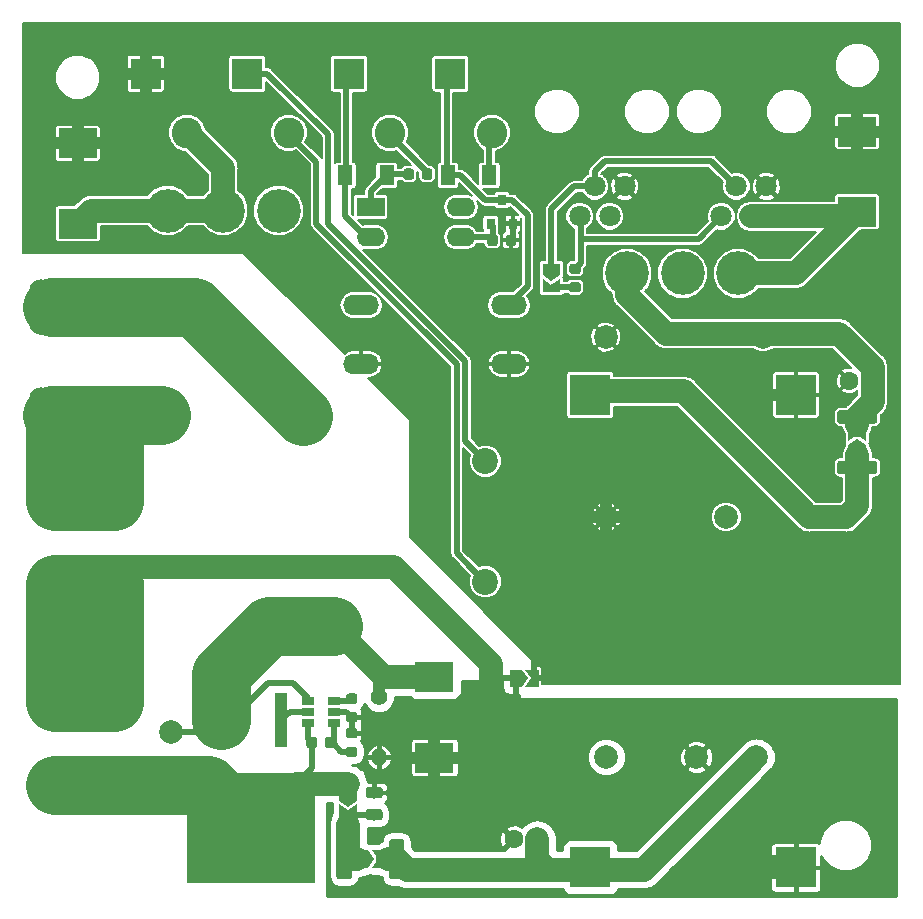
<source format=gtl>
G04 #@! TF.GenerationSoftware,KiCad,Pcbnew,(5.0.2)-1*
G04 #@! TF.CreationDate,2019-05-12T17:58:37+02:00*
G04 #@! TF.ProjectId,SystemSupply,53797374-656d-4537-9570-706c792e6b69,rev?*
G04 #@! TF.SameCoordinates,Original*
G04 #@! TF.FileFunction,Copper,L1,Top*
G04 #@! TF.FilePolarity,Positive*
%FSLAX46Y46*%
G04 Gerber Fmt 4.6, Leading zero omitted, Abs format (unit mm)*
G04 Created by KiCad (PCBNEW (5.0.2)-1) date 12.05.2019 17:58:37*
%MOMM*%
%LPD*%
G01*
G04 APERTURE LIST*
G04 #@! TA.AperFunction,ComponentPad*
%ADD10R,3.450000X3.450000*%
G04 #@! TD*
G04 #@! TA.AperFunction,ComponentPad*
%ADD11C,4.200000*%
G04 #@! TD*
G04 #@! TA.AperFunction,ComponentPad*
%ADD12C,2.200000*%
G04 #@! TD*
G04 #@! TA.AperFunction,ComponentPad*
%ADD13O,3.048000X1.727200*%
G04 #@! TD*
G04 #@! TA.AperFunction,ComponentPad*
%ADD14C,1.800000*%
G04 #@! TD*
G04 #@! TA.AperFunction,ComponentPad*
%ADD15R,2.600000X2.600000*%
G04 #@! TD*
G04 #@! TA.AperFunction,ComponentPad*
%ADD16C,2.600000*%
G04 #@! TD*
G04 #@! TA.AperFunction,ComponentPad*
%ADD17O,2.000000X4.700000*%
G04 #@! TD*
G04 #@! TA.AperFunction,ComponentPad*
%ADD18O,2.000000X4.750000*%
G04 #@! TD*
G04 #@! TA.AperFunction,ComponentPad*
%ADD19O,4.000000X2.400000*%
G04 #@! TD*
G04 #@! TA.AperFunction,ComponentPad*
%ADD20O,4.000000X2.500000*%
G04 #@! TD*
G04 #@! TA.AperFunction,ComponentPad*
%ADD21C,1.600000*%
G04 #@! TD*
G04 #@! TA.AperFunction,ComponentPad*
%ADD22C,2.000000*%
G04 #@! TD*
G04 #@! TA.AperFunction,SMDPad,CuDef*
%ADD23C,0.300000*%
G04 #@! TD*
G04 #@! TA.AperFunction,Conductor*
%ADD24C,0.100000*%
G04 #@! TD*
G04 #@! TA.AperFunction,SMDPad,CuDef*
%ADD25R,3.300000X2.500000*%
G04 #@! TD*
G04 #@! TA.AperFunction,SMDPad,CuDef*
%ADD26C,1.125000*%
G04 #@! TD*
G04 #@! TA.AperFunction,SMDPad,CuDef*
%ADD27C,0.875000*%
G04 #@! TD*
G04 #@! TA.AperFunction,ComponentPad*
%ADD28C,3.700000*%
G04 #@! TD*
G04 #@! TA.AperFunction,SMDPad,CuDef*
%ADD29R,10.800000X9.400000*%
G04 #@! TD*
G04 #@! TA.AperFunction,SMDPad,CuDef*
%ADD30R,1.100000X4.600000*%
G04 #@! TD*
G04 #@! TA.AperFunction,SMDPad,CuDef*
%ADD31C,0.975000*%
G04 #@! TD*
G04 #@! TA.AperFunction,SMDPad,CuDef*
%ADD32R,1.300000X1.700000*%
G04 #@! TD*
G04 #@! TA.AperFunction,SMDPad,CuDef*
%ADD33R,1.700000X1.300000*%
G04 #@! TD*
G04 #@! TA.AperFunction,SMDPad,CuDef*
%ADD34C,1.300000*%
G04 #@! TD*
G04 #@! TA.AperFunction,ComponentPad*
%ADD35O,2.400000X1.600000*%
G04 #@! TD*
G04 #@! TA.AperFunction,ComponentPad*
%ADD36R,2.400000X1.600000*%
G04 #@! TD*
G04 #@! TA.AperFunction,SMDPad,CuDef*
%ADD37R,0.800000X0.900000*%
G04 #@! TD*
G04 #@! TA.AperFunction,SMDPad,CuDef*
%ADD38R,1.060000X0.650000*%
G04 #@! TD*
G04 #@! TA.AperFunction,ComponentPad*
%ADD39O,1.400000X1.400000*%
G04 #@! TD*
G04 #@! TA.AperFunction,ComponentPad*
%ADD40C,1.400000*%
G04 #@! TD*
G04 #@! TA.AperFunction,ViaPad*
%ADD41C,0.700000*%
G04 #@! TD*
G04 #@! TA.AperFunction,Conductor*
%ADD42C,0.250000*%
G04 #@! TD*
G04 #@! TA.AperFunction,Conductor*
%ADD43C,0.300000*%
G04 #@! TD*
G04 #@! TA.AperFunction,Conductor*
%ADD44C,5.000000*%
G04 #@! TD*
G04 #@! TA.AperFunction,Conductor*
%ADD45C,1.000000*%
G04 #@! TD*
G04 #@! TA.AperFunction,Conductor*
%ADD46C,0.500000*%
G04 #@! TD*
G04 #@! TA.AperFunction,Conductor*
%ADD47C,2.000000*%
G04 #@! TD*
G04 #@! TA.AperFunction,Conductor*
%ADD48C,0.200000*%
G04 #@! TD*
G04 #@! TA.AperFunction,Conductor*
%ADD49C,0.254000*%
G04 #@! TD*
G04 APERTURE END LIST*
D10*
G04 #@! TO.P,U2,4*
G04 #@! TO.N,GND*
X125800000Y-121900000D03*
G04 #@! TO.P,U2,3*
G04 #@! TO.N,/OUT+*
X108400000Y-121900000D03*
G04 #@! TO.P,U2,2*
G04 #@! TO.N,GNDPWR*
X125800000Y-161900000D03*
G04 #@! TO.P,U2,1*
G04 #@! TO.N,/IN+*
X108400000Y-161900000D03*
G04 #@! TD*
D11*
G04 #@! TO.P,K1,14*
G04 #@! TO.N,Net-(F1-Pad1)*
X84100000Y-123700000D03*
G04 #@! TO.P,K1,11*
G04 #@! TO.N,Net-(D1-Pad1)*
X86640000Y-141500000D03*
D12*
G04 #@! TO.P,K1,A1*
G04 #@! TO.N,Net-(J6-Pad1)*
X99500000Y-127500000D03*
G04 #@! TO.P,K1,A2*
G04 #@! TO.N,Net-(J6-Pad2)*
X99500000Y-137700000D03*
G04 #@! TD*
D13*
G04 #@! TO.P,SW3,1*
G04 #@! TO.N,Net-(D6-Pad2)*
X101500000Y-114300000D03*
G04 #@! TO.P,SW3,2*
G04 #@! TO.N,GND*
X101500000Y-119300000D03*
G04 #@! TO.P,SW3,1*
G04 #@! TO.N,Net-(D6-Pad2)*
X89000000Y-114300000D03*
G04 #@! TO.P,SW3,2*
G04 #@! TO.N,GND*
X89000000Y-119300000D03*
G04 #@! TD*
D14*
G04 #@! TO.P,J3,1*
G04 #@! TO.N,GND*
X123300000Y-104250000D03*
G04 #@! TO.P,J3,2*
G04 #@! TO.N,Net-(D2-Pad1)*
X122030000Y-106790000D03*
G04 #@! TO.P,J3,4*
G04 #@! TO.N,Net-(J3-Pad4)*
X119490000Y-106790000D03*
G04 #@! TO.P,J3,3*
G04 #@! TO.N,Net-(J3-Pad3)*
X120760000Y-104250000D03*
G04 #@! TD*
G04 #@! TO.P,J7,1*
G04 #@! TO.N,GND*
X111300000Y-104250000D03*
G04 #@! TO.P,J7,2*
G04 #@! TO.N,Net-(D2-Pad1)*
X110030000Y-106790000D03*
G04 #@! TO.P,J7,4*
G04 #@! TO.N,Net-(J3-Pad4)*
X107490000Y-106790000D03*
G04 #@! TO.P,J7,3*
G04 #@! TO.N,Net-(J3-Pad3)*
X108760000Y-104250000D03*
G04 #@! TD*
D15*
G04 #@! TO.P,J10,1*
G04 #@! TO.N,Net-(D7-Pad2)*
X87950000Y-94700000D03*
D16*
G04 #@! TO.P,J10,2*
G04 #@! TO.N,Net-(J10-Pad2)*
X91450000Y-99700000D03*
G04 #@! TD*
D15*
G04 #@! TO.P,J9,1*
G04 #@! TO.N,Net-(D6-Pad2)*
X96550000Y-94700000D03*
D16*
G04 #@! TO.P,J9,2*
G04 #@! TO.N,+12V*
X100050000Y-99700000D03*
G04 #@! TD*
D15*
G04 #@! TO.P,J8,1*
G04 #@! TO.N,GND*
X70750000Y-94700000D03*
D16*
G04 #@! TO.P,J8,2*
G04 #@! TO.N,Net-(D5-Pad1)*
X74250000Y-99700000D03*
G04 #@! TD*
D15*
G04 #@! TO.P,J6,1*
G04 #@! TO.N,Net-(J6-Pad1)*
X79350000Y-94700000D03*
D16*
G04 #@! TO.P,J6,2*
G04 #@! TO.N,Net-(J6-Pad2)*
X82850000Y-99700000D03*
G04 #@! TD*
D17*
G04 #@! TO.P,F1,2*
G04 #@! TO.N,Net-(F1-Pad2)*
X61920000Y-123572000D03*
D18*
X72080000Y-123572000D03*
D17*
G04 #@! TO.P,F1,1*
G04 #@! TO.N,Net-(F1-Pad1)*
X61920000Y-114428000D03*
D18*
X72080000Y-114428000D03*
G04 #@! TD*
D19*
G04 #@! TO.P,J4,1*
G04 #@! TO.N,GNDPWR*
X68100000Y-137900000D03*
D20*
X63100000Y-137900000D03*
G04 #@! TD*
D19*
G04 #@! TO.P,J5,1*
G04 #@! TO.N,GNDPWR*
X68100000Y-147900000D03*
D20*
X63100000Y-147900000D03*
G04 #@! TD*
D19*
G04 #@! TO.P,J2,1*
G04 #@! TO.N,Net-(F1-Pad2)*
X68100000Y-130900000D03*
D20*
X63100000Y-130900000D03*
G04 #@! TD*
D19*
G04 #@! TO.P,J1,1*
G04 #@! TO.N,+24V*
X68100000Y-154900000D03*
D20*
X63100000Y-154900000D03*
G04 #@! TD*
D21*
G04 #@! TO.P,C4,2*
G04 #@! TO.N,GND*
X130300000Y-120700000D03*
G04 #@! TO.P,C4,1*
G04 #@! TO.N,+12V*
X132300000Y-120700000D03*
G04 #@! TD*
G04 #@! TO.P,C3,1*
G04 #@! TO.N,/IN+*
X103900000Y-159500000D03*
G04 #@! TO.P,C3,2*
G04 #@! TO.N,GNDPWR*
X101900000Y-159500000D03*
G04 #@! TD*
D22*
G04 #@! TO.P,TP1,1*
G04 #@! TO.N,Net-(D1-Pad1)*
X72900000Y-150400000D03*
G04 #@! TD*
G04 #@! TO.P,TP5,1*
G04 #@! TO.N,+12V*
X123000000Y-117000000D03*
G04 #@! TD*
G04 #@! TO.P,TP6,1*
G04 #@! TO.N,GND*
X109700000Y-117000000D03*
G04 #@! TD*
D23*
G04 #@! TO.P,JP5,1*
G04 #@! TO.N,/OUT+*
X131000000Y-126625000D03*
D24*
G04 #@! TD*
G04 #@! TO.N,/OUT+*
G04 #@! TO.C,JP5*
G36*
X131000000Y-125625000D02*
X131750000Y-126125000D01*
X131750000Y-127125000D01*
X130250000Y-127125000D01*
X130250000Y-126125000D01*
X131000000Y-125625000D01*
X131000000Y-125625000D01*
G37*
D23*
G04 #@! TO.P,JP5,2*
G04 #@! TO.N,+12V*
X131000000Y-125175000D03*
D24*
G04 #@! TD*
G04 #@! TO.N,+12V*
G04 #@! TO.C,JP5*
G36*
X131750000Y-124675000D02*
X131750000Y-125825000D01*
X131000000Y-125325000D01*
X130250000Y-125825000D01*
X130250000Y-124675000D01*
X131750000Y-124675000D01*
X131750000Y-124675000D01*
G37*
D25*
G04 #@! TO.P,D1,2*
G04 #@! TO.N,GNDPWR*
X95200000Y-152600000D03*
G04 #@! TO.P,D1,1*
G04 #@! TO.N,Net-(D1-Pad1)*
X95200000Y-145800000D03*
G04 #@! TD*
D24*
G04 #@! TO.N,/OUT+*
G04 #@! TO.C,L2*
G36*
X132474505Y-127476204D02*
X132498773Y-127479804D01*
X132522572Y-127485765D01*
X132545671Y-127494030D01*
X132567850Y-127504520D01*
X132588893Y-127517132D01*
X132608599Y-127531747D01*
X132626777Y-127548223D01*
X132643253Y-127566401D01*
X132657868Y-127586107D01*
X132670480Y-127607150D01*
X132680970Y-127629329D01*
X132689235Y-127652428D01*
X132695196Y-127676227D01*
X132698796Y-127700495D01*
X132700000Y-127724999D01*
X132700000Y-128350001D01*
X132698796Y-128374505D01*
X132695196Y-128398773D01*
X132689235Y-128422572D01*
X132680970Y-128445671D01*
X132670480Y-128467850D01*
X132657868Y-128488893D01*
X132643253Y-128508599D01*
X132626777Y-128526777D01*
X132608599Y-128543253D01*
X132588893Y-128557868D01*
X132567850Y-128570480D01*
X132545671Y-128580970D01*
X132522572Y-128589235D01*
X132498773Y-128595196D01*
X132474505Y-128598796D01*
X132450001Y-128600000D01*
X129549999Y-128600000D01*
X129525495Y-128598796D01*
X129501227Y-128595196D01*
X129477428Y-128589235D01*
X129454329Y-128580970D01*
X129432150Y-128570480D01*
X129411107Y-128557868D01*
X129391401Y-128543253D01*
X129373223Y-128526777D01*
X129356747Y-128508599D01*
X129342132Y-128488893D01*
X129329520Y-128467850D01*
X129319030Y-128445671D01*
X129310765Y-128422572D01*
X129304804Y-128398773D01*
X129301204Y-128374505D01*
X129300000Y-128350001D01*
X129300000Y-127724999D01*
X129301204Y-127700495D01*
X129304804Y-127676227D01*
X129310765Y-127652428D01*
X129319030Y-127629329D01*
X129329520Y-127607150D01*
X129342132Y-127586107D01*
X129356747Y-127566401D01*
X129373223Y-127548223D01*
X129391401Y-127531747D01*
X129411107Y-127517132D01*
X129432150Y-127504520D01*
X129454329Y-127494030D01*
X129477428Y-127485765D01*
X129501227Y-127479804D01*
X129525495Y-127476204D01*
X129549999Y-127475000D01*
X132450001Y-127475000D01*
X132474505Y-127476204D01*
X132474505Y-127476204D01*
G37*
D26*
G04 #@! TD*
G04 #@! TO.P,L2,2*
G04 #@! TO.N,/OUT+*
X131000000Y-128037500D03*
D24*
G04 #@! TO.N,+12V*
G04 #@! TO.C,L2*
G36*
X132474505Y-123201204D02*
X132498773Y-123204804D01*
X132522572Y-123210765D01*
X132545671Y-123219030D01*
X132567850Y-123229520D01*
X132588893Y-123242132D01*
X132608599Y-123256747D01*
X132626777Y-123273223D01*
X132643253Y-123291401D01*
X132657868Y-123311107D01*
X132670480Y-123332150D01*
X132680970Y-123354329D01*
X132689235Y-123377428D01*
X132695196Y-123401227D01*
X132698796Y-123425495D01*
X132700000Y-123449999D01*
X132700000Y-124075001D01*
X132698796Y-124099505D01*
X132695196Y-124123773D01*
X132689235Y-124147572D01*
X132680970Y-124170671D01*
X132670480Y-124192850D01*
X132657868Y-124213893D01*
X132643253Y-124233599D01*
X132626777Y-124251777D01*
X132608599Y-124268253D01*
X132588893Y-124282868D01*
X132567850Y-124295480D01*
X132545671Y-124305970D01*
X132522572Y-124314235D01*
X132498773Y-124320196D01*
X132474505Y-124323796D01*
X132450001Y-124325000D01*
X129549999Y-124325000D01*
X129525495Y-124323796D01*
X129501227Y-124320196D01*
X129477428Y-124314235D01*
X129454329Y-124305970D01*
X129432150Y-124295480D01*
X129411107Y-124282868D01*
X129391401Y-124268253D01*
X129373223Y-124251777D01*
X129356747Y-124233599D01*
X129342132Y-124213893D01*
X129329520Y-124192850D01*
X129319030Y-124170671D01*
X129310765Y-124147572D01*
X129304804Y-124123773D01*
X129301204Y-124099505D01*
X129300000Y-124075001D01*
X129300000Y-123449999D01*
X129301204Y-123425495D01*
X129304804Y-123401227D01*
X129310765Y-123377428D01*
X129319030Y-123354329D01*
X129329520Y-123332150D01*
X129342132Y-123311107D01*
X129356747Y-123291401D01*
X129373223Y-123273223D01*
X129391401Y-123256747D01*
X129411107Y-123242132D01*
X129432150Y-123229520D01*
X129454329Y-123219030D01*
X129477428Y-123210765D01*
X129501227Y-123204804D01*
X129525495Y-123201204D01*
X129549999Y-123200000D01*
X132450001Y-123200000D01*
X132474505Y-123201204D01*
X132474505Y-123201204D01*
G37*
D26*
G04 #@! TD*
G04 #@! TO.P,L2,1*
G04 #@! TO.N,+12V*
X131000000Y-123762500D03*
D24*
G04 #@! TO.N,Net-(J10-Pad2)*
G04 #@! TO.C,R5*
G36*
X94827691Y-102726053D02*
X94848926Y-102729203D01*
X94869750Y-102734419D01*
X94889962Y-102741651D01*
X94909368Y-102750830D01*
X94927781Y-102761866D01*
X94945024Y-102774654D01*
X94960930Y-102789070D01*
X94975346Y-102804976D01*
X94988134Y-102822219D01*
X94999170Y-102840632D01*
X95008349Y-102860038D01*
X95015581Y-102880250D01*
X95020797Y-102901074D01*
X95023947Y-102922309D01*
X95025000Y-102943750D01*
X95025000Y-103456250D01*
X95023947Y-103477691D01*
X95020797Y-103498926D01*
X95015581Y-103519750D01*
X95008349Y-103539962D01*
X94999170Y-103559368D01*
X94988134Y-103577781D01*
X94975346Y-103595024D01*
X94960930Y-103610930D01*
X94945024Y-103625346D01*
X94927781Y-103638134D01*
X94909368Y-103649170D01*
X94889962Y-103658349D01*
X94869750Y-103665581D01*
X94848926Y-103670797D01*
X94827691Y-103673947D01*
X94806250Y-103675000D01*
X94368750Y-103675000D01*
X94347309Y-103673947D01*
X94326074Y-103670797D01*
X94305250Y-103665581D01*
X94285038Y-103658349D01*
X94265632Y-103649170D01*
X94247219Y-103638134D01*
X94229976Y-103625346D01*
X94214070Y-103610930D01*
X94199654Y-103595024D01*
X94186866Y-103577781D01*
X94175830Y-103559368D01*
X94166651Y-103539962D01*
X94159419Y-103519750D01*
X94154203Y-103498926D01*
X94151053Y-103477691D01*
X94150000Y-103456250D01*
X94150000Y-102943750D01*
X94151053Y-102922309D01*
X94154203Y-102901074D01*
X94159419Y-102880250D01*
X94166651Y-102860038D01*
X94175830Y-102840632D01*
X94186866Y-102822219D01*
X94199654Y-102804976D01*
X94214070Y-102789070D01*
X94229976Y-102774654D01*
X94247219Y-102761866D01*
X94265632Y-102750830D01*
X94285038Y-102741651D01*
X94305250Y-102734419D01*
X94326074Y-102729203D01*
X94347309Y-102726053D01*
X94368750Y-102725000D01*
X94806250Y-102725000D01*
X94827691Y-102726053D01*
X94827691Y-102726053D01*
G37*
D27*
G04 #@! TD*
G04 #@! TO.P,R5,2*
G04 #@! TO.N,Net-(J10-Pad2)*
X94587500Y-103200000D03*
D24*
G04 #@! TO.N,Net-(D7-Pad1)*
G04 #@! TO.C,R5*
G36*
X93252691Y-102726053D02*
X93273926Y-102729203D01*
X93294750Y-102734419D01*
X93314962Y-102741651D01*
X93334368Y-102750830D01*
X93352781Y-102761866D01*
X93370024Y-102774654D01*
X93385930Y-102789070D01*
X93400346Y-102804976D01*
X93413134Y-102822219D01*
X93424170Y-102840632D01*
X93433349Y-102860038D01*
X93440581Y-102880250D01*
X93445797Y-102901074D01*
X93448947Y-102922309D01*
X93450000Y-102943750D01*
X93450000Y-103456250D01*
X93448947Y-103477691D01*
X93445797Y-103498926D01*
X93440581Y-103519750D01*
X93433349Y-103539962D01*
X93424170Y-103559368D01*
X93413134Y-103577781D01*
X93400346Y-103595024D01*
X93385930Y-103610930D01*
X93370024Y-103625346D01*
X93352781Y-103638134D01*
X93334368Y-103649170D01*
X93314962Y-103658349D01*
X93294750Y-103665581D01*
X93273926Y-103670797D01*
X93252691Y-103673947D01*
X93231250Y-103675000D01*
X92793750Y-103675000D01*
X92772309Y-103673947D01*
X92751074Y-103670797D01*
X92730250Y-103665581D01*
X92710038Y-103658349D01*
X92690632Y-103649170D01*
X92672219Y-103638134D01*
X92654976Y-103625346D01*
X92639070Y-103610930D01*
X92624654Y-103595024D01*
X92611866Y-103577781D01*
X92600830Y-103559368D01*
X92591651Y-103539962D01*
X92584419Y-103519750D01*
X92579203Y-103498926D01*
X92576053Y-103477691D01*
X92575000Y-103456250D01*
X92575000Y-102943750D01*
X92576053Y-102922309D01*
X92579203Y-102901074D01*
X92584419Y-102880250D01*
X92591651Y-102860038D01*
X92600830Y-102840632D01*
X92611866Y-102822219D01*
X92624654Y-102804976D01*
X92639070Y-102789070D01*
X92654976Y-102774654D01*
X92672219Y-102761866D01*
X92690632Y-102750830D01*
X92710038Y-102741651D01*
X92730250Y-102734419D01*
X92751074Y-102729203D01*
X92772309Y-102726053D01*
X92793750Y-102725000D01*
X93231250Y-102725000D01*
X93252691Y-102726053D01*
X93252691Y-102726053D01*
G37*
D27*
G04 #@! TD*
G04 #@! TO.P,R5,1*
G04 #@! TO.N,Net-(D7-Pad1)*
X93012500Y-103200000D03*
D28*
G04 #@! TO.P,SW2,3*
G04 #@! TO.N,Net-(D5-Pad1)*
X72600000Y-106300000D03*
G04 #@! TO.P,SW2,2*
X77300000Y-106300000D03*
G04 #@! TO.P,SW2,1*
G04 #@! TO.N,+12V*
X82000000Y-106300000D03*
G04 #@! TD*
G04 #@! TO.P,SW1,3*
G04 #@! TO.N,Net-(D2-Pad1)*
X120900000Y-111600000D03*
G04 #@! TO.P,SW1,2*
X116200000Y-111600000D03*
G04 #@! TO.P,SW1,1*
G04 #@! TO.N,+12V*
X111500000Y-111600000D03*
G04 #@! TD*
D29*
G04 #@! TO.P,Q1,2*
G04 #@! TO.N,+24V*
X79700000Y-158600000D03*
D30*
G04 #@! TO.P,Q1,3*
G04 #@! TO.N,Net-(D1-Pad1)*
X77160000Y-149450000D03*
G04 #@! TO.P,Q1,1*
G04 #@! TO.N,Net-(Q1-Pad1)*
X82240000Y-149450000D03*
G04 #@! TD*
D22*
G04 #@! TO.P,U3,5*
G04 #@! TO.N,GND*
X109740000Y-132240000D03*
G04 #@! TO.P,U3,4*
G04 #@! TO.N,Net-(U3-Pad4)*
X119900000Y-132240000D03*
G04 #@! TO.P,U3,3*
G04 #@! TO.N,/OUT+*
X130060000Y-132240000D03*
G04 #@! TO.P,U3,6*
G04 #@! TO.N,Net-(U3-Pad6)*
X109740000Y-152560000D03*
G04 #@! TO.P,U3,1*
G04 #@! TO.N,/IN+*
X122440000Y-152560000D03*
G04 #@! TO.P,U3,2*
G04 #@! TO.N,GNDPWR*
X117360000Y-152560000D03*
G04 #@! TD*
D24*
G04 #@! TO.N,GNDPWR*
G04 #@! TO.C,C1*
G36*
X88457173Y-150098929D02*
X88478408Y-150102079D01*
X88499232Y-150107295D01*
X88519444Y-150114527D01*
X88538850Y-150123706D01*
X88557263Y-150134742D01*
X88574506Y-150147530D01*
X88590412Y-150161946D01*
X88604828Y-150177852D01*
X88617616Y-150195095D01*
X88628652Y-150213508D01*
X88637831Y-150232914D01*
X88645063Y-150253126D01*
X88650279Y-150273950D01*
X88653429Y-150295185D01*
X88654482Y-150316626D01*
X88654482Y-150754126D01*
X88653429Y-150775567D01*
X88650279Y-150796802D01*
X88645063Y-150817626D01*
X88637831Y-150837838D01*
X88628652Y-150857244D01*
X88617616Y-150875657D01*
X88604828Y-150892900D01*
X88590412Y-150908806D01*
X88574506Y-150923222D01*
X88557263Y-150936010D01*
X88538850Y-150947046D01*
X88519444Y-150956225D01*
X88499232Y-150963457D01*
X88478408Y-150968673D01*
X88457173Y-150971823D01*
X88435732Y-150972876D01*
X87923232Y-150972876D01*
X87901791Y-150971823D01*
X87880556Y-150968673D01*
X87859732Y-150963457D01*
X87839520Y-150956225D01*
X87820114Y-150947046D01*
X87801701Y-150936010D01*
X87784458Y-150923222D01*
X87768552Y-150908806D01*
X87754136Y-150892900D01*
X87741348Y-150875657D01*
X87730312Y-150857244D01*
X87721133Y-150837838D01*
X87713901Y-150817626D01*
X87708685Y-150796802D01*
X87705535Y-150775567D01*
X87704482Y-150754126D01*
X87704482Y-150316626D01*
X87705535Y-150295185D01*
X87708685Y-150273950D01*
X87713901Y-150253126D01*
X87721133Y-150232914D01*
X87730312Y-150213508D01*
X87741348Y-150195095D01*
X87754136Y-150177852D01*
X87768552Y-150161946D01*
X87784458Y-150147530D01*
X87801701Y-150134742D01*
X87820114Y-150123706D01*
X87839520Y-150114527D01*
X87859732Y-150107295D01*
X87880556Y-150102079D01*
X87901791Y-150098929D01*
X87923232Y-150097876D01*
X88435732Y-150097876D01*
X88457173Y-150098929D01*
X88457173Y-150098929D01*
G37*
D27*
G04 #@! TD*
G04 #@! TO.P,C1,2*
G04 #@! TO.N,GNDPWR*
X88179482Y-150535376D03*
D24*
G04 #@! TO.N,Net-(C1-Pad1)*
G04 #@! TO.C,C1*
G36*
X88457173Y-151673929D02*
X88478408Y-151677079D01*
X88499232Y-151682295D01*
X88519444Y-151689527D01*
X88538850Y-151698706D01*
X88557263Y-151709742D01*
X88574506Y-151722530D01*
X88590412Y-151736946D01*
X88604828Y-151752852D01*
X88617616Y-151770095D01*
X88628652Y-151788508D01*
X88637831Y-151807914D01*
X88645063Y-151828126D01*
X88650279Y-151848950D01*
X88653429Y-151870185D01*
X88654482Y-151891626D01*
X88654482Y-152329126D01*
X88653429Y-152350567D01*
X88650279Y-152371802D01*
X88645063Y-152392626D01*
X88637831Y-152412838D01*
X88628652Y-152432244D01*
X88617616Y-152450657D01*
X88604828Y-152467900D01*
X88590412Y-152483806D01*
X88574506Y-152498222D01*
X88557263Y-152511010D01*
X88538850Y-152522046D01*
X88519444Y-152531225D01*
X88499232Y-152538457D01*
X88478408Y-152543673D01*
X88457173Y-152546823D01*
X88435732Y-152547876D01*
X87923232Y-152547876D01*
X87901791Y-152546823D01*
X87880556Y-152543673D01*
X87859732Y-152538457D01*
X87839520Y-152531225D01*
X87820114Y-152522046D01*
X87801701Y-152511010D01*
X87784458Y-152498222D01*
X87768552Y-152483806D01*
X87754136Y-152467900D01*
X87741348Y-152450657D01*
X87730312Y-152432244D01*
X87721133Y-152412838D01*
X87713901Y-152392626D01*
X87708685Y-152371802D01*
X87705535Y-152350567D01*
X87704482Y-152329126D01*
X87704482Y-151891626D01*
X87705535Y-151870185D01*
X87708685Y-151848950D01*
X87713901Y-151828126D01*
X87721133Y-151807914D01*
X87730312Y-151788508D01*
X87741348Y-151770095D01*
X87754136Y-151752852D01*
X87768552Y-151736946D01*
X87784458Y-151722530D01*
X87801701Y-151709742D01*
X87820114Y-151698706D01*
X87839520Y-151689527D01*
X87859732Y-151682295D01*
X87880556Y-151677079D01*
X87901791Y-151673929D01*
X87923232Y-151672876D01*
X88435732Y-151672876D01*
X88457173Y-151673929D01*
X88457173Y-151673929D01*
G37*
D27*
G04 #@! TD*
G04 #@! TO.P,C1,1*
G04 #@! TO.N,Net-(C1-Pad1)*
X88179482Y-152110376D03*
D24*
G04 #@! TO.N,GNDPWR*
G04 #@! TO.C,C2*
G36*
X90580142Y-155076174D02*
X90603803Y-155079684D01*
X90627007Y-155085496D01*
X90649529Y-155093554D01*
X90671153Y-155103782D01*
X90691670Y-155116079D01*
X90710883Y-155130329D01*
X90728607Y-155146393D01*
X90744671Y-155164117D01*
X90758921Y-155183330D01*
X90771218Y-155203847D01*
X90781446Y-155225471D01*
X90789504Y-155247993D01*
X90795316Y-155271197D01*
X90798826Y-155294858D01*
X90800000Y-155318750D01*
X90800000Y-155806250D01*
X90798826Y-155830142D01*
X90795316Y-155853803D01*
X90789504Y-155877007D01*
X90781446Y-155899529D01*
X90771218Y-155921153D01*
X90758921Y-155941670D01*
X90744671Y-155960883D01*
X90728607Y-155978607D01*
X90710883Y-155994671D01*
X90691670Y-156008921D01*
X90671153Y-156021218D01*
X90649529Y-156031446D01*
X90627007Y-156039504D01*
X90603803Y-156045316D01*
X90580142Y-156048826D01*
X90556250Y-156050000D01*
X89643750Y-156050000D01*
X89619858Y-156048826D01*
X89596197Y-156045316D01*
X89572993Y-156039504D01*
X89550471Y-156031446D01*
X89528847Y-156021218D01*
X89508330Y-156008921D01*
X89489117Y-155994671D01*
X89471393Y-155978607D01*
X89455329Y-155960883D01*
X89441079Y-155941670D01*
X89428782Y-155921153D01*
X89418554Y-155899529D01*
X89410496Y-155877007D01*
X89404684Y-155853803D01*
X89401174Y-155830142D01*
X89400000Y-155806250D01*
X89400000Y-155318750D01*
X89401174Y-155294858D01*
X89404684Y-155271197D01*
X89410496Y-155247993D01*
X89418554Y-155225471D01*
X89428782Y-155203847D01*
X89441079Y-155183330D01*
X89455329Y-155164117D01*
X89471393Y-155146393D01*
X89489117Y-155130329D01*
X89508330Y-155116079D01*
X89528847Y-155103782D01*
X89550471Y-155093554D01*
X89572993Y-155085496D01*
X89596197Y-155079684D01*
X89619858Y-155076174D01*
X89643750Y-155075000D01*
X90556250Y-155075000D01*
X90580142Y-155076174D01*
X90580142Y-155076174D01*
G37*
D31*
G04 #@! TD*
G04 #@! TO.P,C2,2*
G04 #@! TO.N,GNDPWR*
X90100000Y-155562500D03*
D24*
G04 #@! TO.N,Net-(C2-Pad1)*
G04 #@! TO.C,C2*
G36*
X90580142Y-156951174D02*
X90603803Y-156954684D01*
X90627007Y-156960496D01*
X90649529Y-156968554D01*
X90671153Y-156978782D01*
X90691670Y-156991079D01*
X90710883Y-157005329D01*
X90728607Y-157021393D01*
X90744671Y-157039117D01*
X90758921Y-157058330D01*
X90771218Y-157078847D01*
X90781446Y-157100471D01*
X90789504Y-157122993D01*
X90795316Y-157146197D01*
X90798826Y-157169858D01*
X90800000Y-157193750D01*
X90800000Y-157681250D01*
X90798826Y-157705142D01*
X90795316Y-157728803D01*
X90789504Y-157752007D01*
X90781446Y-157774529D01*
X90771218Y-157796153D01*
X90758921Y-157816670D01*
X90744671Y-157835883D01*
X90728607Y-157853607D01*
X90710883Y-157869671D01*
X90691670Y-157883921D01*
X90671153Y-157896218D01*
X90649529Y-157906446D01*
X90627007Y-157914504D01*
X90603803Y-157920316D01*
X90580142Y-157923826D01*
X90556250Y-157925000D01*
X89643750Y-157925000D01*
X89619858Y-157923826D01*
X89596197Y-157920316D01*
X89572993Y-157914504D01*
X89550471Y-157906446D01*
X89528847Y-157896218D01*
X89508330Y-157883921D01*
X89489117Y-157869671D01*
X89471393Y-157853607D01*
X89455329Y-157835883D01*
X89441079Y-157816670D01*
X89428782Y-157796153D01*
X89418554Y-157774529D01*
X89410496Y-157752007D01*
X89404684Y-157728803D01*
X89401174Y-157705142D01*
X89400000Y-157681250D01*
X89400000Y-157193750D01*
X89401174Y-157169858D01*
X89404684Y-157146197D01*
X89410496Y-157122993D01*
X89418554Y-157100471D01*
X89428782Y-157078847D01*
X89441079Y-157058330D01*
X89455329Y-157039117D01*
X89471393Y-157021393D01*
X89489117Y-157005329D01*
X89508330Y-156991079D01*
X89528847Y-156978782D01*
X89550471Y-156968554D01*
X89572993Y-156960496D01*
X89596197Y-156954684D01*
X89619858Y-156951174D01*
X89643750Y-156950000D01*
X90556250Y-156950000D01*
X90580142Y-156951174D01*
X90580142Y-156951174D01*
G37*
D31*
G04 #@! TD*
G04 #@! TO.P,C2,1*
G04 #@! TO.N,Net-(C2-Pad1)*
X90100000Y-157437500D03*
D32*
G04 #@! TO.P,D6,2*
G04 #@! TO.N,Net-(D6-Pad2)*
X96350000Y-103300000D03*
G04 #@! TO.P,D6,1*
G04 #@! TO.N,+12V*
X99850000Y-103300000D03*
G04 #@! TD*
D33*
G04 #@! TO.P,D3,2*
G04 #@! TO.N,+24V*
X87900000Y-154800000D03*
G04 #@! TO.P,D3,1*
G04 #@! TO.N,Net-(C2-Pad1)*
X87900000Y-158300000D03*
G04 #@! TD*
D32*
G04 #@! TO.P,D7,2*
G04 #@! TO.N,Net-(D7-Pad2)*
X87650000Y-103300000D03*
G04 #@! TO.P,D7,1*
G04 #@! TO.N,Net-(D7-Pad1)*
X91150000Y-103300000D03*
G04 #@! TD*
D25*
G04 #@! TO.P,D5,2*
G04 #@! TO.N,GND*
X65000000Y-100600000D03*
G04 #@! TO.P,D5,1*
G04 #@! TO.N,Net-(D5-Pad1)*
X65000000Y-107400000D03*
G04 #@! TD*
G04 #@! TO.P,D2,2*
G04 #@! TO.N,GND*
X131000000Y-99600000D03*
G04 #@! TO.P,D2,1*
G04 #@! TO.N,Net-(D2-Pad1)*
X131000000Y-106400000D03*
G04 #@! TD*
D24*
G04 #@! TO.N,/IN+*
G04 #@! TO.C,L1*
G36*
X92424504Y-159501204D02*
X92448773Y-159504804D01*
X92472571Y-159510765D01*
X92495671Y-159519030D01*
X92517849Y-159529520D01*
X92538893Y-159542133D01*
X92558598Y-159556747D01*
X92576777Y-159573223D01*
X92593253Y-159591402D01*
X92607867Y-159611107D01*
X92620480Y-159632151D01*
X92630970Y-159654329D01*
X92639235Y-159677429D01*
X92645196Y-159701227D01*
X92648796Y-159725496D01*
X92650000Y-159750000D01*
X92650000Y-162650000D01*
X92648796Y-162674504D01*
X92645196Y-162698773D01*
X92639235Y-162722571D01*
X92630970Y-162745671D01*
X92620480Y-162767849D01*
X92607867Y-162788893D01*
X92593253Y-162808598D01*
X92576777Y-162826777D01*
X92558598Y-162843253D01*
X92538893Y-162857867D01*
X92517849Y-162870480D01*
X92495671Y-162880970D01*
X92472571Y-162889235D01*
X92448773Y-162895196D01*
X92424504Y-162898796D01*
X92400000Y-162900000D01*
X91600000Y-162900000D01*
X91575496Y-162898796D01*
X91551227Y-162895196D01*
X91527429Y-162889235D01*
X91504329Y-162880970D01*
X91482151Y-162870480D01*
X91461107Y-162857867D01*
X91441402Y-162843253D01*
X91423223Y-162826777D01*
X91406747Y-162808598D01*
X91392133Y-162788893D01*
X91379520Y-162767849D01*
X91369030Y-162745671D01*
X91360765Y-162722571D01*
X91354804Y-162698773D01*
X91351204Y-162674504D01*
X91350000Y-162650000D01*
X91350000Y-159750000D01*
X91351204Y-159725496D01*
X91354804Y-159701227D01*
X91360765Y-159677429D01*
X91369030Y-159654329D01*
X91379520Y-159632151D01*
X91392133Y-159611107D01*
X91406747Y-159591402D01*
X91423223Y-159573223D01*
X91441402Y-159556747D01*
X91461107Y-159542133D01*
X91482151Y-159529520D01*
X91504329Y-159519030D01*
X91527429Y-159510765D01*
X91551227Y-159504804D01*
X91575496Y-159501204D01*
X91600000Y-159500000D01*
X92400000Y-159500000D01*
X92424504Y-159501204D01*
X92424504Y-159501204D01*
G37*
D34*
G04 #@! TD*
G04 #@! TO.P,L1,2*
G04 #@! TO.N,/IN+*
X92000000Y-161200000D03*
D24*
G04 #@! TO.N,Net-(C2-Pad1)*
G04 #@! TO.C,L1*
G36*
X87974504Y-159501204D02*
X87998773Y-159504804D01*
X88022571Y-159510765D01*
X88045671Y-159519030D01*
X88067849Y-159529520D01*
X88088893Y-159542133D01*
X88108598Y-159556747D01*
X88126777Y-159573223D01*
X88143253Y-159591402D01*
X88157867Y-159611107D01*
X88170480Y-159632151D01*
X88180970Y-159654329D01*
X88189235Y-159677429D01*
X88195196Y-159701227D01*
X88198796Y-159725496D01*
X88200000Y-159750000D01*
X88200000Y-162650000D01*
X88198796Y-162674504D01*
X88195196Y-162698773D01*
X88189235Y-162722571D01*
X88180970Y-162745671D01*
X88170480Y-162767849D01*
X88157867Y-162788893D01*
X88143253Y-162808598D01*
X88126777Y-162826777D01*
X88108598Y-162843253D01*
X88088893Y-162857867D01*
X88067849Y-162870480D01*
X88045671Y-162880970D01*
X88022571Y-162889235D01*
X87998773Y-162895196D01*
X87974504Y-162898796D01*
X87950000Y-162900000D01*
X87150000Y-162900000D01*
X87125496Y-162898796D01*
X87101227Y-162895196D01*
X87077429Y-162889235D01*
X87054329Y-162880970D01*
X87032151Y-162870480D01*
X87011107Y-162857867D01*
X86991402Y-162843253D01*
X86973223Y-162826777D01*
X86956747Y-162808598D01*
X86942133Y-162788893D01*
X86929520Y-162767849D01*
X86919030Y-162745671D01*
X86910765Y-162722571D01*
X86904804Y-162698773D01*
X86901204Y-162674504D01*
X86900000Y-162650000D01*
X86900000Y-159750000D01*
X86901204Y-159725496D01*
X86904804Y-159701227D01*
X86910765Y-159677429D01*
X86919030Y-159654329D01*
X86929520Y-159632151D01*
X86942133Y-159611107D01*
X86956747Y-159591402D01*
X86973223Y-159573223D01*
X86991402Y-159556747D01*
X87011107Y-159542133D01*
X87032151Y-159529520D01*
X87054329Y-159519030D01*
X87077429Y-159510765D01*
X87101227Y-159504804D01*
X87125496Y-159501204D01*
X87150000Y-159500000D01*
X87950000Y-159500000D01*
X87974504Y-159501204D01*
X87974504Y-159501204D01*
G37*
D34*
G04 #@! TD*
G04 #@! TO.P,L1,1*
G04 #@! TO.N,Net-(C2-Pad1)*
X87550000Y-161200000D03*
D23*
G04 #@! TO.P,JP1,1*
G04 #@! TO.N,Net-(J3-Pad3)*
X105100000Y-111275000D03*
D24*
G04 #@! TD*
G04 #@! TO.N,Net-(J3-Pad3)*
G04 #@! TO.C,JP1*
G36*
X105100000Y-112275000D02*
X104350000Y-111775000D01*
X104350000Y-110775000D01*
X105850000Y-110775000D01*
X105850000Y-111775000D01*
X105100000Y-112275000D01*
X105100000Y-112275000D01*
G37*
D23*
G04 #@! TO.P,JP1,2*
G04 #@! TO.N,Net-(JP1-Pad2)*
X105100000Y-112725000D03*
D24*
G04 #@! TD*
G04 #@! TO.N,Net-(JP1-Pad2)*
G04 #@! TO.C,JP1*
G36*
X104350000Y-113225000D02*
X104350000Y-112075000D01*
X105100000Y-112575000D01*
X105850000Y-112075000D01*
X105850000Y-113225000D01*
X104350000Y-113225000D01*
X104350000Y-113225000D01*
G37*
D23*
G04 #@! TO.P,JP4,1*
G04 #@! TO.N,GNDPWR*
X102075000Y-145900000D03*
D24*
G04 #@! TD*
G04 #@! TO.N,GNDPWR*
G04 #@! TO.C,JP4*
G36*
X103075000Y-145900000D02*
X102575000Y-146650000D01*
X101575000Y-146650000D01*
X101575000Y-145150000D01*
X102575000Y-145150000D01*
X103075000Y-145900000D01*
X103075000Y-145900000D01*
G37*
D23*
G04 #@! TO.P,JP4,2*
G04 #@! TO.N,GND*
X103525000Y-145900000D03*
D24*
G04 #@! TD*
G04 #@! TO.N,GND*
G04 #@! TO.C,JP4*
G36*
X104025000Y-146650000D02*
X102875000Y-146650000D01*
X103375000Y-145900000D01*
X102875000Y-145150000D01*
X104025000Y-145150000D01*
X104025000Y-146650000D01*
X104025000Y-146650000D01*
G37*
D23*
G04 #@! TO.P,JP3,1*
G04 #@! TO.N,Net-(C2-Pad1)*
X89075000Y-161200000D03*
D24*
G04 #@! TD*
G04 #@! TO.N,Net-(C2-Pad1)*
G04 #@! TO.C,JP3*
G36*
X90075000Y-161200000D02*
X89575000Y-161950000D01*
X88575000Y-161950000D01*
X88575000Y-160450000D01*
X89575000Y-160450000D01*
X90075000Y-161200000D01*
X90075000Y-161200000D01*
G37*
D23*
G04 #@! TO.P,JP3,2*
G04 #@! TO.N,/IN+*
X90525000Y-161200000D03*
D24*
G04 #@! TD*
G04 #@! TO.N,/IN+*
G04 #@! TO.C,JP3*
G36*
X91025000Y-161950000D02*
X89875000Y-161950000D01*
X90375000Y-161200000D01*
X89875000Y-160450000D01*
X91025000Y-160450000D01*
X91025000Y-161950000D01*
X91025000Y-161950000D01*
G37*
D23*
G04 #@! TO.P,JP2,1*
G04 #@! TO.N,+24V*
X87900000Y-155775000D03*
D24*
G04 #@! TD*
G04 #@! TO.N,+24V*
G04 #@! TO.C,JP2*
G36*
X87900000Y-156775000D02*
X87150000Y-156275000D01*
X87150000Y-155275000D01*
X88650000Y-155275000D01*
X88650000Y-156275000D01*
X87900000Y-156775000D01*
X87900000Y-156775000D01*
G37*
D23*
G04 #@! TO.P,JP2,2*
G04 #@! TO.N,Net-(C2-Pad1)*
X87900000Y-157225000D03*
D24*
G04 #@! TD*
G04 #@! TO.N,Net-(C2-Pad1)*
G04 #@! TO.C,JP2*
G36*
X87150000Y-157725000D02*
X87150000Y-156575000D01*
X87900000Y-157075000D01*
X88650000Y-156575000D01*
X88650000Y-157725000D01*
X87150000Y-157725000D01*
X87150000Y-157725000D01*
G37*
D35*
G04 #@! TO.P,U4,4*
G04 #@! TO.N,+12V*
X97420000Y-106000000D03*
G04 #@! TO.P,U4,2*
G04 #@! TO.N,Net-(D7-Pad2)*
X89800000Y-108540000D03*
G04 #@! TO.P,U4,3*
G04 #@! TO.N,Net-(Q2-Pad1)*
X97420000Y-108540000D03*
D36*
G04 #@! TO.P,U4,1*
G04 #@! TO.N,Net-(D7-Pad1)*
X89800000Y-106000000D03*
G04 #@! TD*
D37*
G04 #@! TO.P,Q2,3*
G04 #@! TO.N,Net-(D6-Pad2)*
X100900000Y-105400000D03*
G04 #@! TO.P,Q2,2*
G04 #@! TO.N,GND*
X101850000Y-107400000D03*
G04 #@! TO.P,Q2,1*
G04 #@! TO.N,Net-(Q2-Pad1)*
X99950000Y-107400000D03*
G04 #@! TD*
D38*
G04 #@! TO.P,U1,5*
G04 #@! TO.N,Net-(Q1-Pad1)*
X84479482Y-148722876D03*
G04 #@! TO.P,U1,6*
G04 #@! TO.N,+24V*
X84479482Y-149672876D03*
G04 #@! TO.P,U1,4*
G04 #@! TO.N,Net-(D1-Pad1)*
X84479482Y-147772876D03*
G04 #@! TO.P,U1,3*
G04 #@! TO.N,Net-(R3-Pad2)*
X86679482Y-147772876D03*
G04 #@! TO.P,U1,2*
G04 #@! TO.N,GNDPWR*
X86679482Y-148722876D03*
G04 #@! TO.P,U1,1*
G04 #@! TO.N,Net-(C1-Pad1)*
X86679482Y-149672876D03*
G04 #@! TD*
D24*
G04 #@! TO.N,Net-(JP1-Pad2)*
G04 #@! TO.C,R4*
G36*
X107377691Y-112351053D02*
X107398926Y-112354203D01*
X107419750Y-112359419D01*
X107439962Y-112366651D01*
X107459368Y-112375830D01*
X107477781Y-112386866D01*
X107495024Y-112399654D01*
X107510930Y-112414070D01*
X107525346Y-112429976D01*
X107538134Y-112447219D01*
X107549170Y-112465632D01*
X107558349Y-112485038D01*
X107565581Y-112505250D01*
X107570797Y-112526074D01*
X107573947Y-112547309D01*
X107575000Y-112568750D01*
X107575000Y-113006250D01*
X107573947Y-113027691D01*
X107570797Y-113048926D01*
X107565581Y-113069750D01*
X107558349Y-113089962D01*
X107549170Y-113109368D01*
X107538134Y-113127781D01*
X107525346Y-113145024D01*
X107510930Y-113160930D01*
X107495024Y-113175346D01*
X107477781Y-113188134D01*
X107459368Y-113199170D01*
X107439962Y-113208349D01*
X107419750Y-113215581D01*
X107398926Y-113220797D01*
X107377691Y-113223947D01*
X107356250Y-113225000D01*
X106843750Y-113225000D01*
X106822309Y-113223947D01*
X106801074Y-113220797D01*
X106780250Y-113215581D01*
X106760038Y-113208349D01*
X106740632Y-113199170D01*
X106722219Y-113188134D01*
X106704976Y-113175346D01*
X106689070Y-113160930D01*
X106674654Y-113145024D01*
X106661866Y-113127781D01*
X106650830Y-113109368D01*
X106641651Y-113089962D01*
X106634419Y-113069750D01*
X106629203Y-113048926D01*
X106626053Y-113027691D01*
X106625000Y-113006250D01*
X106625000Y-112568750D01*
X106626053Y-112547309D01*
X106629203Y-112526074D01*
X106634419Y-112505250D01*
X106641651Y-112485038D01*
X106650830Y-112465632D01*
X106661866Y-112447219D01*
X106674654Y-112429976D01*
X106689070Y-112414070D01*
X106704976Y-112399654D01*
X106722219Y-112386866D01*
X106740632Y-112375830D01*
X106760038Y-112366651D01*
X106780250Y-112359419D01*
X106801074Y-112354203D01*
X106822309Y-112351053D01*
X106843750Y-112350000D01*
X107356250Y-112350000D01*
X107377691Y-112351053D01*
X107377691Y-112351053D01*
G37*
D27*
G04 #@! TD*
G04 #@! TO.P,R4,2*
G04 #@! TO.N,Net-(JP1-Pad2)*
X107100000Y-112787500D03*
D24*
G04 #@! TO.N,Net-(J3-Pad4)*
G04 #@! TO.C,R4*
G36*
X107377691Y-110776053D02*
X107398926Y-110779203D01*
X107419750Y-110784419D01*
X107439962Y-110791651D01*
X107459368Y-110800830D01*
X107477781Y-110811866D01*
X107495024Y-110824654D01*
X107510930Y-110839070D01*
X107525346Y-110854976D01*
X107538134Y-110872219D01*
X107549170Y-110890632D01*
X107558349Y-110910038D01*
X107565581Y-110930250D01*
X107570797Y-110951074D01*
X107573947Y-110972309D01*
X107575000Y-110993750D01*
X107575000Y-111431250D01*
X107573947Y-111452691D01*
X107570797Y-111473926D01*
X107565581Y-111494750D01*
X107558349Y-111514962D01*
X107549170Y-111534368D01*
X107538134Y-111552781D01*
X107525346Y-111570024D01*
X107510930Y-111585930D01*
X107495024Y-111600346D01*
X107477781Y-111613134D01*
X107459368Y-111624170D01*
X107439962Y-111633349D01*
X107419750Y-111640581D01*
X107398926Y-111645797D01*
X107377691Y-111648947D01*
X107356250Y-111650000D01*
X106843750Y-111650000D01*
X106822309Y-111648947D01*
X106801074Y-111645797D01*
X106780250Y-111640581D01*
X106760038Y-111633349D01*
X106740632Y-111624170D01*
X106722219Y-111613134D01*
X106704976Y-111600346D01*
X106689070Y-111585930D01*
X106674654Y-111570024D01*
X106661866Y-111552781D01*
X106650830Y-111534368D01*
X106641651Y-111514962D01*
X106634419Y-111494750D01*
X106629203Y-111473926D01*
X106626053Y-111452691D01*
X106625000Y-111431250D01*
X106625000Y-110993750D01*
X106626053Y-110972309D01*
X106629203Y-110951074D01*
X106634419Y-110930250D01*
X106641651Y-110910038D01*
X106650830Y-110890632D01*
X106661866Y-110872219D01*
X106674654Y-110854976D01*
X106689070Y-110839070D01*
X106704976Y-110824654D01*
X106722219Y-110811866D01*
X106740632Y-110800830D01*
X106760038Y-110791651D01*
X106780250Y-110784419D01*
X106801074Y-110779203D01*
X106822309Y-110776053D01*
X106843750Y-110775000D01*
X107356250Y-110775000D01*
X107377691Y-110776053D01*
X107377691Y-110776053D01*
G37*
D27*
G04 #@! TD*
G04 #@! TO.P,R4,1*
G04 #@! TO.N,Net-(J3-Pad4)*
X107100000Y-111212500D03*
D24*
G04 #@! TO.N,Net-(R3-Pad2)*
G04 #@! TO.C,R3*
G36*
X88477691Y-147176053D02*
X88498926Y-147179203D01*
X88519750Y-147184419D01*
X88539962Y-147191651D01*
X88559368Y-147200830D01*
X88577781Y-147211866D01*
X88595024Y-147224654D01*
X88610930Y-147239070D01*
X88625346Y-147254976D01*
X88638134Y-147272219D01*
X88649170Y-147290632D01*
X88658349Y-147310038D01*
X88665581Y-147330250D01*
X88670797Y-147351074D01*
X88673947Y-147372309D01*
X88675000Y-147393750D01*
X88675000Y-147831250D01*
X88673947Y-147852691D01*
X88670797Y-147873926D01*
X88665581Y-147894750D01*
X88658349Y-147914962D01*
X88649170Y-147934368D01*
X88638134Y-147952781D01*
X88625346Y-147970024D01*
X88610930Y-147985930D01*
X88595024Y-148000346D01*
X88577781Y-148013134D01*
X88559368Y-148024170D01*
X88539962Y-148033349D01*
X88519750Y-148040581D01*
X88498926Y-148045797D01*
X88477691Y-148048947D01*
X88456250Y-148050000D01*
X87943750Y-148050000D01*
X87922309Y-148048947D01*
X87901074Y-148045797D01*
X87880250Y-148040581D01*
X87860038Y-148033349D01*
X87840632Y-148024170D01*
X87822219Y-148013134D01*
X87804976Y-148000346D01*
X87789070Y-147985930D01*
X87774654Y-147970024D01*
X87761866Y-147952781D01*
X87750830Y-147934368D01*
X87741651Y-147914962D01*
X87734419Y-147894750D01*
X87729203Y-147873926D01*
X87726053Y-147852691D01*
X87725000Y-147831250D01*
X87725000Y-147393750D01*
X87726053Y-147372309D01*
X87729203Y-147351074D01*
X87734419Y-147330250D01*
X87741651Y-147310038D01*
X87750830Y-147290632D01*
X87761866Y-147272219D01*
X87774654Y-147254976D01*
X87789070Y-147239070D01*
X87804976Y-147224654D01*
X87822219Y-147211866D01*
X87840632Y-147200830D01*
X87860038Y-147191651D01*
X87880250Y-147184419D01*
X87901074Y-147179203D01*
X87922309Y-147176053D01*
X87943750Y-147175000D01*
X88456250Y-147175000D01*
X88477691Y-147176053D01*
X88477691Y-147176053D01*
G37*
D27*
G04 #@! TD*
G04 #@! TO.P,R3,2*
G04 #@! TO.N,Net-(R3-Pad2)*
X88200000Y-147612500D03*
D24*
G04 #@! TO.N,GNDPWR*
G04 #@! TO.C,R3*
G36*
X88477691Y-148751053D02*
X88498926Y-148754203D01*
X88519750Y-148759419D01*
X88539962Y-148766651D01*
X88559368Y-148775830D01*
X88577781Y-148786866D01*
X88595024Y-148799654D01*
X88610930Y-148814070D01*
X88625346Y-148829976D01*
X88638134Y-148847219D01*
X88649170Y-148865632D01*
X88658349Y-148885038D01*
X88665581Y-148905250D01*
X88670797Y-148926074D01*
X88673947Y-148947309D01*
X88675000Y-148968750D01*
X88675000Y-149406250D01*
X88673947Y-149427691D01*
X88670797Y-149448926D01*
X88665581Y-149469750D01*
X88658349Y-149489962D01*
X88649170Y-149509368D01*
X88638134Y-149527781D01*
X88625346Y-149545024D01*
X88610930Y-149560930D01*
X88595024Y-149575346D01*
X88577781Y-149588134D01*
X88559368Y-149599170D01*
X88539962Y-149608349D01*
X88519750Y-149615581D01*
X88498926Y-149620797D01*
X88477691Y-149623947D01*
X88456250Y-149625000D01*
X87943750Y-149625000D01*
X87922309Y-149623947D01*
X87901074Y-149620797D01*
X87880250Y-149615581D01*
X87860038Y-149608349D01*
X87840632Y-149599170D01*
X87822219Y-149588134D01*
X87804976Y-149575346D01*
X87789070Y-149560930D01*
X87774654Y-149545024D01*
X87761866Y-149527781D01*
X87750830Y-149509368D01*
X87741651Y-149489962D01*
X87734419Y-149469750D01*
X87729203Y-149448926D01*
X87726053Y-149427691D01*
X87725000Y-149406250D01*
X87725000Y-148968750D01*
X87726053Y-148947309D01*
X87729203Y-148926074D01*
X87734419Y-148905250D01*
X87741651Y-148885038D01*
X87750830Y-148865632D01*
X87761866Y-148847219D01*
X87774654Y-148829976D01*
X87789070Y-148814070D01*
X87804976Y-148799654D01*
X87822219Y-148786866D01*
X87840632Y-148775830D01*
X87860038Y-148766651D01*
X87880250Y-148759419D01*
X87901074Y-148754203D01*
X87922309Y-148751053D01*
X87943750Y-148750000D01*
X88456250Y-148750000D01*
X88477691Y-148751053D01*
X88477691Y-148751053D01*
G37*
D27*
G04 #@! TD*
G04 #@! TO.P,R3,1*
G04 #@! TO.N,GNDPWR*
X88200000Y-149187500D03*
D24*
G04 #@! TO.N,Net-(C1-Pad1)*
G04 #@! TO.C,R2*
G36*
X86607173Y-150848929D02*
X86628408Y-150852079D01*
X86649232Y-150857295D01*
X86669444Y-150864527D01*
X86688850Y-150873706D01*
X86707263Y-150884742D01*
X86724506Y-150897530D01*
X86740412Y-150911946D01*
X86754828Y-150927852D01*
X86767616Y-150945095D01*
X86778652Y-150963508D01*
X86787831Y-150982914D01*
X86795063Y-151003126D01*
X86800279Y-151023950D01*
X86803429Y-151045185D01*
X86804482Y-151066626D01*
X86804482Y-151579126D01*
X86803429Y-151600567D01*
X86800279Y-151621802D01*
X86795063Y-151642626D01*
X86787831Y-151662838D01*
X86778652Y-151682244D01*
X86767616Y-151700657D01*
X86754828Y-151717900D01*
X86740412Y-151733806D01*
X86724506Y-151748222D01*
X86707263Y-151761010D01*
X86688850Y-151772046D01*
X86669444Y-151781225D01*
X86649232Y-151788457D01*
X86628408Y-151793673D01*
X86607173Y-151796823D01*
X86585732Y-151797876D01*
X86148232Y-151797876D01*
X86126791Y-151796823D01*
X86105556Y-151793673D01*
X86084732Y-151788457D01*
X86064520Y-151781225D01*
X86045114Y-151772046D01*
X86026701Y-151761010D01*
X86009458Y-151748222D01*
X85993552Y-151733806D01*
X85979136Y-151717900D01*
X85966348Y-151700657D01*
X85955312Y-151682244D01*
X85946133Y-151662838D01*
X85938901Y-151642626D01*
X85933685Y-151621802D01*
X85930535Y-151600567D01*
X85929482Y-151579126D01*
X85929482Y-151066626D01*
X85930535Y-151045185D01*
X85933685Y-151023950D01*
X85938901Y-151003126D01*
X85946133Y-150982914D01*
X85955312Y-150963508D01*
X85966348Y-150945095D01*
X85979136Y-150927852D01*
X85993552Y-150911946D01*
X86009458Y-150897530D01*
X86026701Y-150884742D01*
X86045114Y-150873706D01*
X86064520Y-150864527D01*
X86084732Y-150857295D01*
X86105556Y-150852079D01*
X86126791Y-150848929D01*
X86148232Y-150847876D01*
X86585732Y-150847876D01*
X86607173Y-150848929D01*
X86607173Y-150848929D01*
G37*
D27*
G04 #@! TD*
G04 #@! TO.P,R2,2*
G04 #@! TO.N,Net-(C1-Pad1)*
X86366982Y-151322876D03*
D24*
G04 #@! TO.N,+24V*
G04 #@! TO.C,R2*
G36*
X85032173Y-150848929D02*
X85053408Y-150852079D01*
X85074232Y-150857295D01*
X85094444Y-150864527D01*
X85113850Y-150873706D01*
X85132263Y-150884742D01*
X85149506Y-150897530D01*
X85165412Y-150911946D01*
X85179828Y-150927852D01*
X85192616Y-150945095D01*
X85203652Y-150963508D01*
X85212831Y-150982914D01*
X85220063Y-151003126D01*
X85225279Y-151023950D01*
X85228429Y-151045185D01*
X85229482Y-151066626D01*
X85229482Y-151579126D01*
X85228429Y-151600567D01*
X85225279Y-151621802D01*
X85220063Y-151642626D01*
X85212831Y-151662838D01*
X85203652Y-151682244D01*
X85192616Y-151700657D01*
X85179828Y-151717900D01*
X85165412Y-151733806D01*
X85149506Y-151748222D01*
X85132263Y-151761010D01*
X85113850Y-151772046D01*
X85094444Y-151781225D01*
X85074232Y-151788457D01*
X85053408Y-151793673D01*
X85032173Y-151796823D01*
X85010732Y-151797876D01*
X84573232Y-151797876D01*
X84551791Y-151796823D01*
X84530556Y-151793673D01*
X84509732Y-151788457D01*
X84489520Y-151781225D01*
X84470114Y-151772046D01*
X84451701Y-151761010D01*
X84434458Y-151748222D01*
X84418552Y-151733806D01*
X84404136Y-151717900D01*
X84391348Y-151700657D01*
X84380312Y-151682244D01*
X84371133Y-151662838D01*
X84363901Y-151642626D01*
X84358685Y-151621802D01*
X84355535Y-151600567D01*
X84354482Y-151579126D01*
X84354482Y-151066626D01*
X84355535Y-151045185D01*
X84358685Y-151023950D01*
X84363901Y-151003126D01*
X84371133Y-150982914D01*
X84380312Y-150963508D01*
X84391348Y-150945095D01*
X84404136Y-150927852D01*
X84418552Y-150911946D01*
X84434458Y-150897530D01*
X84451701Y-150884742D01*
X84470114Y-150873706D01*
X84489520Y-150864527D01*
X84509732Y-150857295D01*
X84530556Y-150852079D01*
X84551791Y-150848929D01*
X84573232Y-150847876D01*
X85010732Y-150847876D01*
X85032173Y-150848929D01*
X85032173Y-150848929D01*
G37*
D27*
G04 #@! TD*
G04 #@! TO.P,R2,1*
G04 #@! TO.N,+24V*
X84791982Y-151322876D03*
D24*
G04 #@! TO.N,GND*
G04 #@! TO.C,R6*
G36*
X101927691Y-108326053D02*
X101948926Y-108329203D01*
X101969750Y-108334419D01*
X101989962Y-108341651D01*
X102009368Y-108350830D01*
X102027781Y-108361866D01*
X102045024Y-108374654D01*
X102060930Y-108389070D01*
X102075346Y-108404976D01*
X102088134Y-108422219D01*
X102099170Y-108440632D01*
X102108349Y-108460038D01*
X102115581Y-108480250D01*
X102120797Y-108501074D01*
X102123947Y-108522309D01*
X102125000Y-108543750D01*
X102125000Y-109056250D01*
X102123947Y-109077691D01*
X102120797Y-109098926D01*
X102115581Y-109119750D01*
X102108349Y-109139962D01*
X102099170Y-109159368D01*
X102088134Y-109177781D01*
X102075346Y-109195024D01*
X102060930Y-109210930D01*
X102045024Y-109225346D01*
X102027781Y-109238134D01*
X102009368Y-109249170D01*
X101989962Y-109258349D01*
X101969750Y-109265581D01*
X101948926Y-109270797D01*
X101927691Y-109273947D01*
X101906250Y-109275000D01*
X101468750Y-109275000D01*
X101447309Y-109273947D01*
X101426074Y-109270797D01*
X101405250Y-109265581D01*
X101385038Y-109258349D01*
X101365632Y-109249170D01*
X101347219Y-109238134D01*
X101329976Y-109225346D01*
X101314070Y-109210930D01*
X101299654Y-109195024D01*
X101286866Y-109177781D01*
X101275830Y-109159368D01*
X101266651Y-109139962D01*
X101259419Y-109119750D01*
X101254203Y-109098926D01*
X101251053Y-109077691D01*
X101250000Y-109056250D01*
X101250000Y-108543750D01*
X101251053Y-108522309D01*
X101254203Y-108501074D01*
X101259419Y-108480250D01*
X101266651Y-108460038D01*
X101275830Y-108440632D01*
X101286866Y-108422219D01*
X101299654Y-108404976D01*
X101314070Y-108389070D01*
X101329976Y-108374654D01*
X101347219Y-108361866D01*
X101365632Y-108350830D01*
X101385038Y-108341651D01*
X101405250Y-108334419D01*
X101426074Y-108329203D01*
X101447309Y-108326053D01*
X101468750Y-108325000D01*
X101906250Y-108325000D01*
X101927691Y-108326053D01*
X101927691Y-108326053D01*
G37*
D27*
G04 #@! TD*
G04 #@! TO.P,R6,2*
G04 #@! TO.N,GND*
X101687500Y-108800000D03*
D24*
G04 #@! TO.N,Net-(Q2-Pad1)*
G04 #@! TO.C,R6*
G36*
X100352691Y-108326053D02*
X100373926Y-108329203D01*
X100394750Y-108334419D01*
X100414962Y-108341651D01*
X100434368Y-108350830D01*
X100452781Y-108361866D01*
X100470024Y-108374654D01*
X100485930Y-108389070D01*
X100500346Y-108404976D01*
X100513134Y-108422219D01*
X100524170Y-108440632D01*
X100533349Y-108460038D01*
X100540581Y-108480250D01*
X100545797Y-108501074D01*
X100548947Y-108522309D01*
X100550000Y-108543750D01*
X100550000Y-109056250D01*
X100548947Y-109077691D01*
X100545797Y-109098926D01*
X100540581Y-109119750D01*
X100533349Y-109139962D01*
X100524170Y-109159368D01*
X100513134Y-109177781D01*
X100500346Y-109195024D01*
X100485930Y-109210930D01*
X100470024Y-109225346D01*
X100452781Y-109238134D01*
X100434368Y-109249170D01*
X100414962Y-109258349D01*
X100394750Y-109265581D01*
X100373926Y-109270797D01*
X100352691Y-109273947D01*
X100331250Y-109275000D01*
X99893750Y-109275000D01*
X99872309Y-109273947D01*
X99851074Y-109270797D01*
X99830250Y-109265581D01*
X99810038Y-109258349D01*
X99790632Y-109249170D01*
X99772219Y-109238134D01*
X99754976Y-109225346D01*
X99739070Y-109210930D01*
X99724654Y-109195024D01*
X99711866Y-109177781D01*
X99700830Y-109159368D01*
X99691651Y-109139962D01*
X99684419Y-109119750D01*
X99679203Y-109098926D01*
X99676053Y-109077691D01*
X99675000Y-109056250D01*
X99675000Y-108543750D01*
X99676053Y-108522309D01*
X99679203Y-108501074D01*
X99684419Y-108480250D01*
X99691651Y-108460038D01*
X99700830Y-108440632D01*
X99711866Y-108422219D01*
X99724654Y-108404976D01*
X99739070Y-108389070D01*
X99754976Y-108374654D01*
X99772219Y-108361866D01*
X99790632Y-108350830D01*
X99810038Y-108341651D01*
X99830250Y-108334419D01*
X99851074Y-108329203D01*
X99872309Y-108326053D01*
X99893750Y-108325000D01*
X100331250Y-108325000D01*
X100352691Y-108326053D01*
X100352691Y-108326053D01*
G37*
D27*
G04 #@! TD*
G04 #@! TO.P,R6,1*
G04 #@! TO.N,Net-(Q2-Pad1)*
X100112500Y-108800000D03*
D39*
G04 #@! TO.P,R1,2*
G04 #@! TO.N,GNDPWR*
X90500000Y-152580000D03*
D40*
G04 #@! TO.P,R1,1*
G04 #@! TO.N,Net-(D1-Pad1)*
X90500000Y-147500000D03*
G04 #@! TD*
D41*
G04 #@! TO.N,Net-(D1-Pad1)*
X78600000Y-148200000D03*
X78600000Y-150900000D03*
X78600000Y-150000000D03*
X78600000Y-147300000D03*
X78600000Y-149100000D03*
X77700000Y-148200000D03*
X77700000Y-150900000D03*
X77700000Y-150000000D03*
X77700000Y-147300000D03*
X77700000Y-149100000D03*
X76800000Y-148200000D03*
X76800000Y-150900000D03*
X76800000Y-150000000D03*
X76800000Y-147300000D03*
X76800000Y-149100000D03*
X75900000Y-147300000D03*
X75900000Y-148200000D03*
X75900000Y-150900000D03*
X75900000Y-149100000D03*
X75900000Y-150000000D03*
G04 #@! TO.N,GNDPWR*
X118000000Y-162000000D03*
X128000000Y-149000000D03*
X99500000Y-147800000D03*
X98000000Y-159000000D03*
X93000000Y-157000000D03*
X92000000Y-150000000D03*
X90000000Y-150000000D03*
X133000000Y-163000000D03*
X133000000Y-158000000D03*
X133000000Y-153000000D03*
X133000000Y-149000000D03*
X123000000Y-149000000D03*
X118000000Y-149000000D03*
X112000000Y-149000000D03*
X107000000Y-149000000D03*
X99500000Y-147800000D03*
X96000000Y-150000000D03*
X99500000Y-147800000D03*
X99500000Y-147800000D03*
X99500000Y-147800000D03*
X97000000Y-150000000D03*
X98000000Y-150000000D03*
X122075000Y-161900000D03*
X90000000Y-163000000D03*
G04 #@! TO.N,GND*
X94000000Y-134000000D03*
X94000000Y-107000000D03*
X97000000Y-113000000D03*
X107000000Y-116000000D03*
X133000000Y-145000000D03*
X128000000Y-145000000D03*
X123000000Y-145000000D03*
X118000000Y-145000000D03*
X113000000Y-145000000D03*
X108000000Y-145000000D03*
X105000000Y-145000000D03*
X102000000Y-142000000D03*
X100000000Y-140000000D03*
X97000000Y-137000000D03*
X94000000Y-129000000D03*
X94000000Y-124000000D03*
X92000000Y-121000000D03*
X87000000Y-117000000D03*
X84000000Y-114000000D03*
X80000000Y-110000000D03*
X75000000Y-109000000D03*
X70000000Y-109000000D03*
X62000000Y-109000000D03*
X62000000Y-92000000D03*
X62000000Y-97000000D03*
X62000000Y-102000000D03*
X67000000Y-92000000D03*
X72000000Y-92000000D03*
X77000000Y-92000000D03*
X82000000Y-92000000D03*
X87000000Y-92000000D03*
X92000000Y-92000000D03*
X97000000Y-92000000D03*
X102000000Y-92000000D03*
X107000000Y-92000000D03*
X133000000Y-92000000D03*
X128000000Y-92000000D03*
X123000000Y-92000000D03*
X118000000Y-92000000D03*
X113000000Y-92000000D03*
X133000000Y-97000000D03*
X133000000Y-102000000D03*
X133000000Y-110000000D03*
X133000000Y-115000000D03*
X133000000Y-126000000D03*
X129000000Y-126000000D03*
X126000000Y-126000000D03*
X125400000Y-119000000D03*
X115000000Y-119000000D03*
X106000000Y-119000000D03*
X99000000Y-131000000D03*
X110000000Y-135000000D03*
X110000000Y-129000000D03*
X133000000Y-140000000D03*
X133000000Y-135000000D03*
X133000000Y-130000000D03*
X89000000Y-98000000D03*
X95000000Y-100000000D03*
X105000000Y-103000000D03*
X101000000Y-111000000D03*
X82000000Y-103000000D03*
X119000000Y-114000000D03*
X125400000Y-114000000D03*
X125400000Y-109000000D03*
X119000000Y-109000000D03*
X116000000Y-106000000D03*
X114000000Y-106000000D03*
X127000000Y-104000000D03*
X121600000Y-101200000D03*
X89000000Y-101000000D03*
X74000000Y-103000000D03*
G04 #@! TO.N,+24V*
X77900000Y-157300000D03*
X77900000Y-155500000D03*
X77900000Y-154600000D03*
X77900000Y-156400000D03*
X77900000Y-158200000D03*
X77000000Y-157300000D03*
X77000000Y-155500000D03*
X77000000Y-154600000D03*
X77000000Y-156400000D03*
X77000000Y-158200000D03*
X76100000Y-157300000D03*
X76100000Y-155500000D03*
X76100000Y-154600000D03*
X76100000Y-156400000D03*
X76100000Y-158200000D03*
X75200000Y-154600000D03*
X75200000Y-155500000D03*
X75200000Y-156400000D03*
X75200000Y-157300000D03*
X75200000Y-158200000D03*
G04 #@! TD*
D42*
G04 #@! TO.N,Net-(D1-Pad1)*
X77160000Y-149450000D02*
X77160000Y-147700000D01*
D43*
X77160000Y-147740000D02*
X77160000Y-149450000D01*
X78600000Y-146300000D02*
X77160000Y-147740000D01*
D44*
X86640000Y-141500000D02*
X81160000Y-141500000D01*
X77160000Y-145500000D02*
X77160000Y-149450000D01*
X81160000Y-141500000D02*
X77160000Y-145500000D01*
D45*
X86640000Y-141500000D02*
X87500000Y-141500000D01*
D46*
X77950000Y-149450000D02*
X77160000Y-149450000D01*
X81100000Y-146300000D02*
X77950000Y-149450000D01*
X83200000Y-146300000D02*
X81100000Y-146300000D01*
X84479482Y-147772876D02*
X84479482Y-147579482D01*
X84479482Y-147579482D02*
X83200000Y-146300000D01*
D47*
X90940000Y-145800000D02*
X95200000Y-145800000D01*
X86640000Y-141500000D02*
X90940000Y-145800000D01*
D45*
X90500000Y-146240000D02*
X90940000Y-145800000D01*
X90500000Y-147500000D02*
X90500000Y-146240000D01*
D46*
X75500000Y-150400000D02*
X75900000Y-150000000D01*
X72400000Y-150400000D02*
X75500000Y-150400000D01*
D44*
G04 #@! TO.N,GNDPWR*
X63100000Y-147900000D02*
X63100000Y-137900000D01*
X68100000Y-137900000D02*
X68100000Y-147900000D01*
X63100000Y-137900000D02*
X68100000Y-137900000D01*
D46*
X87735376Y-148722876D02*
X88200000Y-149187500D01*
X86679482Y-148722876D02*
X87735376Y-148722876D01*
X88179482Y-149208018D02*
X88200000Y-149187500D01*
X88179482Y-150535376D02*
X88179482Y-149208018D01*
D47*
X95200000Y-152600000D02*
X95600000Y-152600000D01*
X68100000Y-137900000D02*
X68600000Y-137900000D01*
D46*
X100100000Y-145900000D02*
X100000000Y-146000000D01*
X102075000Y-145900000D02*
X100100000Y-145900000D01*
X102075000Y-145900000D02*
X102075000Y-147875000D01*
D47*
X100000000Y-144700000D02*
X100000000Y-146000000D01*
X91800000Y-136500000D02*
X100000000Y-144700000D01*
X63100000Y-137900000D02*
X64500000Y-136500000D01*
X64500000Y-136500000D02*
X91800000Y-136500000D01*
D44*
X68100000Y-147900000D02*
X63100000Y-147900000D01*
D47*
X122075000Y-161900000D02*
X121675000Y-161500000D01*
X125800000Y-161900000D02*
X122075000Y-161900000D01*
D45*
X95200000Y-152600000D02*
X95200000Y-149800000D01*
X97850000Y-152600000D02*
X98450000Y-152000000D01*
X95200000Y-152600000D02*
X97850000Y-152600000D01*
X95200000Y-154850000D02*
X95000000Y-155050000D01*
X95200000Y-152600000D02*
X95200000Y-154850000D01*
X95200000Y-152600000D02*
X92400000Y-152600000D01*
D46*
G04 #@! TO.N,Net-(Q2-Pad1)*
X99852500Y-108540000D02*
X100112500Y-108800000D01*
X97420000Y-108540000D02*
X99852500Y-108540000D01*
X100112500Y-107562500D02*
X99950000Y-107400000D01*
X100112500Y-108800000D02*
X100112500Y-107562500D01*
G04 #@! TO.N,GND*
X101850000Y-108637500D02*
X101687500Y-108800000D01*
X101850000Y-107400000D02*
X101850000Y-108637500D01*
X104900000Y-145900000D02*
X105000000Y-146000000D01*
X103625000Y-145900000D02*
X105000000Y-145900000D01*
X103600000Y-145925000D02*
X103600000Y-144000000D01*
D45*
X109740000Y-129260000D02*
X110000000Y-129000000D01*
X109740000Y-132240000D02*
X109740000Y-129260000D01*
X109740000Y-134740000D02*
X110000000Y-135000000D01*
X109740000Y-132240000D02*
X109740000Y-134740000D01*
X108325787Y-132240000D02*
X108085787Y-132000000D01*
X109740000Y-132240000D02*
X108325787Y-132240000D01*
X109740000Y-132240000D02*
X114760000Y-132240000D01*
X123075000Y-121900000D02*
X122975000Y-122000000D01*
X125800000Y-121900000D02*
X123075000Y-121900000D01*
X127766001Y-99016001D02*
X127535001Y-99016001D01*
X131000000Y-99600000D02*
X128350000Y-99600000D01*
X128350000Y-99600000D02*
X127766001Y-99016001D01*
X131000000Y-99600000D02*
X131000000Y-97000000D01*
X131000000Y-99600000D02*
X131000000Y-103000000D01*
X133650000Y-99600000D02*
X134000000Y-99950000D01*
X131000000Y-99600000D02*
X133650000Y-99600000D01*
X67650000Y-100600000D02*
X68250000Y-100000000D01*
X65000000Y-100600000D02*
X67650000Y-100600000D01*
X62350000Y-100600000D02*
X62000000Y-100950000D01*
X65000000Y-100600000D02*
X62350000Y-100600000D01*
X65000000Y-100600000D02*
X65000000Y-103000000D01*
X70750000Y-94700000D02*
X70750000Y-97250000D01*
X70750000Y-94700000D02*
X73300000Y-94700000D01*
X70750000Y-94700000D02*
X70750000Y-92250000D01*
X70750000Y-94700000D02*
X69300000Y-94700000D01*
X65000000Y-98350000D02*
X65350000Y-98000000D01*
X65000000Y-100600000D02*
X65000000Y-98350000D01*
D42*
G04 #@! TO.N,Net-(C1-Pad1)*
X86679482Y-151010376D02*
X86366982Y-151322876D01*
D46*
X87310376Y-152110376D02*
X88179482Y-152110376D01*
X86679482Y-149672876D02*
X86679482Y-151479482D01*
X86679482Y-151479482D02*
X87310376Y-152110376D01*
D47*
G04 #@! TO.N,+24V*
X83500000Y-154800000D02*
X79700000Y-158600000D01*
X87900000Y-154800000D02*
X83500000Y-154800000D01*
D46*
X84479482Y-151010376D02*
X84791982Y-151322876D01*
X84479482Y-149672876D02*
X84479482Y-151010376D01*
X84791982Y-153508018D02*
X79700000Y-158600000D01*
X84791982Y-151322876D02*
X84791982Y-153508018D01*
D44*
X63100000Y-154900000D02*
X76000000Y-154900000D01*
X76000000Y-154900000D02*
X79700000Y-158600000D01*
D43*
G04 #@! TO.N,Net-(R3-Pad2)*
X86679482Y-147772876D02*
X86679482Y-147666982D01*
D46*
X88039624Y-147772876D02*
X88200000Y-147612500D01*
X86679482Y-147772876D02*
X88039624Y-147772876D01*
G04 #@! TO.N,Net-(J10-Pad2)*
X94587500Y-103037500D02*
X91250000Y-99700000D01*
X94587500Y-103200000D02*
X94587500Y-103037500D01*
G04 #@! TO.N,Net-(D7-Pad1)*
X89800000Y-104650000D02*
X91150000Y-103300000D01*
X89800000Y-106000000D02*
X89800000Y-104650000D01*
X91250000Y-103200000D02*
X91150000Y-103300000D01*
X93012500Y-103200000D02*
X91250000Y-103200000D01*
G04 #@! TO.N,Net-(J3-Pad4)*
X107100000Y-111212500D02*
X107600000Y-110712500D01*
X107600000Y-106900000D02*
X107490000Y-106790000D01*
X107600000Y-110712500D02*
X107600000Y-106900000D01*
X117580000Y-108700000D02*
X119490000Y-106790000D01*
X107600000Y-107700000D02*
X107600000Y-108700000D01*
X107600000Y-108700000D02*
X117580000Y-108700000D01*
G04 #@! TO.N,Net-(JP1-Pad2)*
X107100000Y-112787500D02*
X105162500Y-112787500D01*
D43*
G04 #@! TO.N,Net-(Q1-Pad1)*
X82222876Y-149432876D02*
X82240000Y-149450000D01*
X82267124Y-149422876D02*
X82240000Y-149450000D01*
D46*
X82967124Y-148722876D02*
X82240000Y-149450000D01*
X84479482Y-148722876D02*
X82967124Y-148722876D01*
G04 #@! TO.N,Net-(D6-Pad2)*
X96250000Y-103200000D02*
X96350000Y-103300000D01*
X96250000Y-94700000D02*
X96250000Y-103200000D01*
X101800000Y-105400000D02*
X100900000Y-105400000D01*
X103100000Y-106700000D02*
X101800000Y-105400000D01*
X101500000Y-114300000D02*
X103100000Y-112700000D01*
X103100000Y-112700000D02*
X103100000Y-106700000D01*
X100000000Y-105400000D02*
X100900000Y-105400000D01*
X99500000Y-105400000D02*
X100000000Y-105400000D01*
X96350000Y-103300000D02*
X97400000Y-103300000D01*
X97400000Y-103300000D02*
X99500000Y-105400000D01*
G04 #@! TO.N,Net-(D7-Pad2)*
X87750000Y-103200000D02*
X87650000Y-103300000D01*
X87750000Y-94700000D02*
X87750000Y-103200000D01*
X87650000Y-106790000D02*
X89400000Y-108540000D01*
X89400000Y-108540000D02*
X89800000Y-108540000D01*
X87650000Y-103300000D02*
X87650000Y-106790000D01*
G04 #@! TO.N,+12V*
X99850000Y-99800000D02*
X99750000Y-99700000D01*
X99850000Y-103300000D02*
X99850000Y-99800000D01*
X99850000Y-103300000D02*
X99850000Y-103570000D01*
D47*
X131000000Y-124300000D02*
X131000000Y-124424990D01*
X131000000Y-123762500D02*
X131000000Y-124300000D01*
X132300000Y-122462500D02*
X132300000Y-120700000D01*
X131000000Y-123762500D02*
X132300000Y-122462500D01*
X111500000Y-113400000D02*
X111500000Y-111600000D01*
X114800000Y-116700000D02*
X111500000Y-113400000D01*
X129431370Y-116700000D02*
X114800000Y-116700000D01*
X132300000Y-120700000D02*
X132300000Y-119568630D01*
X132300000Y-119568630D02*
X129431370Y-116700000D01*
G04 #@! TO.N,Net-(C2-Pad1)*
X88150000Y-161200000D02*
X88674990Y-161200000D01*
X87900000Y-160950000D02*
X88150000Y-161200000D01*
X87900000Y-158300000D02*
X87900000Y-160950000D01*
D46*
X90100000Y-157437500D02*
X88112500Y-157437500D01*
D47*
G04 #@! TO.N,/IN+*
X92000000Y-161200000D02*
X91300000Y-161200000D01*
X91300000Y-161200000D02*
X91275010Y-161200000D01*
X112900000Y-162100000D02*
X122440000Y-152560000D01*
X108900000Y-162100000D02*
X112900000Y-162100000D01*
X100000000Y-162100000D02*
X108900000Y-162100000D01*
X92000000Y-161200000D02*
X92900000Y-162100000D01*
X92900000Y-162100000D02*
X100000000Y-162100000D01*
X104800000Y-162100000D02*
X108900000Y-162100000D01*
X103900000Y-161200000D02*
X104800000Y-162100000D01*
X103900000Y-159500000D02*
X103900000Y-161200000D01*
D46*
G04 #@! TO.N,Net-(J3-Pad3)*
X108760000Y-102977208D02*
X109637208Y-102100000D01*
X108760000Y-104250000D02*
X108760000Y-102977208D01*
X118610000Y-102100000D02*
X120760000Y-104250000D01*
X109637208Y-102100000D02*
X118610000Y-102100000D01*
X108760000Y-104250000D02*
X107050000Y-104250000D01*
X105100000Y-106200000D02*
X105100000Y-111275000D01*
X107050000Y-104250000D02*
X105100000Y-106200000D01*
D47*
G04 #@! TO.N,/OUT+*
X131000000Y-127375000D02*
X131000000Y-127025010D01*
X131000000Y-128037500D02*
X131000000Y-127375000D01*
X131000000Y-131300000D02*
X130060000Y-132240000D01*
X131000000Y-128037500D02*
X131000000Y-131300000D01*
X126940000Y-132240000D02*
X130060000Y-132240000D01*
X108800000Y-121600000D02*
X116300000Y-121600000D01*
X116300000Y-121600000D02*
X126940000Y-132240000D01*
D46*
G04 #@! TO.N,Net-(J6-Pad2)*
X97099989Y-119299989D02*
X97099989Y-135299989D01*
X98400001Y-136600001D02*
X99500000Y-137700000D01*
X85200000Y-107400000D02*
X97099989Y-119299989D01*
X97099989Y-135299989D02*
X98400001Y-136600001D01*
X85200000Y-102150000D02*
X85200000Y-107400000D01*
X82750000Y-99700000D02*
X85200000Y-102150000D01*
G04 #@! TO.N,Net-(J6-Pad1)*
X97800000Y-125800000D02*
X99500000Y-127500000D01*
X86200000Y-107410036D02*
X97800000Y-119010036D01*
X79250000Y-94700000D02*
X81050000Y-94700000D01*
X81050000Y-94700000D02*
X86200000Y-99850000D01*
X86200000Y-99850000D02*
X86200000Y-107410036D01*
X97800000Y-119010036D02*
X97800000Y-125800000D01*
D44*
G04 #@! TO.N,Net-(F1-Pad1)*
X66080000Y-114428000D02*
X62775010Y-114428000D01*
X72080000Y-114428000D02*
X66080000Y-114428000D01*
X74828000Y-114428000D02*
X84100000Y-123700000D01*
X72080000Y-114428000D02*
X74828000Y-114428000D01*
G04 #@! TO.N,Net-(F1-Pad2)*
X68100000Y-130900000D02*
X63100000Y-130900000D01*
X68100000Y-130900000D02*
X68100000Y-124700000D01*
X72080000Y-123572000D02*
X62775010Y-123572000D01*
X63100000Y-123896990D02*
X62775010Y-123572000D01*
X63100000Y-130900000D02*
X63100000Y-123896990D01*
D47*
G04 #@! TO.N,Net-(D5-Pad1)*
X66100000Y-106300000D02*
X65000000Y-107400000D01*
X77300000Y-106300000D02*
X66100000Y-106300000D01*
X74250000Y-99700000D02*
X74300000Y-99700000D01*
X77300000Y-102700000D02*
X77300000Y-106300000D01*
X74300000Y-99700000D02*
X77300000Y-102700000D01*
G04 #@! TO.N,Net-(D2-Pad1)*
X130610000Y-106790000D02*
X122030000Y-106790000D01*
X131000000Y-106400000D02*
X130610000Y-106790000D01*
X125800000Y-111600000D02*
X131000000Y-106400000D01*
X120900000Y-111600000D02*
X125800000Y-111600000D01*
G04 #@! TD*
D48*
G04 #@! TO.N,GND*
G36*
X134625001Y-146400000D02*
X104330877Y-146400000D01*
X104330877Y-145150000D01*
X104307593Y-145032946D01*
X104241288Y-144933712D01*
X104142054Y-144867407D01*
X104025000Y-144844123D01*
X103985545Y-144844123D01*
X93100000Y-133958578D01*
X93100000Y-124000000D01*
X93092388Y-123961732D01*
X93070711Y-123929289D01*
X89605022Y-120463600D01*
X89760400Y-120463600D01*
X90198078Y-120336758D01*
X90553900Y-120052079D01*
X90773695Y-119652903D01*
X90789779Y-119580123D01*
X90744397Y-119400000D01*
X89100000Y-119400000D01*
X89100000Y-119420000D01*
X88900000Y-119420000D01*
X88900000Y-119400000D01*
X88880000Y-119400000D01*
X88880000Y-119200000D01*
X88900000Y-119200000D01*
X88900000Y-118136400D01*
X89100000Y-118136400D01*
X89100000Y-119200000D01*
X90744397Y-119200000D01*
X90789779Y-119019877D01*
X90773695Y-118947097D01*
X90553900Y-118547921D01*
X90198078Y-118263242D01*
X89760400Y-118136400D01*
X89100000Y-118136400D01*
X88900000Y-118136400D01*
X88239600Y-118136400D01*
X87801922Y-118263242D01*
X87581230Y-118439808D01*
X79070711Y-109929289D01*
X79038268Y-109907612D01*
X79000000Y-109900000D01*
X60375000Y-109900000D01*
X60375000Y-106150000D01*
X63044123Y-106150000D01*
X63044123Y-108650000D01*
X63067407Y-108767054D01*
X63133712Y-108866288D01*
X63232946Y-108932593D01*
X63350000Y-108955877D01*
X66650000Y-108955877D01*
X66767054Y-108932593D01*
X66866288Y-108866288D01*
X66932593Y-108767054D01*
X66955877Y-108650000D01*
X66955877Y-107600000D01*
X70859441Y-107600000D01*
X71382123Y-108122682D01*
X72172338Y-108450000D01*
X73027662Y-108450000D01*
X73817877Y-108122682D01*
X74340559Y-107600000D01*
X75559441Y-107600000D01*
X76082123Y-108122682D01*
X76872338Y-108450000D01*
X77727662Y-108450000D01*
X78517877Y-108122682D01*
X79122682Y-107517877D01*
X79450000Y-106727662D01*
X79450000Y-105872338D01*
X79850000Y-105872338D01*
X79850000Y-106727662D01*
X80177318Y-107517877D01*
X80782123Y-108122682D01*
X81572338Y-108450000D01*
X82427662Y-108450000D01*
X83217877Y-108122682D01*
X83822682Y-107517877D01*
X84150000Y-106727662D01*
X84150000Y-105872338D01*
X83822682Y-105082123D01*
X83217877Y-104477318D01*
X82427662Y-104150000D01*
X81572338Y-104150000D01*
X80782123Y-104477318D01*
X80177318Y-105082123D01*
X79850000Y-105872338D01*
X79450000Y-105872338D01*
X79122682Y-105082123D01*
X78600000Y-104559441D01*
X78600000Y-102828033D01*
X78625467Y-102700000D01*
X78600000Y-102571967D01*
X78600000Y-102571963D01*
X78524573Y-102192765D01*
X78237247Y-101762753D01*
X78128703Y-101690226D01*
X75850000Y-99411524D01*
X75850000Y-99381740D01*
X75606415Y-98793673D01*
X75156327Y-98343585D01*
X74568260Y-98100000D01*
X73931740Y-98100000D01*
X73343673Y-98343585D01*
X72893585Y-98793673D01*
X72650000Y-99381740D01*
X72650000Y-100018260D01*
X72893585Y-100606327D01*
X73343673Y-101056415D01*
X73931740Y-101300000D01*
X74061524Y-101300000D01*
X76000000Y-103238477D01*
X76000001Y-104559440D01*
X75559441Y-105000000D01*
X74340559Y-105000000D01*
X73817877Y-104477318D01*
X73027662Y-104150000D01*
X72172338Y-104150000D01*
X71382123Y-104477318D01*
X70859441Y-105000000D01*
X66228033Y-105000000D01*
X66100000Y-104974533D01*
X65971967Y-105000000D01*
X65971963Y-105000000D01*
X65592765Y-105075427D01*
X65162753Y-105362753D01*
X65090225Y-105471298D01*
X64717400Y-105844123D01*
X63350000Y-105844123D01*
X63232946Y-105867407D01*
X63133712Y-105933712D01*
X63067407Y-106032946D01*
X63044123Y-106150000D01*
X60375000Y-106150000D01*
X60375000Y-100775000D01*
X63050000Y-100775000D01*
X63050000Y-101909673D01*
X63095672Y-102019936D01*
X63180063Y-102104328D01*
X63290326Y-102150000D01*
X64825000Y-102150000D01*
X64900000Y-102075000D01*
X64900000Y-100700000D01*
X65100000Y-100700000D01*
X65100000Y-102075000D01*
X65175000Y-102150000D01*
X66709674Y-102150000D01*
X66819937Y-102104328D01*
X66904328Y-102019936D01*
X66950000Y-101909673D01*
X66950000Y-100775000D01*
X66875000Y-100700000D01*
X65100000Y-100700000D01*
X64900000Y-100700000D01*
X63125000Y-100700000D01*
X63050000Y-100775000D01*
X60375000Y-100775000D01*
X60375000Y-99290327D01*
X63050000Y-99290327D01*
X63050000Y-100425000D01*
X63125000Y-100500000D01*
X64900000Y-100500000D01*
X64900000Y-99125000D01*
X65100000Y-99125000D01*
X65100000Y-100500000D01*
X66875000Y-100500000D01*
X66950000Y-100425000D01*
X66950000Y-99290327D01*
X66904328Y-99180064D01*
X66819937Y-99095672D01*
X66709674Y-99050000D01*
X65175000Y-99050000D01*
X65100000Y-99125000D01*
X64900000Y-99125000D01*
X64825000Y-99050000D01*
X63290326Y-99050000D01*
X63180063Y-99095672D01*
X63095672Y-99180064D01*
X63050000Y-99290327D01*
X60375000Y-99290327D01*
X60375000Y-94622067D01*
X63100000Y-94622067D01*
X63100000Y-95377933D01*
X63389258Y-96076263D01*
X63923737Y-96610742D01*
X64622067Y-96900000D01*
X65377933Y-96900000D01*
X66076263Y-96610742D01*
X66610742Y-96076263D01*
X66900000Y-95377933D01*
X66900000Y-94875000D01*
X69150000Y-94875000D01*
X69150000Y-96059673D01*
X69195672Y-96169936D01*
X69280063Y-96254328D01*
X69390326Y-96300000D01*
X70575000Y-96300000D01*
X70650000Y-96225000D01*
X70650000Y-94800000D01*
X70850000Y-94800000D01*
X70850000Y-96225000D01*
X70925000Y-96300000D01*
X72109674Y-96300000D01*
X72219937Y-96254328D01*
X72304328Y-96169936D01*
X72350000Y-96059673D01*
X72350000Y-94875000D01*
X72275000Y-94800000D01*
X70850000Y-94800000D01*
X70650000Y-94800000D01*
X69225000Y-94800000D01*
X69150000Y-94875000D01*
X66900000Y-94875000D01*
X66900000Y-94622067D01*
X66610742Y-93923737D01*
X66076263Y-93389258D01*
X65958134Y-93340327D01*
X69150000Y-93340327D01*
X69150000Y-94525000D01*
X69225000Y-94600000D01*
X70650000Y-94600000D01*
X70650000Y-93175000D01*
X70850000Y-93175000D01*
X70850000Y-94600000D01*
X72275000Y-94600000D01*
X72350000Y-94525000D01*
X72350000Y-93400000D01*
X77744123Y-93400000D01*
X77744123Y-96000000D01*
X77767407Y-96117054D01*
X77833712Y-96216288D01*
X77932946Y-96282593D01*
X78050000Y-96305877D01*
X80650000Y-96305877D01*
X80767054Y-96282593D01*
X80866288Y-96216288D01*
X80932593Y-96117054D01*
X80955877Y-96000000D01*
X80955877Y-95383693D01*
X85650000Y-100077817D01*
X85650000Y-101833499D01*
X85596528Y-101753472D01*
X85550603Y-101722786D01*
X84273115Y-100445299D01*
X84450000Y-100018260D01*
X84450000Y-99381740D01*
X84206415Y-98793673D01*
X83756327Y-98343585D01*
X83168260Y-98100000D01*
X82531740Y-98100000D01*
X81943673Y-98343585D01*
X81493585Y-98793673D01*
X81250000Y-99381740D01*
X81250000Y-100018260D01*
X81493585Y-100606327D01*
X81943673Y-101056415D01*
X82531740Y-101300000D01*
X83168260Y-101300000D01*
X83453877Y-101181694D01*
X84650000Y-102377817D01*
X84650001Y-107345826D01*
X84639225Y-107400000D01*
X84671549Y-107562500D01*
X84681912Y-107614599D01*
X84803473Y-107796528D01*
X84849398Y-107827214D01*
X90450987Y-113428803D01*
X90114414Y-113203913D01*
X89775003Y-113136400D01*
X88224997Y-113136400D01*
X87885586Y-113203913D01*
X87500691Y-113461091D01*
X87243513Y-113845986D01*
X87153204Y-114300000D01*
X87243513Y-114754014D01*
X87500691Y-115138909D01*
X87885586Y-115396087D01*
X88224997Y-115463600D01*
X89775003Y-115463600D01*
X90114414Y-115396087D01*
X90499309Y-115138909D01*
X90756487Y-114754014D01*
X90846796Y-114300000D01*
X90756487Y-113845986D01*
X90531597Y-113509413D01*
X96549989Y-119527806D01*
X96549990Y-135245815D01*
X96539214Y-135299989D01*
X96577055Y-135490226D01*
X96581901Y-135514588D01*
X96703462Y-135696517D01*
X96749387Y-135727203D01*
X98049396Y-137027213D01*
X98049399Y-137027215D01*
X98200669Y-137178485D01*
X98100000Y-137421523D01*
X98100000Y-137978477D01*
X98313137Y-138493037D01*
X98706963Y-138886863D01*
X99221523Y-139100000D01*
X99778477Y-139100000D01*
X100293037Y-138886863D01*
X100686863Y-138493037D01*
X100900000Y-137978477D01*
X100900000Y-137421523D01*
X100686863Y-136906963D01*
X100293037Y-136513137D01*
X99778477Y-136300000D01*
X99221523Y-136300000D01*
X98978485Y-136400669D01*
X98827215Y-136249399D01*
X98827213Y-136249396D01*
X97649989Y-135072173D01*
X97649989Y-133192094D01*
X108929328Y-133192094D01*
X109044032Y-133368049D01*
X109528695Y-133548517D01*
X110045527Y-133529775D01*
X110435968Y-133368049D01*
X110550672Y-133192094D01*
X109740000Y-132381421D01*
X108929328Y-133192094D01*
X97649989Y-133192094D01*
X97649989Y-132028695D01*
X108431483Y-132028695D01*
X108450225Y-132545527D01*
X108611951Y-132935968D01*
X108787906Y-133050672D01*
X109598579Y-132240000D01*
X109881421Y-132240000D01*
X110692094Y-133050672D01*
X110868049Y-132935968D01*
X111048517Y-132451305D01*
X111031478Y-131981414D01*
X118600000Y-131981414D01*
X118600000Y-132498586D01*
X118797913Y-132976391D01*
X119163609Y-133342087D01*
X119641414Y-133540000D01*
X120158586Y-133540000D01*
X120636391Y-133342087D01*
X121002087Y-132976391D01*
X121200000Y-132498586D01*
X121200000Y-131981414D01*
X121002087Y-131503609D01*
X120636391Y-131137913D01*
X120158586Y-130940000D01*
X119641414Y-130940000D01*
X119163609Y-131137913D01*
X118797913Y-131503609D01*
X118600000Y-131981414D01*
X111031478Y-131981414D01*
X111029775Y-131934473D01*
X110868049Y-131544032D01*
X110692094Y-131429328D01*
X109881421Y-132240000D01*
X109598579Y-132240000D01*
X108787906Y-131429328D01*
X108611951Y-131544032D01*
X108431483Y-132028695D01*
X97649989Y-132028695D01*
X97649989Y-131287906D01*
X108929328Y-131287906D01*
X109740000Y-132098579D01*
X110550672Y-131287906D01*
X110435968Y-131111951D01*
X109951305Y-130931483D01*
X109434473Y-130950225D01*
X109044032Y-131111951D01*
X108929328Y-131287906D01*
X97649989Y-131287906D01*
X97649989Y-126427805D01*
X98200669Y-126978486D01*
X98100000Y-127221523D01*
X98100000Y-127778477D01*
X98313137Y-128293037D01*
X98706963Y-128686863D01*
X99221523Y-128900000D01*
X99778477Y-128900000D01*
X100293037Y-128686863D01*
X100686863Y-128293037D01*
X100900000Y-127778477D01*
X100900000Y-127221523D01*
X100686863Y-126706963D01*
X100293037Y-126313137D01*
X99778477Y-126100000D01*
X99221523Y-126100000D01*
X98978486Y-126200669D01*
X98350000Y-125572184D01*
X98350000Y-119580123D01*
X99710221Y-119580123D01*
X99726305Y-119652903D01*
X99946100Y-120052079D01*
X100301922Y-120336758D01*
X100739600Y-120463600D01*
X101400000Y-120463600D01*
X101400000Y-119400000D01*
X101600000Y-119400000D01*
X101600000Y-120463600D01*
X102260400Y-120463600D01*
X102698078Y-120336758D01*
X102900260Y-120175000D01*
X106369123Y-120175000D01*
X106369123Y-123625000D01*
X106392407Y-123742054D01*
X106458712Y-123841288D01*
X106557946Y-123907593D01*
X106675000Y-123930877D01*
X110125000Y-123930877D01*
X110242054Y-123907593D01*
X110341288Y-123841288D01*
X110407593Y-123742054D01*
X110430877Y-123625000D01*
X110430877Y-122900000D01*
X115761524Y-122900000D01*
X125930228Y-133068706D01*
X126002753Y-133177247D01*
X126111294Y-133249772D01*
X126111296Y-133249774D01*
X126230760Y-133329597D01*
X126432765Y-133464573D01*
X126811963Y-133540000D01*
X126811968Y-133540000D01*
X126939999Y-133565467D01*
X127068031Y-133540000D01*
X129931967Y-133540000D01*
X130060000Y-133565467D01*
X130188033Y-133540000D01*
X130318586Y-133540000D01*
X130439197Y-133490041D01*
X130567235Y-133464573D01*
X130675779Y-133392046D01*
X130796391Y-133342087D01*
X130888706Y-133249772D01*
X130997247Y-133177247D01*
X131069772Y-133068706D01*
X131162087Y-132976391D01*
X131162088Y-132976388D01*
X131828702Y-132309775D01*
X131937247Y-132237247D01*
X132224573Y-131807235D01*
X132300000Y-131428037D01*
X132300000Y-131428033D01*
X132325467Y-131300000D01*
X132300000Y-131171967D01*
X132300000Y-128905877D01*
X132450001Y-128905877D01*
X132662726Y-128863563D01*
X132843065Y-128743065D01*
X132963563Y-128562726D01*
X133005877Y-128350001D01*
X133005877Y-127724999D01*
X132963563Y-127512274D01*
X132843065Y-127331935D01*
X132662726Y-127211437D01*
X132450001Y-127169123D01*
X132300000Y-127169123D01*
X132300000Y-126896974D01*
X132224573Y-126517776D01*
X132055877Y-126265305D01*
X132055877Y-126125000D01*
X132049937Y-126065013D01*
X132011790Y-125973188D01*
X132032593Y-125942054D01*
X132055877Y-125825000D01*
X132055877Y-125184695D01*
X132224573Y-124932224D01*
X132284515Y-124630877D01*
X132450001Y-124630877D01*
X132662726Y-124588563D01*
X132843065Y-124468065D01*
X132963563Y-124287726D01*
X133005877Y-124075001D01*
X133005877Y-123595100D01*
X133128703Y-123472274D01*
X133237247Y-123399747D01*
X133524573Y-122969735D01*
X133600000Y-122590537D01*
X133600000Y-122590533D01*
X133625467Y-122462500D01*
X133600000Y-122334467D01*
X133600000Y-119696661D01*
X133625467Y-119568629D01*
X133600000Y-119440598D01*
X133600000Y-119440593D01*
X133524573Y-119061395D01*
X133389597Y-118859390D01*
X133309774Y-118739926D01*
X133309772Y-118739924D01*
X133237247Y-118631383D01*
X133128705Y-118558858D01*
X130441146Y-115871300D01*
X130368617Y-115762753D01*
X129938605Y-115475427D01*
X129559407Y-115400000D01*
X129559403Y-115400000D01*
X129431370Y-115374533D01*
X129303337Y-115400000D01*
X115338477Y-115400000D01*
X113039518Y-113101041D01*
X113322682Y-112817877D01*
X113650000Y-112027662D01*
X113650000Y-111172338D01*
X114050000Y-111172338D01*
X114050000Y-112027662D01*
X114377318Y-112817877D01*
X114982123Y-113422682D01*
X115772338Y-113750000D01*
X116627662Y-113750000D01*
X117417877Y-113422682D01*
X118022682Y-112817877D01*
X118350000Y-112027662D01*
X118350000Y-111172338D01*
X118750000Y-111172338D01*
X118750000Y-112027662D01*
X119077318Y-112817877D01*
X119682123Y-113422682D01*
X120472338Y-113750000D01*
X121327662Y-113750000D01*
X122117877Y-113422682D01*
X122640559Y-112900000D01*
X125671967Y-112900000D01*
X125800000Y-112925467D01*
X125928033Y-112900000D01*
X125928037Y-112900000D01*
X126307235Y-112824573D01*
X126737247Y-112537247D01*
X126809776Y-112428700D01*
X131282600Y-107955877D01*
X132650000Y-107955877D01*
X132767054Y-107932593D01*
X132866288Y-107866288D01*
X132932593Y-107767054D01*
X132955877Y-107650000D01*
X132955877Y-105150000D01*
X132932593Y-105032946D01*
X132866288Y-104933712D01*
X132767054Y-104867407D01*
X132650000Y-104844123D01*
X129350000Y-104844123D01*
X129232946Y-104867407D01*
X129133712Y-104933712D01*
X129067407Y-105032946D01*
X129044123Y-105150000D01*
X129044123Y-105490000D01*
X121901963Y-105490000D01*
X121522765Y-105565427D01*
X121092753Y-105852753D01*
X120805427Y-106282765D01*
X120704532Y-106790000D01*
X120805427Y-107297235D01*
X121092753Y-107727247D01*
X121522765Y-108014573D01*
X121901963Y-108090000D01*
X127471524Y-108090000D01*
X125261524Y-110300000D01*
X122640559Y-110300000D01*
X122117877Y-109777318D01*
X121327662Y-109450000D01*
X120472338Y-109450000D01*
X119682123Y-109777318D01*
X119077318Y-110382123D01*
X118750000Y-111172338D01*
X118350000Y-111172338D01*
X118022682Y-110382123D01*
X117417877Y-109777318D01*
X116627662Y-109450000D01*
X115772338Y-109450000D01*
X114982123Y-109777318D01*
X114377318Y-110382123D01*
X114050000Y-111172338D01*
X113650000Y-111172338D01*
X113322682Y-110382123D01*
X112717877Y-109777318D01*
X111927662Y-109450000D01*
X111072338Y-109450000D01*
X110282123Y-109777318D01*
X109677318Y-110382123D01*
X109350000Y-111172338D01*
X109350000Y-112027662D01*
X109677318Y-112817877D01*
X110188620Y-113329179D01*
X110174533Y-113400000D01*
X110200000Y-113528033D01*
X110200000Y-113528036D01*
X110275427Y-113907234D01*
X110562753Y-114337247D01*
X110671300Y-114409776D01*
X113790225Y-117528702D01*
X113862753Y-117637247D01*
X114292765Y-117924573D01*
X114671963Y-118000000D01*
X114671967Y-118000000D01*
X114800000Y-118025467D01*
X114928033Y-118000000D01*
X122161522Y-118000000D01*
X122263609Y-118102087D01*
X122741414Y-118300000D01*
X123258586Y-118300000D01*
X123736391Y-118102087D01*
X123838478Y-118000000D01*
X128892894Y-118000000D01*
X130494307Y-119601414D01*
X130463541Y-119590438D01*
X130026481Y-119612314D01*
X129724297Y-119737483D01*
X129634074Y-119892653D01*
X130300000Y-120558579D01*
X130314143Y-120544437D01*
X130455564Y-120685858D01*
X130441421Y-120700000D01*
X130455564Y-120714143D01*
X130314143Y-120855564D01*
X130300000Y-120841421D01*
X129634074Y-121507347D01*
X129724297Y-121662517D01*
X130136459Y-121809562D01*
X130573519Y-121787686D01*
X130875703Y-121662517D01*
X130965925Y-121507349D01*
X131000000Y-121541424D01*
X131000000Y-121924023D01*
X130171300Y-122752724D01*
X130062753Y-122825253D01*
X130016735Y-122894123D01*
X129549999Y-122894123D01*
X129337274Y-122936437D01*
X129156935Y-123056935D01*
X129036437Y-123237274D01*
X128994123Y-123449999D01*
X128994123Y-124075001D01*
X129036437Y-124287726D01*
X129156935Y-124468065D01*
X129337274Y-124588563D01*
X129549999Y-124630877D01*
X129715485Y-124630877D01*
X129775427Y-124932225D01*
X129944123Y-125184695D01*
X129944123Y-125825000D01*
X129989502Y-125974878D01*
X129967407Y-126007946D01*
X129944123Y-126125000D01*
X129944123Y-126265305D01*
X129775427Y-126517775D01*
X129700000Y-126896973D01*
X129700000Y-127169123D01*
X129549999Y-127169123D01*
X129337274Y-127211437D01*
X129156935Y-127331935D01*
X129036437Y-127512274D01*
X128994123Y-127724999D01*
X128994123Y-128350001D01*
X129036437Y-128562726D01*
X129156935Y-128743065D01*
X129337274Y-128863563D01*
X129549999Y-128905877D01*
X129700000Y-128905877D01*
X129700001Y-130761523D01*
X129521524Y-130940000D01*
X127478478Y-130940000D01*
X118613477Y-122075000D01*
X123775000Y-122075000D01*
X123775000Y-123684674D01*
X123820672Y-123794937D01*
X123905064Y-123879328D01*
X124015327Y-123925000D01*
X125625000Y-123925000D01*
X125700000Y-123850000D01*
X125700000Y-122000000D01*
X125900000Y-122000000D01*
X125900000Y-123850000D01*
X125975000Y-123925000D01*
X127584673Y-123925000D01*
X127694936Y-123879328D01*
X127779328Y-123794937D01*
X127825000Y-123684674D01*
X127825000Y-122075000D01*
X127750000Y-122000000D01*
X125900000Y-122000000D01*
X125700000Y-122000000D01*
X123850000Y-122000000D01*
X123775000Y-122075000D01*
X118613477Y-122075000D01*
X117309776Y-120771300D01*
X117237247Y-120662753D01*
X116807235Y-120375427D01*
X116428037Y-120300000D01*
X116428033Y-120300000D01*
X116300000Y-120274533D01*
X116171967Y-120300000D01*
X110430877Y-120300000D01*
X110430877Y-120175000D01*
X110419007Y-120115326D01*
X123775000Y-120115326D01*
X123775000Y-121725000D01*
X123850000Y-121800000D01*
X125700000Y-121800000D01*
X125700000Y-119950000D01*
X125900000Y-119950000D01*
X125900000Y-121800000D01*
X127750000Y-121800000D01*
X127825000Y-121725000D01*
X127825000Y-120536459D01*
X129190438Y-120536459D01*
X129212314Y-120973519D01*
X129337483Y-121275703D01*
X129492653Y-121365926D01*
X130158579Y-120700000D01*
X129492653Y-120034074D01*
X129337483Y-120124297D01*
X129190438Y-120536459D01*
X127825000Y-120536459D01*
X127825000Y-120115326D01*
X127779328Y-120005063D01*
X127694936Y-119920672D01*
X127584673Y-119875000D01*
X125975000Y-119875000D01*
X125900000Y-119950000D01*
X125700000Y-119950000D01*
X125625000Y-119875000D01*
X124015327Y-119875000D01*
X123905064Y-119920672D01*
X123820672Y-120005063D01*
X123775000Y-120115326D01*
X110419007Y-120115326D01*
X110407593Y-120057946D01*
X110341288Y-119958712D01*
X110242054Y-119892407D01*
X110125000Y-119869123D01*
X106675000Y-119869123D01*
X106557946Y-119892407D01*
X106458712Y-119958712D01*
X106392407Y-120057946D01*
X106369123Y-120175000D01*
X102900260Y-120175000D01*
X103053900Y-120052079D01*
X103273695Y-119652903D01*
X103289779Y-119580123D01*
X103244397Y-119400000D01*
X101600000Y-119400000D01*
X101400000Y-119400000D01*
X99755603Y-119400000D01*
X99710221Y-119580123D01*
X98350000Y-119580123D01*
X98350000Y-119064204D01*
X98358817Y-119019877D01*
X99710221Y-119019877D01*
X99755603Y-119200000D01*
X101400000Y-119200000D01*
X101400000Y-118136400D01*
X101600000Y-118136400D01*
X101600000Y-119200000D01*
X103244397Y-119200000D01*
X103289779Y-119019877D01*
X103273695Y-118947097D01*
X103053900Y-118547921D01*
X102698078Y-118263242D01*
X102260400Y-118136400D01*
X101600000Y-118136400D01*
X101400000Y-118136400D01*
X100739600Y-118136400D01*
X100301922Y-118263242D01*
X99946100Y-118547921D01*
X99726305Y-118947097D01*
X99710221Y-119019877D01*
X98358817Y-119019877D01*
X98360775Y-119010035D01*
X98318089Y-118795438D01*
X98318089Y-118795437D01*
X98196528Y-118613508D01*
X98150603Y-118582822D01*
X97519875Y-117952094D01*
X108889328Y-117952094D01*
X109004032Y-118128049D01*
X109488695Y-118308517D01*
X110005527Y-118289775D01*
X110395968Y-118128049D01*
X110510672Y-117952094D01*
X109700000Y-117141421D01*
X108889328Y-117952094D01*
X97519875Y-117952094D01*
X96356476Y-116788695D01*
X108391483Y-116788695D01*
X108410225Y-117305527D01*
X108571951Y-117695968D01*
X108747906Y-117810672D01*
X109558579Y-117000000D01*
X109841421Y-117000000D01*
X110652094Y-117810672D01*
X110828049Y-117695968D01*
X111008517Y-117211305D01*
X110989775Y-116694473D01*
X110828049Y-116304032D01*
X110652094Y-116189328D01*
X109841421Y-117000000D01*
X109558579Y-117000000D01*
X108747906Y-116189328D01*
X108571951Y-116304032D01*
X108391483Y-116788695D01*
X96356476Y-116788695D01*
X95615687Y-116047906D01*
X108889328Y-116047906D01*
X109700000Y-116858579D01*
X110510672Y-116047906D01*
X110395968Y-115871951D01*
X109911305Y-115691483D01*
X109394473Y-115710225D01*
X109004032Y-115871951D01*
X108889328Y-116047906D01*
X95615687Y-116047906D01*
X89186952Y-109619172D01*
X89291661Y-109640000D01*
X90308339Y-109640000D01*
X90629199Y-109576177D01*
X90993056Y-109333056D01*
X91236177Y-108969199D01*
X91321550Y-108540000D01*
X95898450Y-108540000D01*
X95983823Y-108969199D01*
X96226944Y-109333056D01*
X96590801Y-109576177D01*
X96911661Y-109640000D01*
X97928339Y-109640000D01*
X98249199Y-109576177D01*
X98613056Y-109333056D01*
X98775461Y-109090000D01*
X99375836Y-109090000D01*
X99409058Y-109257016D01*
X99522783Y-109427217D01*
X99692984Y-109540942D01*
X99893750Y-109580877D01*
X100331250Y-109580877D01*
X100532016Y-109540942D01*
X100702217Y-109427217D01*
X100815942Y-109257016D01*
X100855877Y-109056250D01*
X100855877Y-108975000D01*
X100950000Y-108975000D01*
X100950000Y-109334673D01*
X100995672Y-109444936D01*
X101080063Y-109529328D01*
X101190326Y-109575000D01*
X101512500Y-109575000D01*
X101587500Y-109500000D01*
X101587500Y-108900000D01*
X101787500Y-108900000D01*
X101787500Y-109500000D01*
X101862500Y-109575000D01*
X102184674Y-109575000D01*
X102294937Y-109529328D01*
X102379328Y-109444936D01*
X102425000Y-109334673D01*
X102425000Y-108975000D01*
X102350000Y-108900000D01*
X101787500Y-108900000D01*
X101587500Y-108900000D01*
X101025000Y-108900000D01*
X100950000Y-108975000D01*
X100855877Y-108975000D01*
X100855877Y-108543750D01*
X100815942Y-108342984D01*
X100764054Y-108265327D01*
X100950000Y-108265327D01*
X100950000Y-108625000D01*
X101025000Y-108700000D01*
X101587500Y-108700000D01*
X101587500Y-108680000D01*
X101787500Y-108680000D01*
X101787500Y-108700000D01*
X102350000Y-108700000D01*
X102425000Y-108625000D01*
X102425000Y-108265327D01*
X102379328Y-108155064D01*
X102355346Y-108131082D01*
X102419936Y-108104328D01*
X102504328Y-108019937D01*
X102550000Y-107909674D01*
X102550000Y-107575000D01*
X102475000Y-107500000D01*
X101950000Y-107500000D01*
X101950000Y-107520000D01*
X101750000Y-107520000D01*
X101750000Y-107500000D01*
X101225000Y-107500000D01*
X101150000Y-107575000D01*
X101150000Y-107909674D01*
X101195672Y-108019937D01*
X101200735Y-108025000D01*
X101190326Y-108025000D01*
X101080063Y-108070672D01*
X100995672Y-108155064D01*
X100950000Y-108265327D01*
X100764054Y-108265327D01*
X100702217Y-108172783D01*
X100662500Y-108146245D01*
X100662500Y-107616669D01*
X100673275Y-107562500D01*
X100662500Y-107508330D01*
X100655877Y-107475034D01*
X100655877Y-106950000D01*
X100644007Y-106890326D01*
X101150000Y-106890326D01*
X101150000Y-107225000D01*
X101225000Y-107300000D01*
X101750000Y-107300000D01*
X101750000Y-106725000D01*
X101675000Y-106650000D01*
X101390327Y-106650000D01*
X101280064Y-106695672D01*
X101195672Y-106780063D01*
X101150000Y-106890326D01*
X100644007Y-106890326D01*
X100632593Y-106832946D01*
X100566288Y-106733712D01*
X100467054Y-106667407D01*
X100350000Y-106644123D01*
X99550000Y-106644123D01*
X99432946Y-106667407D01*
X99333712Y-106733712D01*
X99267407Y-106832946D01*
X99244123Y-106950000D01*
X99244123Y-107850000D01*
X99267407Y-107967054D01*
X99282739Y-107990000D01*
X98775461Y-107990000D01*
X98613056Y-107746944D01*
X98249199Y-107503823D01*
X97928339Y-107440000D01*
X96911661Y-107440000D01*
X96590801Y-107503823D01*
X96226944Y-107746944D01*
X95983823Y-108110801D01*
X95898450Y-108540000D01*
X91321550Y-108540000D01*
X91236177Y-108110801D01*
X90993056Y-107746944D01*
X90629199Y-107503823D01*
X90308339Y-107440000D01*
X89291661Y-107440000D01*
X89113296Y-107475479D01*
X88743693Y-107105877D01*
X91000000Y-107105877D01*
X91117054Y-107082593D01*
X91216288Y-107016288D01*
X91282593Y-106917054D01*
X91305877Y-106800000D01*
X91305877Y-105200000D01*
X91282593Y-105082946D01*
X91216288Y-104983712D01*
X91117054Y-104917407D01*
X91000000Y-104894123D01*
X90350000Y-104894123D01*
X90350000Y-104877816D01*
X90771939Y-104455877D01*
X91800000Y-104455877D01*
X91917054Y-104432593D01*
X92016288Y-104366288D01*
X92082593Y-104267054D01*
X92105877Y-104150000D01*
X92105877Y-103750000D01*
X92371188Y-103750000D01*
X92422783Y-103827217D01*
X92592984Y-103940942D01*
X92793750Y-103980877D01*
X93231250Y-103980877D01*
X93432016Y-103940942D01*
X93602217Y-103827217D01*
X93715942Y-103657016D01*
X93755877Y-103456250D01*
X93755877Y-102983694D01*
X93844123Y-103071940D01*
X93844123Y-103456250D01*
X93884058Y-103657016D01*
X93997783Y-103827217D01*
X94167984Y-103940942D01*
X94368750Y-103980877D01*
X94806250Y-103980877D01*
X95007016Y-103940942D01*
X95177217Y-103827217D01*
X95290942Y-103657016D01*
X95330877Y-103456250D01*
X95330877Y-102943750D01*
X95290942Y-102742984D01*
X95177217Y-102572783D01*
X95007016Y-102459058D01*
X94806250Y-102419123D01*
X94746940Y-102419123D01*
X92843826Y-100516009D01*
X93050000Y-100018260D01*
X93050000Y-99381740D01*
X92806415Y-98793673D01*
X92356327Y-98343585D01*
X91768260Y-98100000D01*
X91131740Y-98100000D01*
X90543673Y-98343585D01*
X90093585Y-98793673D01*
X89850000Y-99381740D01*
X89850000Y-100018260D01*
X90093585Y-100606327D01*
X90543673Y-101056415D01*
X91131740Y-101300000D01*
X91768260Y-101300000D01*
X91983167Y-101210983D01*
X93191306Y-102419123D01*
X92793750Y-102419123D01*
X92592984Y-102459058D01*
X92422783Y-102572783D01*
X92371188Y-102650000D01*
X92105877Y-102650000D01*
X92105877Y-102450000D01*
X92082593Y-102332946D01*
X92016288Y-102233712D01*
X91917054Y-102167407D01*
X91800000Y-102144123D01*
X90500000Y-102144123D01*
X90382946Y-102167407D01*
X90283712Y-102233712D01*
X90217407Y-102332946D01*
X90194123Y-102450000D01*
X90194123Y-103478060D01*
X89449398Y-104222786D01*
X89403473Y-104253472D01*
X89283788Y-104432593D01*
X89281912Y-104435401D01*
X89239225Y-104650000D01*
X89250001Y-104704173D01*
X89250001Y-104894123D01*
X88600000Y-104894123D01*
X88482946Y-104917407D01*
X88383712Y-104983712D01*
X88317407Y-105082946D01*
X88294123Y-105200000D01*
X88294123Y-106656307D01*
X88200000Y-106562184D01*
X88200000Y-104455877D01*
X88300000Y-104455877D01*
X88417054Y-104432593D01*
X88516288Y-104366288D01*
X88582593Y-104267054D01*
X88605877Y-104150000D01*
X88605877Y-102450000D01*
X88582593Y-102332946D01*
X88516288Y-102233712D01*
X88417054Y-102167407D01*
X88300000Y-102144123D01*
X88300000Y-96305877D01*
X89250000Y-96305877D01*
X89367054Y-96282593D01*
X89466288Y-96216288D01*
X89532593Y-96117054D01*
X89555877Y-96000000D01*
X89555877Y-93400000D01*
X94944123Y-93400000D01*
X94944123Y-96000000D01*
X94967407Y-96117054D01*
X95033712Y-96216288D01*
X95132946Y-96282593D01*
X95250000Y-96305877D01*
X95700000Y-96305877D01*
X95700001Y-102144123D01*
X95700000Y-102144123D01*
X95582946Y-102167407D01*
X95483712Y-102233712D01*
X95417407Y-102332946D01*
X95394123Y-102450000D01*
X95394123Y-104150000D01*
X95417407Y-104267054D01*
X95483712Y-104366288D01*
X95582946Y-104432593D01*
X95700000Y-104455877D01*
X97000000Y-104455877D01*
X97117054Y-104432593D01*
X97216288Y-104366288D01*
X97282593Y-104267054D01*
X97305877Y-104150000D01*
X97305877Y-103983693D01*
X98360122Y-105037939D01*
X98249199Y-104963823D01*
X97928339Y-104900000D01*
X96911661Y-104900000D01*
X96590801Y-104963823D01*
X96226944Y-105206944D01*
X95983823Y-105570801D01*
X95898450Y-106000000D01*
X95983823Y-106429199D01*
X96226944Y-106793056D01*
X96590801Y-107036177D01*
X96911661Y-107100000D01*
X97928339Y-107100000D01*
X98249199Y-107036177D01*
X98613056Y-106793056D01*
X98856177Y-106429199D01*
X98941550Y-106000000D01*
X98856177Y-105570801D01*
X98782062Y-105459879D01*
X99072788Y-105750606D01*
X99103472Y-105796528D01*
X99149394Y-105827212D01*
X99285399Y-105918088D01*
X99285400Y-105918088D01*
X99285401Y-105918089D01*
X99445830Y-105950000D01*
X99445834Y-105950000D01*
X99499999Y-105960774D01*
X99554164Y-105950000D01*
X100214015Y-105950000D01*
X100217407Y-105967054D01*
X100283712Y-106066288D01*
X100382946Y-106132593D01*
X100500000Y-106155877D01*
X101300000Y-106155877D01*
X101417054Y-106132593D01*
X101516288Y-106066288D01*
X101582593Y-105967054D01*
X101583695Y-105961512D01*
X102272183Y-106650000D01*
X102025000Y-106650000D01*
X101950000Y-106725000D01*
X101950000Y-107300000D01*
X102475000Y-107300000D01*
X102550000Y-107225000D01*
X102550000Y-106927817D01*
X102550001Y-106927818D01*
X102550000Y-112472183D01*
X101885784Y-113136400D01*
X100724997Y-113136400D01*
X100385586Y-113203913D01*
X100000691Y-113461091D01*
X99743513Y-113845986D01*
X99653204Y-114300000D01*
X99743513Y-114754014D01*
X100000691Y-115138909D01*
X100385586Y-115396087D01*
X100724997Y-115463600D01*
X102275003Y-115463600D01*
X102614414Y-115396087D01*
X102999309Y-115138909D01*
X103256487Y-114754014D01*
X103346796Y-114300000D01*
X103256487Y-113845986D01*
X103046339Y-113531477D01*
X103450603Y-113127214D01*
X103496528Y-113096528D01*
X103618089Y-112914599D01*
X103650000Y-112754170D01*
X103650000Y-112754169D01*
X103660775Y-112700000D01*
X103650000Y-112645831D01*
X103650000Y-110775000D01*
X104044123Y-110775000D01*
X104044123Y-111775000D01*
X104050063Y-111834987D01*
X104088210Y-111926812D01*
X104067407Y-111957946D01*
X104044123Y-112075000D01*
X104044123Y-113225000D01*
X104067407Y-113342054D01*
X104133712Y-113441288D01*
X104232946Y-113507593D01*
X104350000Y-113530877D01*
X105850000Y-113530877D01*
X105967054Y-113507593D01*
X106066288Y-113441288D01*
X106132593Y-113342054D01*
X106133499Y-113337500D01*
X106446245Y-113337500D01*
X106472783Y-113377217D01*
X106642984Y-113490942D01*
X106843750Y-113530877D01*
X107356250Y-113530877D01*
X107557016Y-113490942D01*
X107727217Y-113377217D01*
X107840942Y-113207016D01*
X107880877Y-113006250D01*
X107880877Y-112568750D01*
X107840942Y-112367984D01*
X107727217Y-112197783D01*
X107557016Y-112084058D01*
X107356250Y-112044123D01*
X106843750Y-112044123D01*
X106642984Y-112084058D01*
X106472783Y-112197783D01*
X106446245Y-112237500D01*
X106155877Y-112237500D01*
X106155877Y-112075000D01*
X106110498Y-111925122D01*
X106132593Y-111892054D01*
X106155877Y-111775000D01*
X106155877Y-110775000D01*
X106132593Y-110657946D01*
X106066288Y-110558712D01*
X105967054Y-110492407D01*
X105850000Y-110469123D01*
X105650000Y-110469123D01*
X105650000Y-106551305D01*
X106290000Y-106551305D01*
X106290000Y-107028695D01*
X106472689Y-107469745D01*
X106810255Y-107807311D01*
X107050000Y-107906617D01*
X107050001Y-108265327D01*
X107050001Y-108645827D01*
X107039225Y-108700000D01*
X107050001Y-108754173D01*
X107050000Y-110469123D01*
X106843750Y-110469123D01*
X106642984Y-110509058D01*
X106472783Y-110622783D01*
X106359058Y-110792984D01*
X106319123Y-110993750D01*
X106319123Y-111431250D01*
X106359058Y-111632016D01*
X106472783Y-111802217D01*
X106642984Y-111915942D01*
X106843750Y-111955877D01*
X107356250Y-111955877D01*
X107557016Y-111915942D01*
X107727217Y-111802217D01*
X107840942Y-111632016D01*
X107880877Y-111431250D01*
X107880877Y-111209440D01*
X107950603Y-111139714D01*
X107996528Y-111109028D01*
X108118089Y-110927099D01*
X108150000Y-110766670D01*
X108150000Y-110766669D01*
X108160775Y-110712500D01*
X108150000Y-110658331D01*
X108150000Y-109250000D01*
X117525831Y-109250000D01*
X117580000Y-109260775D01*
X117634169Y-109250000D01*
X117634170Y-109250000D01*
X117794599Y-109218089D01*
X117976528Y-109096528D01*
X118007216Y-109050600D01*
X119121559Y-107936257D01*
X119251305Y-107990000D01*
X119728695Y-107990000D01*
X120169745Y-107807311D01*
X120507311Y-107469745D01*
X120690000Y-107028695D01*
X120690000Y-106551305D01*
X120507311Y-106110255D01*
X120169745Y-105772689D01*
X119728695Y-105590000D01*
X119251305Y-105590000D01*
X118810255Y-105772689D01*
X118472689Y-106110255D01*
X118290000Y-106551305D01*
X118290000Y-107028695D01*
X118343743Y-107158441D01*
X117352184Y-108150000D01*
X108150000Y-108150000D01*
X108150000Y-107815490D01*
X108169745Y-107807311D01*
X108507311Y-107469745D01*
X108690000Y-107028695D01*
X108690000Y-106551305D01*
X108830000Y-106551305D01*
X108830000Y-107028695D01*
X109012689Y-107469745D01*
X109350255Y-107807311D01*
X109791305Y-107990000D01*
X110268695Y-107990000D01*
X110709745Y-107807311D01*
X111047311Y-107469745D01*
X111230000Y-107028695D01*
X111230000Y-106551305D01*
X111047311Y-106110255D01*
X110709745Y-105772689D01*
X110268695Y-105590000D01*
X109791305Y-105590000D01*
X109350255Y-105772689D01*
X109012689Y-106110255D01*
X108830000Y-106551305D01*
X108690000Y-106551305D01*
X108507311Y-106110255D01*
X108169745Y-105772689D01*
X107728695Y-105590000D01*
X107251305Y-105590000D01*
X106810255Y-105772689D01*
X106472689Y-106110255D01*
X106290000Y-106551305D01*
X105650000Y-106551305D01*
X105650000Y-106427816D01*
X107277818Y-104800000D01*
X107688947Y-104800000D01*
X107742689Y-104929745D01*
X108080255Y-105267311D01*
X108521305Y-105450000D01*
X108998695Y-105450000D01*
X109439745Y-105267311D01*
X109577311Y-105129745D01*
X110561677Y-105129745D01*
X110664147Y-105295307D01*
X111112571Y-105459068D01*
X111589528Y-105438760D01*
X111935853Y-105295307D01*
X112038323Y-105129745D01*
X111300000Y-104391421D01*
X110561677Y-105129745D01*
X109577311Y-105129745D01*
X109777311Y-104929745D01*
X109960000Y-104488695D01*
X109960000Y-104062571D01*
X110090932Y-104062571D01*
X110111240Y-104539528D01*
X110254693Y-104885853D01*
X110420255Y-104988323D01*
X111158579Y-104250000D01*
X111441421Y-104250000D01*
X112179745Y-104988323D01*
X112345307Y-104885853D01*
X112509068Y-104437429D01*
X112488760Y-103960472D01*
X112345307Y-103614147D01*
X112179745Y-103511677D01*
X111441421Y-104250000D01*
X111158579Y-104250000D01*
X110420255Y-103511677D01*
X110254693Y-103614147D01*
X110090932Y-104062571D01*
X109960000Y-104062571D01*
X109960000Y-104011305D01*
X109777311Y-103570255D01*
X109577311Y-103370255D01*
X110561677Y-103370255D01*
X111300000Y-104108579D01*
X112038323Y-103370255D01*
X111935853Y-103204693D01*
X111487429Y-103040932D01*
X111010472Y-103061240D01*
X110664147Y-103204693D01*
X110561677Y-103370255D01*
X109577311Y-103370255D01*
X109439745Y-103232689D01*
X109328440Y-103186585D01*
X109865026Y-102650000D01*
X118382184Y-102650000D01*
X119613743Y-103881559D01*
X119560000Y-104011305D01*
X119560000Y-104488695D01*
X119742689Y-104929745D01*
X120080255Y-105267311D01*
X120521305Y-105450000D01*
X120998695Y-105450000D01*
X121439745Y-105267311D01*
X121577311Y-105129745D01*
X122561677Y-105129745D01*
X122664147Y-105295307D01*
X123112571Y-105459068D01*
X123589528Y-105438760D01*
X123935853Y-105295307D01*
X124038323Y-105129745D01*
X123300000Y-104391421D01*
X122561677Y-105129745D01*
X121577311Y-105129745D01*
X121777311Y-104929745D01*
X121960000Y-104488695D01*
X121960000Y-104062571D01*
X122090932Y-104062571D01*
X122111240Y-104539528D01*
X122254693Y-104885853D01*
X122420255Y-104988323D01*
X123158579Y-104250000D01*
X123441421Y-104250000D01*
X124179745Y-104988323D01*
X124345307Y-104885853D01*
X124509068Y-104437429D01*
X124488760Y-103960472D01*
X124345307Y-103614147D01*
X124179745Y-103511677D01*
X123441421Y-104250000D01*
X123158579Y-104250000D01*
X122420255Y-103511677D01*
X122254693Y-103614147D01*
X122090932Y-104062571D01*
X121960000Y-104062571D01*
X121960000Y-104011305D01*
X121777311Y-103570255D01*
X121577311Y-103370255D01*
X122561677Y-103370255D01*
X123300000Y-104108579D01*
X124038323Y-103370255D01*
X123935853Y-103204693D01*
X123487429Y-103040932D01*
X123010472Y-103061240D01*
X122664147Y-103204693D01*
X122561677Y-103370255D01*
X121577311Y-103370255D01*
X121439745Y-103232689D01*
X120998695Y-103050000D01*
X120521305Y-103050000D01*
X120391559Y-103103743D01*
X119037216Y-101749400D01*
X119006528Y-101703472D01*
X118824599Y-101581911D01*
X118664170Y-101550000D01*
X118664169Y-101550000D01*
X118610000Y-101539225D01*
X118555831Y-101550000D01*
X109691372Y-101550000D01*
X109637207Y-101539226D01*
X109583042Y-101550000D01*
X109583038Y-101550000D01*
X109422609Y-101581911D01*
X109422608Y-101581912D01*
X109422607Y-101581912D01*
X109347779Y-101631911D01*
X109240680Y-101703472D01*
X109209995Y-101749395D01*
X108409398Y-102549994D01*
X108363473Y-102580680D01*
X108257537Y-102739225D01*
X108241912Y-102762609D01*
X108199225Y-102977208D01*
X108210001Y-103031381D01*
X108210001Y-103178946D01*
X108080255Y-103232689D01*
X107742689Y-103570255D01*
X107688947Y-103700000D01*
X107104164Y-103700000D01*
X107049999Y-103689226D01*
X106995834Y-103700000D01*
X106995830Y-103700000D01*
X106835401Y-103731911D01*
X106835400Y-103731912D01*
X106835399Y-103731912D01*
X106808329Y-103750000D01*
X106653472Y-103853472D01*
X106622788Y-103899394D01*
X104749400Y-105772784D01*
X104703472Y-105803472D01*
X104581911Y-105985402D01*
X104552633Y-106132593D01*
X104539225Y-106200000D01*
X104550000Y-106254169D01*
X104550001Y-110469123D01*
X104350000Y-110469123D01*
X104232946Y-110492407D01*
X104133712Y-110558712D01*
X104067407Y-110657946D01*
X104044123Y-110775000D01*
X103650000Y-110775000D01*
X103650000Y-106754169D01*
X103660775Y-106700000D01*
X103649660Y-106644123D01*
X103618089Y-106485401D01*
X103496528Y-106303472D01*
X103450603Y-106272786D01*
X102227216Y-105049400D01*
X102196528Y-105003472D01*
X102014599Y-104881911D01*
X101854170Y-104850000D01*
X101854169Y-104850000D01*
X101800000Y-104839225D01*
X101745831Y-104850000D01*
X101585985Y-104850000D01*
X101582593Y-104832946D01*
X101516288Y-104733712D01*
X101417054Y-104667407D01*
X101300000Y-104644123D01*
X100500000Y-104644123D01*
X100382946Y-104667407D01*
X100283712Y-104733712D01*
X100217407Y-104832946D01*
X100214015Y-104850000D01*
X99727818Y-104850000D01*
X99333694Y-104455877D01*
X100500000Y-104455877D01*
X100617054Y-104432593D01*
X100716288Y-104366288D01*
X100782593Y-104267054D01*
X100805877Y-104150000D01*
X100805877Y-102450000D01*
X100782593Y-102332946D01*
X100716288Y-102233712D01*
X100617054Y-102167407D01*
X100500000Y-102144123D01*
X100400000Y-102144123D01*
X100400000Y-101286853D01*
X100956327Y-101056415D01*
X101406415Y-100606327D01*
X101650000Y-100018260D01*
X101650000Y-99381740D01*
X101406415Y-98793673D01*
X100956327Y-98343585D01*
X100368260Y-98100000D01*
X99731740Y-98100000D01*
X99143673Y-98343585D01*
X98693585Y-98793673D01*
X98450000Y-99381740D01*
X98450000Y-100018260D01*
X98693585Y-100606327D01*
X99143673Y-101056415D01*
X99300001Y-101121168D01*
X99300000Y-102144123D01*
X99200000Y-102144123D01*
X99082946Y-102167407D01*
X98983712Y-102233712D01*
X98917407Y-102332946D01*
X98894123Y-102450000D01*
X98894123Y-104016306D01*
X97827216Y-102949400D01*
X97796528Y-102903472D01*
X97614599Y-102781911D01*
X97454170Y-102750000D01*
X97454169Y-102750000D01*
X97400000Y-102739225D01*
X97345831Y-102750000D01*
X97305877Y-102750000D01*
X97305877Y-102450000D01*
X97282593Y-102332946D01*
X97216288Y-102233712D01*
X97117054Y-102167407D01*
X97000000Y-102144123D01*
X96800000Y-102144123D01*
X96800000Y-97517094D01*
X103665000Y-97517094D01*
X103665000Y-98282906D01*
X103958064Y-98990425D01*
X104499575Y-99531936D01*
X105207094Y-99825000D01*
X105972906Y-99825000D01*
X106680425Y-99531936D01*
X107221936Y-98990425D01*
X107515000Y-98282906D01*
X107515000Y-97517094D01*
X111285000Y-97517094D01*
X111285000Y-98282906D01*
X111578064Y-98990425D01*
X112119575Y-99531936D01*
X112827094Y-99825000D01*
X113592906Y-99825000D01*
X114300425Y-99531936D01*
X114841936Y-98990425D01*
X115135000Y-98282906D01*
X115135000Y-97517094D01*
X115665000Y-97517094D01*
X115665000Y-98282906D01*
X115958064Y-98990425D01*
X116499575Y-99531936D01*
X117207094Y-99825000D01*
X117972906Y-99825000D01*
X118680425Y-99531936D01*
X119221936Y-98990425D01*
X119515000Y-98282906D01*
X119515000Y-97517094D01*
X123285000Y-97517094D01*
X123285000Y-98282906D01*
X123578064Y-98990425D01*
X124119575Y-99531936D01*
X124827094Y-99825000D01*
X125592906Y-99825000D01*
X125713616Y-99775000D01*
X129050000Y-99775000D01*
X129050000Y-100909673D01*
X129095672Y-101019936D01*
X129180063Y-101104328D01*
X129290326Y-101150000D01*
X130825000Y-101150000D01*
X130900000Y-101075000D01*
X130900000Y-99700000D01*
X131100000Y-99700000D01*
X131100000Y-101075000D01*
X131175000Y-101150000D01*
X132709674Y-101150000D01*
X132819937Y-101104328D01*
X132904328Y-101019936D01*
X132950000Y-100909673D01*
X132950000Y-99775000D01*
X132875000Y-99700000D01*
X131100000Y-99700000D01*
X130900000Y-99700000D01*
X129125000Y-99700000D01*
X129050000Y-99775000D01*
X125713616Y-99775000D01*
X126300425Y-99531936D01*
X126841936Y-98990425D01*
X127131926Y-98290327D01*
X129050000Y-98290327D01*
X129050000Y-99425000D01*
X129125000Y-99500000D01*
X130900000Y-99500000D01*
X130900000Y-98125000D01*
X131100000Y-98125000D01*
X131100000Y-99500000D01*
X132875000Y-99500000D01*
X132950000Y-99425000D01*
X132950000Y-98290327D01*
X132904328Y-98180064D01*
X132819937Y-98095672D01*
X132709674Y-98050000D01*
X131175000Y-98050000D01*
X131100000Y-98125000D01*
X130900000Y-98125000D01*
X130825000Y-98050000D01*
X129290326Y-98050000D01*
X129180063Y-98095672D01*
X129095672Y-98180064D01*
X129050000Y-98290327D01*
X127131926Y-98290327D01*
X127135000Y-98282906D01*
X127135000Y-97517094D01*
X126841936Y-96809575D01*
X126300425Y-96268064D01*
X125592906Y-95975000D01*
X124827094Y-95975000D01*
X124119575Y-96268064D01*
X123578064Y-96809575D01*
X123285000Y-97517094D01*
X119515000Y-97517094D01*
X119221936Y-96809575D01*
X118680425Y-96268064D01*
X117972906Y-95975000D01*
X117207094Y-95975000D01*
X116499575Y-96268064D01*
X115958064Y-96809575D01*
X115665000Y-97517094D01*
X115135000Y-97517094D01*
X114841936Y-96809575D01*
X114300425Y-96268064D01*
X113592906Y-95975000D01*
X112827094Y-95975000D01*
X112119575Y-96268064D01*
X111578064Y-96809575D01*
X111285000Y-97517094D01*
X107515000Y-97517094D01*
X107221936Y-96809575D01*
X106680425Y-96268064D01*
X105972906Y-95975000D01*
X105207094Y-95975000D01*
X104499575Y-96268064D01*
X103958064Y-96809575D01*
X103665000Y-97517094D01*
X96800000Y-97517094D01*
X96800000Y-96305877D01*
X97850000Y-96305877D01*
X97967054Y-96282593D01*
X98066288Y-96216288D01*
X98132593Y-96117054D01*
X98155877Y-96000000D01*
X98155877Y-93622067D01*
X129100000Y-93622067D01*
X129100000Y-94377933D01*
X129389258Y-95076263D01*
X129923737Y-95610742D01*
X130622067Y-95900000D01*
X131377933Y-95900000D01*
X132076263Y-95610742D01*
X132610742Y-95076263D01*
X132900000Y-94377933D01*
X132900000Y-93622067D01*
X132610742Y-92923737D01*
X132076263Y-92389258D01*
X131377933Y-92100000D01*
X130622067Y-92100000D01*
X129923737Y-92389258D01*
X129389258Y-92923737D01*
X129100000Y-93622067D01*
X98155877Y-93622067D01*
X98155877Y-93400000D01*
X98132593Y-93282946D01*
X98066288Y-93183712D01*
X97967054Y-93117407D01*
X97850000Y-93094123D01*
X95250000Y-93094123D01*
X95132946Y-93117407D01*
X95033712Y-93183712D01*
X94967407Y-93282946D01*
X94944123Y-93400000D01*
X89555877Y-93400000D01*
X89532593Y-93282946D01*
X89466288Y-93183712D01*
X89367054Y-93117407D01*
X89250000Y-93094123D01*
X86650000Y-93094123D01*
X86532946Y-93117407D01*
X86433712Y-93183712D01*
X86367407Y-93282946D01*
X86344123Y-93400000D01*
X86344123Y-96000000D01*
X86367407Y-96117054D01*
X86433712Y-96216288D01*
X86532946Y-96282593D01*
X86650000Y-96305877D01*
X87200000Y-96305877D01*
X87200001Y-102144123D01*
X87000000Y-102144123D01*
X86882946Y-102167407D01*
X86783712Y-102233712D01*
X86750000Y-102284166D01*
X86750000Y-99904169D01*
X86760775Y-99850000D01*
X86750000Y-99795830D01*
X86718089Y-99635401D01*
X86596528Y-99453472D01*
X86550603Y-99422786D01*
X81477216Y-94349400D01*
X81446528Y-94303472D01*
X81264599Y-94181911D01*
X81104170Y-94150000D01*
X81104169Y-94150000D01*
X81050000Y-94139225D01*
X80995831Y-94150000D01*
X80955877Y-94150000D01*
X80955877Y-93400000D01*
X80932593Y-93282946D01*
X80866288Y-93183712D01*
X80767054Y-93117407D01*
X80650000Y-93094123D01*
X78050000Y-93094123D01*
X77932946Y-93117407D01*
X77833712Y-93183712D01*
X77767407Y-93282946D01*
X77744123Y-93400000D01*
X72350000Y-93400000D01*
X72350000Y-93340327D01*
X72304328Y-93230064D01*
X72219937Y-93145672D01*
X72109674Y-93100000D01*
X70925000Y-93100000D01*
X70850000Y-93175000D01*
X70650000Y-93175000D01*
X70575000Y-93100000D01*
X69390326Y-93100000D01*
X69280063Y-93145672D01*
X69195672Y-93230064D01*
X69150000Y-93340327D01*
X65958134Y-93340327D01*
X65377933Y-93100000D01*
X64622067Y-93100000D01*
X63923737Y-93389258D01*
X63389258Y-93923737D01*
X63100000Y-94622067D01*
X60375000Y-94622067D01*
X60375000Y-90375000D01*
X134625000Y-90375000D01*
X134625001Y-146400000D01*
X134625001Y-146400000D01*
G37*
X134625001Y-146400000D02*
X104330877Y-146400000D01*
X104330877Y-145150000D01*
X104307593Y-145032946D01*
X104241288Y-144933712D01*
X104142054Y-144867407D01*
X104025000Y-144844123D01*
X103985545Y-144844123D01*
X93100000Y-133958578D01*
X93100000Y-124000000D01*
X93092388Y-123961732D01*
X93070711Y-123929289D01*
X89605022Y-120463600D01*
X89760400Y-120463600D01*
X90198078Y-120336758D01*
X90553900Y-120052079D01*
X90773695Y-119652903D01*
X90789779Y-119580123D01*
X90744397Y-119400000D01*
X89100000Y-119400000D01*
X89100000Y-119420000D01*
X88900000Y-119420000D01*
X88900000Y-119400000D01*
X88880000Y-119400000D01*
X88880000Y-119200000D01*
X88900000Y-119200000D01*
X88900000Y-118136400D01*
X89100000Y-118136400D01*
X89100000Y-119200000D01*
X90744397Y-119200000D01*
X90789779Y-119019877D01*
X90773695Y-118947097D01*
X90553900Y-118547921D01*
X90198078Y-118263242D01*
X89760400Y-118136400D01*
X89100000Y-118136400D01*
X88900000Y-118136400D01*
X88239600Y-118136400D01*
X87801922Y-118263242D01*
X87581230Y-118439808D01*
X79070711Y-109929289D01*
X79038268Y-109907612D01*
X79000000Y-109900000D01*
X60375000Y-109900000D01*
X60375000Y-106150000D01*
X63044123Y-106150000D01*
X63044123Y-108650000D01*
X63067407Y-108767054D01*
X63133712Y-108866288D01*
X63232946Y-108932593D01*
X63350000Y-108955877D01*
X66650000Y-108955877D01*
X66767054Y-108932593D01*
X66866288Y-108866288D01*
X66932593Y-108767054D01*
X66955877Y-108650000D01*
X66955877Y-107600000D01*
X70859441Y-107600000D01*
X71382123Y-108122682D01*
X72172338Y-108450000D01*
X73027662Y-108450000D01*
X73817877Y-108122682D01*
X74340559Y-107600000D01*
X75559441Y-107600000D01*
X76082123Y-108122682D01*
X76872338Y-108450000D01*
X77727662Y-108450000D01*
X78517877Y-108122682D01*
X79122682Y-107517877D01*
X79450000Y-106727662D01*
X79450000Y-105872338D01*
X79850000Y-105872338D01*
X79850000Y-106727662D01*
X80177318Y-107517877D01*
X80782123Y-108122682D01*
X81572338Y-108450000D01*
X82427662Y-108450000D01*
X83217877Y-108122682D01*
X83822682Y-107517877D01*
X84150000Y-106727662D01*
X84150000Y-105872338D01*
X83822682Y-105082123D01*
X83217877Y-104477318D01*
X82427662Y-104150000D01*
X81572338Y-104150000D01*
X80782123Y-104477318D01*
X80177318Y-105082123D01*
X79850000Y-105872338D01*
X79450000Y-105872338D01*
X79122682Y-105082123D01*
X78600000Y-104559441D01*
X78600000Y-102828033D01*
X78625467Y-102700000D01*
X78600000Y-102571967D01*
X78600000Y-102571963D01*
X78524573Y-102192765D01*
X78237247Y-101762753D01*
X78128703Y-101690226D01*
X75850000Y-99411524D01*
X75850000Y-99381740D01*
X75606415Y-98793673D01*
X75156327Y-98343585D01*
X74568260Y-98100000D01*
X73931740Y-98100000D01*
X73343673Y-98343585D01*
X72893585Y-98793673D01*
X72650000Y-99381740D01*
X72650000Y-100018260D01*
X72893585Y-100606327D01*
X73343673Y-101056415D01*
X73931740Y-101300000D01*
X74061524Y-101300000D01*
X76000000Y-103238477D01*
X76000001Y-104559440D01*
X75559441Y-105000000D01*
X74340559Y-105000000D01*
X73817877Y-104477318D01*
X73027662Y-104150000D01*
X72172338Y-104150000D01*
X71382123Y-104477318D01*
X70859441Y-105000000D01*
X66228033Y-105000000D01*
X66100000Y-104974533D01*
X65971967Y-105000000D01*
X65971963Y-105000000D01*
X65592765Y-105075427D01*
X65162753Y-105362753D01*
X65090225Y-105471298D01*
X64717400Y-105844123D01*
X63350000Y-105844123D01*
X63232946Y-105867407D01*
X63133712Y-105933712D01*
X63067407Y-106032946D01*
X63044123Y-106150000D01*
X60375000Y-106150000D01*
X60375000Y-100775000D01*
X63050000Y-100775000D01*
X63050000Y-101909673D01*
X63095672Y-102019936D01*
X63180063Y-102104328D01*
X63290326Y-102150000D01*
X64825000Y-102150000D01*
X64900000Y-102075000D01*
X64900000Y-100700000D01*
X65100000Y-100700000D01*
X65100000Y-102075000D01*
X65175000Y-102150000D01*
X66709674Y-102150000D01*
X66819937Y-102104328D01*
X66904328Y-102019936D01*
X66950000Y-101909673D01*
X66950000Y-100775000D01*
X66875000Y-100700000D01*
X65100000Y-100700000D01*
X64900000Y-100700000D01*
X63125000Y-100700000D01*
X63050000Y-100775000D01*
X60375000Y-100775000D01*
X60375000Y-99290327D01*
X63050000Y-99290327D01*
X63050000Y-100425000D01*
X63125000Y-100500000D01*
X64900000Y-100500000D01*
X64900000Y-99125000D01*
X65100000Y-99125000D01*
X65100000Y-100500000D01*
X66875000Y-100500000D01*
X66950000Y-100425000D01*
X66950000Y-99290327D01*
X66904328Y-99180064D01*
X66819937Y-99095672D01*
X66709674Y-99050000D01*
X65175000Y-99050000D01*
X65100000Y-99125000D01*
X64900000Y-99125000D01*
X64825000Y-99050000D01*
X63290326Y-99050000D01*
X63180063Y-99095672D01*
X63095672Y-99180064D01*
X63050000Y-99290327D01*
X60375000Y-99290327D01*
X60375000Y-94622067D01*
X63100000Y-94622067D01*
X63100000Y-95377933D01*
X63389258Y-96076263D01*
X63923737Y-96610742D01*
X64622067Y-96900000D01*
X65377933Y-96900000D01*
X66076263Y-96610742D01*
X66610742Y-96076263D01*
X66900000Y-95377933D01*
X66900000Y-94875000D01*
X69150000Y-94875000D01*
X69150000Y-96059673D01*
X69195672Y-96169936D01*
X69280063Y-96254328D01*
X69390326Y-96300000D01*
X70575000Y-96300000D01*
X70650000Y-96225000D01*
X70650000Y-94800000D01*
X70850000Y-94800000D01*
X70850000Y-96225000D01*
X70925000Y-96300000D01*
X72109674Y-96300000D01*
X72219937Y-96254328D01*
X72304328Y-96169936D01*
X72350000Y-96059673D01*
X72350000Y-94875000D01*
X72275000Y-94800000D01*
X70850000Y-94800000D01*
X70650000Y-94800000D01*
X69225000Y-94800000D01*
X69150000Y-94875000D01*
X66900000Y-94875000D01*
X66900000Y-94622067D01*
X66610742Y-93923737D01*
X66076263Y-93389258D01*
X65958134Y-93340327D01*
X69150000Y-93340327D01*
X69150000Y-94525000D01*
X69225000Y-94600000D01*
X70650000Y-94600000D01*
X70650000Y-93175000D01*
X70850000Y-93175000D01*
X70850000Y-94600000D01*
X72275000Y-94600000D01*
X72350000Y-94525000D01*
X72350000Y-93400000D01*
X77744123Y-93400000D01*
X77744123Y-96000000D01*
X77767407Y-96117054D01*
X77833712Y-96216288D01*
X77932946Y-96282593D01*
X78050000Y-96305877D01*
X80650000Y-96305877D01*
X80767054Y-96282593D01*
X80866288Y-96216288D01*
X80932593Y-96117054D01*
X80955877Y-96000000D01*
X80955877Y-95383693D01*
X85650000Y-100077817D01*
X85650000Y-101833499D01*
X85596528Y-101753472D01*
X85550603Y-101722786D01*
X84273115Y-100445299D01*
X84450000Y-100018260D01*
X84450000Y-99381740D01*
X84206415Y-98793673D01*
X83756327Y-98343585D01*
X83168260Y-98100000D01*
X82531740Y-98100000D01*
X81943673Y-98343585D01*
X81493585Y-98793673D01*
X81250000Y-99381740D01*
X81250000Y-100018260D01*
X81493585Y-100606327D01*
X81943673Y-101056415D01*
X82531740Y-101300000D01*
X83168260Y-101300000D01*
X83453877Y-101181694D01*
X84650000Y-102377817D01*
X84650001Y-107345826D01*
X84639225Y-107400000D01*
X84671549Y-107562500D01*
X84681912Y-107614599D01*
X84803473Y-107796528D01*
X84849398Y-107827214D01*
X90450987Y-113428803D01*
X90114414Y-113203913D01*
X89775003Y-113136400D01*
X88224997Y-113136400D01*
X87885586Y-113203913D01*
X87500691Y-113461091D01*
X87243513Y-113845986D01*
X87153204Y-114300000D01*
X87243513Y-114754014D01*
X87500691Y-115138909D01*
X87885586Y-115396087D01*
X88224997Y-115463600D01*
X89775003Y-115463600D01*
X90114414Y-115396087D01*
X90499309Y-115138909D01*
X90756487Y-114754014D01*
X90846796Y-114300000D01*
X90756487Y-113845986D01*
X90531597Y-113509413D01*
X96549989Y-119527806D01*
X96549990Y-135245815D01*
X96539214Y-135299989D01*
X96577055Y-135490226D01*
X96581901Y-135514588D01*
X96703462Y-135696517D01*
X96749387Y-135727203D01*
X98049396Y-137027213D01*
X98049399Y-137027215D01*
X98200669Y-137178485D01*
X98100000Y-137421523D01*
X98100000Y-137978477D01*
X98313137Y-138493037D01*
X98706963Y-138886863D01*
X99221523Y-139100000D01*
X99778477Y-139100000D01*
X100293037Y-138886863D01*
X100686863Y-138493037D01*
X100900000Y-137978477D01*
X100900000Y-137421523D01*
X100686863Y-136906963D01*
X100293037Y-136513137D01*
X99778477Y-136300000D01*
X99221523Y-136300000D01*
X98978485Y-136400669D01*
X98827215Y-136249399D01*
X98827213Y-136249396D01*
X97649989Y-135072173D01*
X97649989Y-133192094D01*
X108929328Y-133192094D01*
X109044032Y-133368049D01*
X109528695Y-133548517D01*
X110045527Y-133529775D01*
X110435968Y-133368049D01*
X110550672Y-133192094D01*
X109740000Y-132381421D01*
X108929328Y-133192094D01*
X97649989Y-133192094D01*
X97649989Y-132028695D01*
X108431483Y-132028695D01*
X108450225Y-132545527D01*
X108611951Y-132935968D01*
X108787906Y-133050672D01*
X109598579Y-132240000D01*
X109881421Y-132240000D01*
X110692094Y-133050672D01*
X110868049Y-132935968D01*
X111048517Y-132451305D01*
X111031478Y-131981414D01*
X118600000Y-131981414D01*
X118600000Y-132498586D01*
X118797913Y-132976391D01*
X119163609Y-133342087D01*
X119641414Y-133540000D01*
X120158586Y-133540000D01*
X120636391Y-133342087D01*
X121002087Y-132976391D01*
X121200000Y-132498586D01*
X121200000Y-131981414D01*
X121002087Y-131503609D01*
X120636391Y-131137913D01*
X120158586Y-130940000D01*
X119641414Y-130940000D01*
X119163609Y-131137913D01*
X118797913Y-131503609D01*
X118600000Y-131981414D01*
X111031478Y-131981414D01*
X111029775Y-131934473D01*
X110868049Y-131544032D01*
X110692094Y-131429328D01*
X109881421Y-132240000D01*
X109598579Y-132240000D01*
X108787906Y-131429328D01*
X108611951Y-131544032D01*
X108431483Y-132028695D01*
X97649989Y-132028695D01*
X97649989Y-131287906D01*
X108929328Y-131287906D01*
X109740000Y-132098579D01*
X110550672Y-131287906D01*
X110435968Y-131111951D01*
X109951305Y-130931483D01*
X109434473Y-130950225D01*
X109044032Y-131111951D01*
X108929328Y-131287906D01*
X97649989Y-131287906D01*
X97649989Y-126427805D01*
X98200669Y-126978486D01*
X98100000Y-127221523D01*
X98100000Y-127778477D01*
X98313137Y-128293037D01*
X98706963Y-128686863D01*
X99221523Y-128900000D01*
X99778477Y-128900000D01*
X100293037Y-128686863D01*
X100686863Y-128293037D01*
X100900000Y-127778477D01*
X100900000Y-127221523D01*
X100686863Y-126706963D01*
X100293037Y-126313137D01*
X99778477Y-126100000D01*
X99221523Y-126100000D01*
X98978486Y-126200669D01*
X98350000Y-125572184D01*
X98350000Y-119580123D01*
X99710221Y-119580123D01*
X99726305Y-119652903D01*
X99946100Y-120052079D01*
X100301922Y-120336758D01*
X100739600Y-120463600D01*
X101400000Y-120463600D01*
X101400000Y-119400000D01*
X101600000Y-119400000D01*
X101600000Y-120463600D01*
X102260400Y-120463600D01*
X102698078Y-120336758D01*
X102900260Y-120175000D01*
X106369123Y-120175000D01*
X106369123Y-123625000D01*
X106392407Y-123742054D01*
X106458712Y-123841288D01*
X106557946Y-123907593D01*
X106675000Y-123930877D01*
X110125000Y-123930877D01*
X110242054Y-123907593D01*
X110341288Y-123841288D01*
X110407593Y-123742054D01*
X110430877Y-123625000D01*
X110430877Y-122900000D01*
X115761524Y-122900000D01*
X125930228Y-133068706D01*
X126002753Y-133177247D01*
X126111294Y-133249772D01*
X126111296Y-133249774D01*
X126230760Y-133329597D01*
X126432765Y-133464573D01*
X126811963Y-133540000D01*
X126811968Y-133540000D01*
X126939999Y-133565467D01*
X127068031Y-133540000D01*
X129931967Y-133540000D01*
X130060000Y-133565467D01*
X130188033Y-133540000D01*
X130318586Y-133540000D01*
X130439197Y-133490041D01*
X130567235Y-133464573D01*
X130675779Y-133392046D01*
X130796391Y-133342087D01*
X130888706Y-133249772D01*
X130997247Y-133177247D01*
X131069772Y-133068706D01*
X131162087Y-132976391D01*
X131162088Y-132976388D01*
X131828702Y-132309775D01*
X131937247Y-132237247D01*
X132224573Y-131807235D01*
X132300000Y-131428037D01*
X132300000Y-131428033D01*
X132325467Y-131300000D01*
X132300000Y-131171967D01*
X132300000Y-128905877D01*
X132450001Y-128905877D01*
X132662726Y-128863563D01*
X132843065Y-128743065D01*
X132963563Y-128562726D01*
X133005877Y-128350001D01*
X133005877Y-127724999D01*
X132963563Y-127512274D01*
X132843065Y-127331935D01*
X132662726Y-127211437D01*
X132450001Y-127169123D01*
X132300000Y-127169123D01*
X132300000Y-126896974D01*
X132224573Y-126517776D01*
X132055877Y-126265305D01*
X132055877Y-126125000D01*
X132049937Y-126065013D01*
X132011790Y-125973188D01*
X132032593Y-125942054D01*
X132055877Y-125825000D01*
X132055877Y-125184695D01*
X132224573Y-124932224D01*
X132284515Y-124630877D01*
X132450001Y-124630877D01*
X132662726Y-124588563D01*
X132843065Y-124468065D01*
X132963563Y-124287726D01*
X133005877Y-124075001D01*
X133005877Y-123595100D01*
X133128703Y-123472274D01*
X133237247Y-123399747D01*
X133524573Y-122969735D01*
X133600000Y-122590537D01*
X133600000Y-122590533D01*
X133625467Y-122462500D01*
X133600000Y-122334467D01*
X133600000Y-119696661D01*
X133625467Y-119568629D01*
X133600000Y-119440598D01*
X133600000Y-119440593D01*
X133524573Y-119061395D01*
X133389597Y-118859390D01*
X133309774Y-118739926D01*
X133309772Y-118739924D01*
X133237247Y-118631383D01*
X133128705Y-118558858D01*
X130441146Y-115871300D01*
X130368617Y-115762753D01*
X129938605Y-115475427D01*
X129559407Y-115400000D01*
X129559403Y-115400000D01*
X129431370Y-115374533D01*
X129303337Y-115400000D01*
X115338477Y-115400000D01*
X113039518Y-113101041D01*
X113322682Y-112817877D01*
X113650000Y-112027662D01*
X113650000Y-111172338D01*
X114050000Y-111172338D01*
X114050000Y-112027662D01*
X114377318Y-112817877D01*
X114982123Y-113422682D01*
X115772338Y-113750000D01*
X116627662Y-113750000D01*
X117417877Y-113422682D01*
X118022682Y-112817877D01*
X118350000Y-112027662D01*
X118350000Y-111172338D01*
X118750000Y-111172338D01*
X118750000Y-112027662D01*
X119077318Y-112817877D01*
X119682123Y-113422682D01*
X120472338Y-113750000D01*
X121327662Y-113750000D01*
X122117877Y-113422682D01*
X122640559Y-112900000D01*
X125671967Y-112900000D01*
X125800000Y-112925467D01*
X125928033Y-112900000D01*
X125928037Y-112900000D01*
X126307235Y-112824573D01*
X126737247Y-112537247D01*
X126809776Y-112428700D01*
X131282600Y-107955877D01*
X132650000Y-107955877D01*
X132767054Y-107932593D01*
X132866288Y-107866288D01*
X132932593Y-107767054D01*
X132955877Y-107650000D01*
X132955877Y-105150000D01*
X132932593Y-105032946D01*
X132866288Y-104933712D01*
X132767054Y-104867407D01*
X132650000Y-104844123D01*
X129350000Y-104844123D01*
X129232946Y-104867407D01*
X129133712Y-104933712D01*
X129067407Y-105032946D01*
X129044123Y-105150000D01*
X129044123Y-105490000D01*
X121901963Y-105490000D01*
X121522765Y-105565427D01*
X121092753Y-105852753D01*
X120805427Y-106282765D01*
X120704532Y-106790000D01*
X120805427Y-107297235D01*
X121092753Y-107727247D01*
X121522765Y-108014573D01*
X121901963Y-108090000D01*
X127471524Y-108090000D01*
X125261524Y-110300000D01*
X122640559Y-110300000D01*
X122117877Y-109777318D01*
X121327662Y-109450000D01*
X120472338Y-109450000D01*
X119682123Y-109777318D01*
X119077318Y-110382123D01*
X118750000Y-111172338D01*
X118350000Y-111172338D01*
X118022682Y-110382123D01*
X117417877Y-109777318D01*
X116627662Y-109450000D01*
X115772338Y-109450000D01*
X114982123Y-109777318D01*
X114377318Y-110382123D01*
X114050000Y-111172338D01*
X113650000Y-111172338D01*
X113322682Y-110382123D01*
X112717877Y-109777318D01*
X111927662Y-109450000D01*
X111072338Y-109450000D01*
X110282123Y-109777318D01*
X109677318Y-110382123D01*
X109350000Y-111172338D01*
X109350000Y-112027662D01*
X109677318Y-112817877D01*
X110188620Y-113329179D01*
X110174533Y-113400000D01*
X110200000Y-113528033D01*
X110200000Y-113528036D01*
X110275427Y-113907234D01*
X110562753Y-114337247D01*
X110671300Y-114409776D01*
X113790225Y-117528702D01*
X113862753Y-117637247D01*
X114292765Y-117924573D01*
X114671963Y-118000000D01*
X114671967Y-118000000D01*
X114800000Y-118025467D01*
X114928033Y-118000000D01*
X122161522Y-118000000D01*
X122263609Y-118102087D01*
X122741414Y-118300000D01*
X123258586Y-118300000D01*
X123736391Y-118102087D01*
X123838478Y-118000000D01*
X128892894Y-118000000D01*
X130494307Y-119601414D01*
X130463541Y-119590438D01*
X130026481Y-119612314D01*
X129724297Y-119737483D01*
X129634074Y-119892653D01*
X130300000Y-120558579D01*
X130314143Y-120544437D01*
X130455564Y-120685858D01*
X130441421Y-120700000D01*
X130455564Y-120714143D01*
X130314143Y-120855564D01*
X130300000Y-120841421D01*
X129634074Y-121507347D01*
X129724297Y-121662517D01*
X130136459Y-121809562D01*
X130573519Y-121787686D01*
X130875703Y-121662517D01*
X130965925Y-121507349D01*
X131000000Y-121541424D01*
X131000000Y-121924023D01*
X130171300Y-122752724D01*
X130062753Y-122825253D01*
X130016735Y-122894123D01*
X129549999Y-122894123D01*
X129337274Y-122936437D01*
X129156935Y-123056935D01*
X129036437Y-123237274D01*
X128994123Y-123449999D01*
X128994123Y-124075001D01*
X129036437Y-124287726D01*
X129156935Y-124468065D01*
X129337274Y-124588563D01*
X129549999Y-124630877D01*
X129715485Y-124630877D01*
X129775427Y-124932225D01*
X129944123Y-125184695D01*
X129944123Y-125825000D01*
X129989502Y-125974878D01*
X129967407Y-126007946D01*
X129944123Y-126125000D01*
X129944123Y-126265305D01*
X129775427Y-126517775D01*
X129700000Y-126896973D01*
X129700000Y-127169123D01*
X129549999Y-127169123D01*
X129337274Y-127211437D01*
X129156935Y-127331935D01*
X129036437Y-127512274D01*
X128994123Y-127724999D01*
X128994123Y-128350001D01*
X129036437Y-128562726D01*
X129156935Y-128743065D01*
X129337274Y-128863563D01*
X129549999Y-128905877D01*
X129700000Y-128905877D01*
X129700001Y-130761523D01*
X129521524Y-130940000D01*
X127478478Y-130940000D01*
X118613477Y-122075000D01*
X123775000Y-122075000D01*
X123775000Y-123684674D01*
X123820672Y-123794937D01*
X123905064Y-123879328D01*
X124015327Y-123925000D01*
X125625000Y-123925000D01*
X125700000Y-123850000D01*
X125700000Y-122000000D01*
X125900000Y-122000000D01*
X125900000Y-123850000D01*
X125975000Y-123925000D01*
X127584673Y-123925000D01*
X127694936Y-123879328D01*
X127779328Y-123794937D01*
X127825000Y-123684674D01*
X127825000Y-122075000D01*
X127750000Y-122000000D01*
X125900000Y-122000000D01*
X125700000Y-122000000D01*
X123850000Y-122000000D01*
X123775000Y-122075000D01*
X118613477Y-122075000D01*
X117309776Y-120771300D01*
X117237247Y-120662753D01*
X116807235Y-120375427D01*
X116428037Y-120300000D01*
X116428033Y-120300000D01*
X116300000Y-120274533D01*
X116171967Y-120300000D01*
X110430877Y-120300000D01*
X110430877Y-120175000D01*
X110419007Y-120115326D01*
X123775000Y-120115326D01*
X123775000Y-121725000D01*
X123850000Y-121800000D01*
X125700000Y-121800000D01*
X125700000Y-119950000D01*
X125900000Y-119950000D01*
X125900000Y-121800000D01*
X127750000Y-121800000D01*
X127825000Y-121725000D01*
X127825000Y-120536459D01*
X129190438Y-120536459D01*
X129212314Y-120973519D01*
X129337483Y-121275703D01*
X129492653Y-121365926D01*
X130158579Y-120700000D01*
X129492653Y-120034074D01*
X129337483Y-120124297D01*
X129190438Y-120536459D01*
X127825000Y-120536459D01*
X127825000Y-120115326D01*
X127779328Y-120005063D01*
X127694936Y-119920672D01*
X127584673Y-119875000D01*
X125975000Y-119875000D01*
X125900000Y-119950000D01*
X125700000Y-119950000D01*
X125625000Y-119875000D01*
X124015327Y-119875000D01*
X123905064Y-119920672D01*
X123820672Y-120005063D01*
X123775000Y-120115326D01*
X110419007Y-120115326D01*
X110407593Y-120057946D01*
X110341288Y-119958712D01*
X110242054Y-119892407D01*
X110125000Y-119869123D01*
X106675000Y-119869123D01*
X106557946Y-119892407D01*
X106458712Y-119958712D01*
X106392407Y-120057946D01*
X106369123Y-120175000D01*
X102900260Y-120175000D01*
X103053900Y-120052079D01*
X103273695Y-119652903D01*
X103289779Y-119580123D01*
X103244397Y-119400000D01*
X101600000Y-119400000D01*
X101400000Y-119400000D01*
X99755603Y-119400000D01*
X99710221Y-119580123D01*
X98350000Y-119580123D01*
X98350000Y-119064204D01*
X98358817Y-119019877D01*
X99710221Y-119019877D01*
X99755603Y-119200000D01*
X101400000Y-119200000D01*
X101400000Y-118136400D01*
X101600000Y-118136400D01*
X101600000Y-119200000D01*
X103244397Y-119200000D01*
X103289779Y-119019877D01*
X103273695Y-118947097D01*
X103053900Y-118547921D01*
X102698078Y-118263242D01*
X102260400Y-118136400D01*
X101600000Y-118136400D01*
X101400000Y-118136400D01*
X100739600Y-118136400D01*
X100301922Y-118263242D01*
X99946100Y-118547921D01*
X99726305Y-118947097D01*
X99710221Y-119019877D01*
X98358817Y-119019877D01*
X98360775Y-119010035D01*
X98318089Y-118795438D01*
X98318089Y-118795437D01*
X98196528Y-118613508D01*
X98150603Y-118582822D01*
X97519875Y-117952094D01*
X108889328Y-117952094D01*
X109004032Y-118128049D01*
X109488695Y-118308517D01*
X110005527Y-118289775D01*
X110395968Y-118128049D01*
X110510672Y-117952094D01*
X109700000Y-117141421D01*
X108889328Y-117952094D01*
X97519875Y-117952094D01*
X96356476Y-116788695D01*
X108391483Y-116788695D01*
X108410225Y-117305527D01*
X108571951Y-117695968D01*
X108747906Y-117810672D01*
X109558579Y-117000000D01*
X109841421Y-117000000D01*
X110652094Y-117810672D01*
X110828049Y-117695968D01*
X111008517Y-117211305D01*
X110989775Y-116694473D01*
X110828049Y-116304032D01*
X110652094Y-116189328D01*
X109841421Y-117000000D01*
X109558579Y-117000000D01*
X108747906Y-116189328D01*
X108571951Y-116304032D01*
X108391483Y-116788695D01*
X96356476Y-116788695D01*
X95615687Y-116047906D01*
X108889328Y-116047906D01*
X109700000Y-116858579D01*
X110510672Y-116047906D01*
X110395968Y-115871951D01*
X109911305Y-115691483D01*
X109394473Y-115710225D01*
X109004032Y-115871951D01*
X108889328Y-116047906D01*
X95615687Y-116047906D01*
X89186952Y-109619172D01*
X89291661Y-109640000D01*
X90308339Y-109640000D01*
X90629199Y-109576177D01*
X90993056Y-109333056D01*
X91236177Y-108969199D01*
X91321550Y-108540000D01*
X95898450Y-108540000D01*
X95983823Y-108969199D01*
X96226944Y-109333056D01*
X96590801Y-109576177D01*
X96911661Y-109640000D01*
X97928339Y-109640000D01*
X98249199Y-109576177D01*
X98613056Y-109333056D01*
X98775461Y-109090000D01*
X99375836Y-109090000D01*
X99409058Y-109257016D01*
X99522783Y-109427217D01*
X99692984Y-109540942D01*
X99893750Y-109580877D01*
X100331250Y-109580877D01*
X100532016Y-109540942D01*
X100702217Y-109427217D01*
X100815942Y-109257016D01*
X100855877Y-109056250D01*
X100855877Y-108975000D01*
X100950000Y-108975000D01*
X100950000Y-109334673D01*
X100995672Y-109444936D01*
X101080063Y-109529328D01*
X101190326Y-109575000D01*
X101512500Y-109575000D01*
X101587500Y-109500000D01*
X101587500Y-108900000D01*
X101787500Y-108900000D01*
X101787500Y-109500000D01*
X101862500Y-109575000D01*
X102184674Y-109575000D01*
X102294937Y-109529328D01*
X102379328Y-109444936D01*
X102425000Y-109334673D01*
X102425000Y-108975000D01*
X102350000Y-108900000D01*
X101787500Y-108900000D01*
X101587500Y-108900000D01*
X101025000Y-108900000D01*
X100950000Y-108975000D01*
X100855877Y-108975000D01*
X100855877Y-108543750D01*
X100815942Y-108342984D01*
X100764054Y-108265327D01*
X100950000Y-108265327D01*
X100950000Y-108625000D01*
X101025000Y-108700000D01*
X101587500Y-108700000D01*
X101587500Y-108680000D01*
X101787500Y-108680000D01*
X101787500Y-108700000D01*
X102350000Y-108700000D01*
X102425000Y-108625000D01*
X102425000Y-108265327D01*
X102379328Y-108155064D01*
X102355346Y-108131082D01*
X102419936Y-108104328D01*
X102504328Y-108019937D01*
X102550000Y-107909674D01*
X102550000Y-107575000D01*
X102475000Y-107500000D01*
X101950000Y-107500000D01*
X101950000Y-107520000D01*
X101750000Y-107520000D01*
X101750000Y-107500000D01*
X101225000Y-107500000D01*
X101150000Y-107575000D01*
X101150000Y-107909674D01*
X101195672Y-108019937D01*
X101200735Y-108025000D01*
X101190326Y-108025000D01*
X101080063Y-108070672D01*
X100995672Y-108155064D01*
X100950000Y-108265327D01*
X100764054Y-108265327D01*
X100702217Y-108172783D01*
X100662500Y-108146245D01*
X100662500Y-107616669D01*
X100673275Y-107562500D01*
X100662500Y-107508330D01*
X100655877Y-107475034D01*
X100655877Y-106950000D01*
X100644007Y-106890326D01*
X101150000Y-106890326D01*
X101150000Y-107225000D01*
X101225000Y-107300000D01*
X101750000Y-107300000D01*
X101750000Y-106725000D01*
X101675000Y-106650000D01*
X101390327Y-106650000D01*
X101280064Y-106695672D01*
X101195672Y-106780063D01*
X101150000Y-106890326D01*
X100644007Y-106890326D01*
X100632593Y-106832946D01*
X100566288Y-106733712D01*
X100467054Y-106667407D01*
X100350000Y-106644123D01*
X99550000Y-106644123D01*
X99432946Y-106667407D01*
X99333712Y-106733712D01*
X99267407Y-106832946D01*
X99244123Y-106950000D01*
X99244123Y-107850000D01*
X99267407Y-107967054D01*
X99282739Y-107990000D01*
X98775461Y-107990000D01*
X98613056Y-107746944D01*
X98249199Y-107503823D01*
X97928339Y-107440000D01*
X96911661Y-107440000D01*
X96590801Y-107503823D01*
X96226944Y-107746944D01*
X95983823Y-108110801D01*
X95898450Y-108540000D01*
X91321550Y-108540000D01*
X91236177Y-108110801D01*
X90993056Y-107746944D01*
X90629199Y-107503823D01*
X90308339Y-107440000D01*
X89291661Y-107440000D01*
X89113296Y-107475479D01*
X88743693Y-107105877D01*
X91000000Y-107105877D01*
X91117054Y-107082593D01*
X91216288Y-107016288D01*
X91282593Y-106917054D01*
X91305877Y-106800000D01*
X91305877Y-105200000D01*
X91282593Y-105082946D01*
X91216288Y-104983712D01*
X91117054Y-104917407D01*
X91000000Y-104894123D01*
X90350000Y-104894123D01*
X90350000Y-104877816D01*
X90771939Y-104455877D01*
X91800000Y-104455877D01*
X91917054Y-104432593D01*
X92016288Y-104366288D01*
X92082593Y-104267054D01*
X92105877Y-104150000D01*
X92105877Y-103750000D01*
X92371188Y-103750000D01*
X92422783Y-103827217D01*
X92592984Y-103940942D01*
X92793750Y-103980877D01*
X93231250Y-103980877D01*
X93432016Y-103940942D01*
X93602217Y-103827217D01*
X93715942Y-103657016D01*
X93755877Y-103456250D01*
X93755877Y-102983694D01*
X93844123Y-103071940D01*
X93844123Y-103456250D01*
X93884058Y-103657016D01*
X93997783Y-103827217D01*
X94167984Y-103940942D01*
X94368750Y-103980877D01*
X94806250Y-103980877D01*
X95007016Y-103940942D01*
X95177217Y-103827217D01*
X95290942Y-103657016D01*
X95330877Y-103456250D01*
X95330877Y-102943750D01*
X95290942Y-102742984D01*
X95177217Y-102572783D01*
X95007016Y-102459058D01*
X94806250Y-102419123D01*
X94746940Y-102419123D01*
X92843826Y-100516009D01*
X93050000Y-100018260D01*
X93050000Y-99381740D01*
X92806415Y-98793673D01*
X92356327Y-98343585D01*
X91768260Y-98100000D01*
X91131740Y-98100000D01*
X90543673Y-98343585D01*
X90093585Y-98793673D01*
X89850000Y-99381740D01*
X89850000Y-100018260D01*
X90093585Y-100606327D01*
X90543673Y-101056415D01*
X91131740Y-101300000D01*
X91768260Y-101300000D01*
X91983167Y-101210983D01*
X93191306Y-102419123D01*
X92793750Y-102419123D01*
X92592984Y-102459058D01*
X92422783Y-102572783D01*
X92371188Y-102650000D01*
X92105877Y-102650000D01*
X92105877Y-102450000D01*
X92082593Y-102332946D01*
X92016288Y-102233712D01*
X91917054Y-102167407D01*
X91800000Y-102144123D01*
X90500000Y-102144123D01*
X90382946Y-102167407D01*
X90283712Y-102233712D01*
X90217407Y-102332946D01*
X90194123Y-102450000D01*
X90194123Y-103478060D01*
X89449398Y-104222786D01*
X89403473Y-104253472D01*
X89283788Y-104432593D01*
X89281912Y-104435401D01*
X89239225Y-104650000D01*
X89250001Y-104704173D01*
X89250001Y-104894123D01*
X88600000Y-104894123D01*
X88482946Y-104917407D01*
X88383712Y-104983712D01*
X88317407Y-105082946D01*
X88294123Y-105200000D01*
X88294123Y-106656307D01*
X88200000Y-106562184D01*
X88200000Y-104455877D01*
X88300000Y-104455877D01*
X88417054Y-104432593D01*
X88516288Y-104366288D01*
X88582593Y-104267054D01*
X88605877Y-104150000D01*
X88605877Y-102450000D01*
X88582593Y-102332946D01*
X88516288Y-102233712D01*
X88417054Y-102167407D01*
X88300000Y-102144123D01*
X88300000Y-96305877D01*
X89250000Y-96305877D01*
X89367054Y-96282593D01*
X89466288Y-96216288D01*
X89532593Y-96117054D01*
X89555877Y-96000000D01*
X89555877Y-93400000D01*
X94944123Y-93400000D01*
X94944123Y-96000000D01*
X94967407Y-96117054D01*
X95033712Y-96216288D01*
X95132946Y-96282593D01*
X95250000Y-96305877D01*
X95700000Y-96305877D01*
X95700001Y-102144123D01*
X95700000Y-102144123D01*
X95582946Y-102167407D01*
X95483712Y-102233712D01*
X95417407Y-102332946D01*
X95394123Y-102450000D01*
X95394123Y-104150000D01*
X95417407Y-104267054D01*
X95483712Y-104366288D01*
X95582946Y-104432593D01*
X95700000Y-104455877D01*
X97000000Y-104455877D01*
X97117054Y-104432593D01*
X97216288Y-104366288D01*
X97282593Y-104267054D01*
X97305877Y-104150000D01*
X97305877Y-103983693D01*
X98360122Y-105037939D01*
X98249199Y-104963823D01*
X97928339Y-104900000D01*
X96911661Y-104900000D01*
X96590801Y-104963823D01*
X96226944Y-105206944D01*
X95983823Y-105570801D01*
X95898450Y-106000000D01*
X95983823Y-106429199D01*
X96226944Y-106793056D01*
X96590801Y-107036177D01*
X96911661Y-107100000D01*
X97928339Y-107100000D01*
X98249199Y-107036177D01*
X98613056Y-106793056D01*
X98856177Y-106429199D01*
X98941550Y-106000000D01*
X98856177Y-105570801D01*
X98782062Y-105459879D01*
X99072788Y-105750606D01*
X99103472Y-105796528D01*
X99149394Y-105827212D01*
X99285399Y-105918088D01*
X99285400Y-105918088D01*
X99285401Y-105918089D01*
X99445830Y-105950000D01*
X99445834Y-105950000D01*
X99499999Y-105960774D01*
X99554164Y-105950000D01*
X100214015Y-105950000D01*
X100217407Y-105967054D01*
X100283712Y-106066288D01*
X100382946Y-106132593D01*
X100500000Y-106155877D01*
X101300000Y-106155877D01*
X101417054Y-106132593D01*
X101516288Y-106066288D01*
X101582593Y-105967054D01*
X101583695Y-105961512D01*
X102272183Y-106650000D01*
X102025000Y-106650000D01*
X101950000Y-106725000D01*
X101950000Y-107300000D01*
X102475000Y-107300000D01*
X102550000Y-107225000D01*
X102550000Y-106927817D01*
X102550001Y-106927818D01*
X102550000Y-112472183D01*
X101885784Y-113136400D01*
X100724997Y-113136400D01*
X100385586Y-113203913D01*
X100000691Y-113461091D01*
X99743513Y-113845986D01*
X99653204Y-114300000D01*
X99743513Y-114754014D01*
X100000691Y-115138909D01*
X100385586Y-115396087D01*
X100724997Y-115463600D01*
X102275003Y-115463600D01*
X102614414Y-115396087D01*
X102999309Y-115138909D01*
X103256487Y-114754014D01*
X103346796Y-114300000D01*
X103256487Y-113845986D01*
X103046339Y-113531477D01*
X103450603Y-113127214D01*
X103496528Y-113096528D01*
X103618089Y-112914599D01*
X103650000Y-112754170D01*
X103650000Y-112754169D01*
X103660775Y-112700000D01*
X103650000Y-112645831D01*
X103650000Y-110775000D01*
X104044123Y-110775000D01*
X104044123Y-111775000D01*
X104050063Y-111834987D01*
X104088210Y-111926812D01*
X104067407Y-111957946D01*
X104044123Y-112075000D01*
X104044123Y-113225000D01*
X104067407Y-113342054D01*
X104133712Y-113441288D01*
X104232946Y-113507593D01*
X104350000Y-113530877D01*
X105850000Y-113530877D01*
X105967054Y-113507593D01*
X106066288Y-113441288D01*
X106132593Y-113342054D01*
X106133499Y-113337500D01*
X106446245Y-113337500D01*
X106472783Y-113377217D01*
X106642984Y-113490942D01*
X106843750Y-113530877D01*
X107356250Y-113530877D01*
X107557016Y-113490942D01*
X107727217Y-113377217D01*
X107840942Y-113207016D01*
X107880877Y-113006250D01*
X107880877Y-112568750D01*
X107840942Y-112367984D01*
X107727217Y-112197783D01*
X107557016Y-112084058D01*
X107356250Y-112044123D01*
X106843750Y-112044123D01*
X106642984Y-112084058D01*
X106472783Y-112197783D01*
X106446245Y-112237500D01*
X106155877Y-112237500D01*
X106155877Y-112075000D01*
X106110498Y-111925122D01*
X106132593Y-111892054D01*
X106155877Y-111775000D01*
X106155877Y-110775000D01*
X106132593Y-110657946D01*
X106066288Y-110558712D01*
X105967054Y-110492407D01*
X105850000Y-110469123D01*
X105650000Y-110469123D01*
X105650000Y-106551305D01*
X106290000Y-106551305D01*
X106290000Y-107028695D01*
X106472689Y-107469745D01*
X106810255Y-107807311D01*
X107050000Y-107906617D01*
X107050001Y-108265327D01*
X107050001Y-108645827D01*
X107039225Y-108700000D01*
X107050001Y-108754173D01*
X107050000Y-110469123D01*
X106843750Y-110469123D01*
X106642984Y-110509058D01*
X106472783Y-110622783D01*
X106359058Y-110792984D01*
X106319123Y-110993750D01*
X106319123Y-111431250D01*
X106359058Y-111632016D01*
X106472783Y-111802217D01*
X106642984Y-111915942D01*
X106843750Y-111955877D01*
X107356250Y-111955877D01*
X107557016Y-111915942D01*
X107727217Y-111802217D01*
X107840942Y-111632016D01*
X107880877Y-111431250D01*
X107880877Y-111209440D01*
X107950603Y-111139714D01*
X107996528Y-111109028D01*
X108118089Y-110927099D01*
X108150000Y-110766670D01*
X108150000Y-110766669D01*
X108160775Y-110712500D01*
X108150000Y-110658331D01*
X108150000Y-109250000D01*
X117525831Y-109250000D01*
X117580000Y-109260775D01*
X117634169Y-109250000D01*
X117634170Y-109250000D01*
X117794599Y-109218089D01*
X117976528Y-109096528D01*
X118007216Y-109050600D01*
X119121559Y-107936257D01*
X119251305Y-107990000D01*
X119728695Y-107990000D01*
X120169745Y-107807311D01*
X120507311Y-107469745D01*
X120690000Y-107028695D01*
X120690000Y-106551305D01*
X120507311Y-106110255D01*
X120169745Y-105772689D01*
X119728695Y-105590000D01*
X119251305Y-105590000D01*
X118810255Y-105772689D01*
X118472689Y-106110255D01*
X118290000Y-106551305D01*
X118290000Y-107028695D01*
X118343743Y-107158441D01*
X117352184Y-108150000D01*
X108150000Y-108150000D01*
X108150000Y-107815490D01*
X108169745Y-107807311D01*
X108507311Y-107469745D01*
X108690000Y-107028695D01*
X108690000Y-106551305D01*
X108830000Y-106551305D01*
X108830000Y-107028695D01*
X109012689Y-107469745D01*
X109350255Y-107807311D01*
X109791305Y-107990000D01*
X110268695Y-107990000D01*
X110709745Y-107807311D01*
X111047311Y-107469745D01*
X111230000Y-107028695D01*
X111230000Y-106551305D01*
X111047311Y-106110255D01*
X110709745Y-105772689D01*
X110268695Y-105590000D01*
X109791305Y-105590000D01*
X109350255Y-105772689D01*
X109012689Y-106110255D01*
X108830000Y-106551305D01*
X108690000Y-106551305D01*
X108507311Y-106110255D01*
X108169745Y-105772689D01*
X107728695Y-105590000D01*
X107251305Y-105590000D01*
X106810255Y-105772689D01*
X106472689Y-106110255D01*
X106290000Y-106551305D01*
X105650000Y-106551305D01*
X105650000Y-106427816D01*
X107277818Y-104800000D01*
X107688947Y-104800000D01*
X107742689Y-104929745D01*
X108080255Y-105267311D01*
X108521305Y-105450000D01*
X108998695Y-105450000D01*
X109439745Y-105267311D01*
X109577311Y-105129745D01*
X110561677Y-105129745D01*
X110664147Y-105295307D01*
X111112571Y-105459068D01*
X111589528Y-105438760D01*
X111935853Y-105295307D01*
X112038323Y-105129745D01*
X111300000Y-104391421D01*
X110561677Y-105129745D01*
X109577311Y-105129745D01*
X109777311Y-104929745D01*
X109960000Y-104488695D01*
X109960000Y-104062571D01*
X110090932Y-104062571D01*
X110111240Y-104539528D01*
X110254693Y-104885853D01*
X110420255Y-104988323D01*
X111158579Y-104250000D01*
X111441421Y-104250000D01*
X112179745Y-104988323D01*
X112345307Y-104885853D01*
X112509068Y-104437429D01*
X112488760Y-103960472D01*
X112345307Y-103614147D01*
X112179745Y-103511677D01*
X111441421Y-104250000D01*
X111158579Y-104250000D01*
X110420255Y-103511677D01*
X110254693Y-103614147D01*
X110090932Y-104062571D01*
X109960000Y-104062571D01*
X109960000Y-104011305D01*
X109777311Y-103570255D01*
X109577311Y-103370255D01*
X110561677Y-103370255D01*
X111300000Y-104108579D01*
X112038323Y-103370255D01*
X111935853Y-103204693D01*
X111487429Y-103040932D01*
X111010472Y-103061240D01*
X110664147Y-103204693D01*
X110561677Y-103370255D01*
X109577311Y-103370255D01*
X109439745Y-103232689D01*
X109328440Y-103186585D01*
X109865026Y-102650000D01*
X118382184Y-102650000D01*
X119613743Y-103881559D01*
X119560000Y-104011305D01*
X119560000Y-104488695D01*
X119742689Y-104929745D01*
X120080255Y-105267311D01*
X120521305Y-105450000D01*
X120998695Y-105450000D01*
X121439745Y-105267311D01*
X121577311Y-105129745D01*
X122561677Y-105129745D01*
X122664147Y-105295307D01*
X123112571Y-105459068D01*
X123589528Y-105438760D01*
X123935853Y-105295307D01*
X124038323Y-105129745D01*
X123300000Y-104391421D01*
X122561677Y-105129745D01*
X121577311Y-105129745D01*
X121777311Y-104929745D01*
X121960000Y-104488695D01*
X121960000Y-104062571D01*
X122090932Y-104062571D01*
X122111240Y-104539528D01*
X122254693Y-104885853D01*
X122420255Y-104988323D01*
X123158579Y-104250000D01*
X123441421Y-104250000D01*
X124179745Y-104988323D01*
X124345307Y-104885853D01*
X124509068Y-104437429D01*
X124488760Y-103960472D01*
X124345307Y-103614147D01*
X124179745Y-103511677D01*
X123441421Y-104250000D01*
X123158579Y-104250000D01*
X122420255Y-103511677D01*
X122254693Y-103614147D01*
X122090932Y-104062571D01*
X121960000Y-104062571D01*
X121960000Y-104011305D01*
X121777311Y-103570255D01*
X121577311Y-103370255D01*
X122561677Y-103370255D01*
X123300000Y-104108579D01*
X124038323Y-103370255D01*
X123935853Y-103204693D01*
X123487429Y-103040932D01*
X123010472Y-103061240D01*
X122664147Y-103204693D01*
X122561677Y-103370255D01*
X121577311Y-103370255D01*
X121439745Y-103232689D01*
X120998695Y-103050000D01*
X120521305Y-103050000D01*
X120391559Y-103103743D01*
X119037216Y-101749400D01*
X119006528Y-101703472D01*
X118824599Y-101581911D01*
X118664170Y-101550000D01*
X118664169Y-101550000D01*
X118610000Y-101539225D01*
X118555831Y-101550000D01*
X109691372Y-101550000D01*
X109637207Y-101539226D01*
X109583042Y-101550000D01*
X109583038Y-101550000D01*
X109422609Y-101581911D01*
X109422608Y-101581912D01*
X109422607Y-101581912D01*
X109347779Y-101631911D01*
X109240680Y-101703472D01*
X109209995Y-101749395D01*
X108409398Y-102549994D01*
X108363473Y-102580680D01*
X108257537Y-102739225D01*
X108241912Y-102762609D01*
X108199225Y-102977208D01*
X108210001Y-103031381D01*
X108210001Y-103178946D01*
X108080255Y-103232689D01*
X107742689Y-103570255D01*
X107688947Y-103700000D01*
X107104164Y-103700000D01*
X107049999Y-103689226D01*
X106995834Y-103700000D01*
X106995830Y-103700000D01*
X106835401Y-103731911D01*
X106835400Y-103731912D01*
X106835399Y-103731912D01*
X106808329Y-103750000D01*
X106653472Y-103853472D01*
X106622788Y-103899394D01*
X104749400Y-105772784D01*
X104703472Y-105803472D01*
X104581911Y-105985402D01*
X104552633Y-106132593D01*
X104539225Y-106200000D01*
X104550000Y-106254169D01*
X104550001Y-110469123D01*
X104350000Y-110469123D01*
X104232946Y-110492407D01*
X104133712Y-110558712D01*
X104067407Y-110657946D01*
X104044123Y-110775000D01*
X103650000Y-110775000D01*
X103650000Y-106754169D01*
X103660775Y-106700000D01*
X103649660Y-106644123D01*
X103618089Y-106485401D01*
X103496528Y-106303472D01*
X103450603Y-106272786D01*
X102227216Y-105049400D01*
X102196528Y-105003472D01*
X102014599Y-104881911D01*
X101854170Y-104850000D01*
X101854169Y-104850000D01*
X101800000Y-104839225D01*
X101745831Y-104850000D01*
X101585985Y-104850000D01*
X101582593Y-104832946D01*
X101516288Y-104733712D01*
X101417054Y-104667407D01*
X101300000Y-104644123D01*
X100500000Y-104644123D01*
X100382946Y-104667407D01*
X100283712Y-104733712D01*
X100217407Y-104832946D01*
X100214015Y-104850000D01*
X99727818Y-104850000D01*
X99333694Y-104455877D01*
X100500000Y-104455877D01*
X100617054Y-104432593D01*
X100716288Y-104366288D01*
X100782593Y-104267054D01*
X100805877Y-104150000D01*
X100805877Y-102450000D01*
X100782593Y-102332946D01*
X100716288Y-102233712D01*
X100617054Y-102167407D01*
X100500000Y-102144123D01*
X100400000Y-102144123D01*
X100400000Y-101286853D01*
X100956327Y-101056415D01*
X101406415Y-100606327D01*
X101650000Y-100018260D01*
X101650000Y-99381740D01*
X101406415Y-98793673D01*
X100956327Y-98343585D01*
X100368260Y-98100000D01*
X99731740Y-98100000D01*
X99143673Y-98343585D01*
X98693585Y-98793673D01*
X98450000Y-99381740D01*
X98450000Y-100018260D01*
X98693585Y-100606327D01*
X99143673Y-101056415D01*
X99300001Y-101121168D01*
X99300000Y-102144123D01*
X99200000Y-102144123D01*
X99082946Y-102167407D01*
X98983712Y-102233712D01*
X98917407Y-102332946D01*
X98894123Y-102450000D01*
X98894123Y-104016306D01*
X97827216Y-102949400D01*
X97796528Y-102903472D01*
X97614599Y-102781911D01*
X97454170Y-102750000D01*
X97454169Y-102750000D01*
X97400000Y-102739225D01*
X97345831Y-102750000D01*
X97305877Y-102750000D01*
X97305877Y-102450000D01*
X97282593Y-102332946D01*
X97216288Y-102233712D01*
X97117054Y-102167407D01*
X97000000Y-102144123D01*
X96800000Y-102144123D01*
X96800000Y-97517094D01*
X103665000Y-97517094D01*
X103665000Y-98282906D01*
X103958064Y-98990425D01*
X104499575Y-99531936D01*
X105207094Y-99825000D01*
X105972906Y-99825000D01*
X106680425Y-99531936D01*
X107221936Y-98990425D01*
X107515000Y-98282906D01*
X107515000Y-97517094D01*
X111285000Y-97517094D01*
X111285000Y-98282906D01*
X111578064Y-98990425D01*
X112119575Y-99531936D01*
X112827094Y-99825000D01*
X113592906Y-99825000D01*
X114300425Y-99531936D01*
X114841936Y-98990425D01*
X115135000Y-98282906D01*
X115135000Y-97517094D01*
X115665000Y-97517094D01*
X115665000Y-98282906D01*
X115958064Y-98990425D01*
X116499575Y-99531936D01*
X117207094Y-99825000D01*
X117972906Y-99825000D01*
X118680425Y-99531936D01*
X119221936Y-98990425D01*
X119515000Y-98282906D01*
X119515000Y-97517094D01*
X123285000Y-97517094D01*
X123285000Y-98282906D01*
X123578064Y-98990425D01*
X124119575Y-99531936D01*
X124827094Y-99825000D01*
X125592906Y-99825000D01*
X125713616Y-99775000D01*
X129050000Y-99775000D01*
X129050000Y-100909673D01*
X129095672Y-101019936D01*
X129180063Y-101104328D01*
X129290326Y-101150000D01*
X130825000Y-101150000D01*
X130900000Y-101075000D01*
X130900000Y-99700000D01*
X131100000Y-99700000D01*
X131100000Y-101075000D01*
X131175000Y-101150000D01*
X132709674Y-101150000D01*
X132819937Y-101104328D01*
X132904328Y-101019936D01*
X132950000Y-100909673D01*
X132950000Y-99775000D01*
X132875000Y-99700000D01*
X131100000Y-99700000D01*
X130900000Y-99700000D01*
X129125000Y-99700000D01*
X129050000Y-99775000D01*
X125713616Y-99775000D01*
X126300425Y-99531936D01*
X126841936Y-98990425D01*
X127131926Y-98290327D01*
X129050000Y-98290327D01*
X129050000Y-99425000D01*
X129125000Y-99500000D01*
X130900000Y-99500000D01*
X130900000Y-98125000D01*
X131100000Y-98125000D01*
X131100000Y-99500000D01*
X132875000Y-99500000D01*
X132950000Y-99425000D01*
X132950000Y-98290327D01*
X132904328Y-98180064D01*
X132819937Y-98095672D01*
X132709674Y-98050000D01*
X131175000Y-98050000D01*
X131100000Y-98125000D01*
X130900000Y-98125000D01*
X130825000Y-98050000D01*
X129290326Y-98050000D01*
X129180063Y-98095672D01*
X129095672Y-98180064D01*
X129050000Y-98290327D01*
X127131926Y-98290327D01*
X127135000Y-98282906D01*
X127135000Y-97517094D01*
X126841936Y-96809575D01*
X126300425Y-96268064D01*
X125592906Y-95975000D01*
X124827094Y-95975000D01*
X124119575Y-96268064D01*
X123578064Y-96809575D01*
X123285000Y-97517094D01*
X119515000Y-97517094D01*
X119221936Y-96809575D01*
X118680425Y-96268064D01*
X117972906Y-95975000D01*
X117207094Y-95975000D01*
X116499575Y-96268064D01*
X115958064Y-96809575D01*
X115665000Y-97517094D01*
X115135000Y-97517094D01*
X114841936Y-96809575D01*
X114300425Y-96268064D01*
X113592906Y-95975000D01*
X112827094Y-95975000D01*
X112119575Y-96268064D01*
X111578064Y-96809575D01*
X111285000Y-97517094D01*
X107515000Y-97517094D01*
X107221936Y-96809575D01*
X106680425Y-96268064D01*
X105972906Y-95975000D01*
X105207094Y-95975000D01*
X104499575Y-96268064D01*
X103958064Y-96809575D01*
X103665000Y-97517094D01*
X96800000Y-97517094D01*
X96800000Y-96305877D01*
X97850000Y-96305877D01*
X97967054Y-96282593D01*
X98066288Y-96216288D01*
X98132593Y-96117054D01*
X98155877Y-96000000D01*
X98155877Y-93622067D01*
X129100000Y-93622067D01*
X129100000Y-94377933D01*
X129389258Y-95076263D01*
X129923737Y-95610742D01*
X130622067Y-95900000D01*
X131377933Y-95900000D01*
X132076263Y-95610742D01*
X132610742Y-95076263D01*
X132900000Y-94377933D01*
X132900000Y-93622067D01*
X132610742Y-92923737D01*
X132076263Y-92389258D01*
X131377933Y-92100000D01*
X130622067Y-92100000D01*
X129923737Y-92389258D01*
X129389258Y-92923737D01*
X129100000Y-93622067D01*
X98155877Y-93622067D01*
X98155877Y-93400000D01*
X98132593Y-93282946D01*
X98066288Y-93183712D01*
X97967054Y-93117407D01*
X97850000Y-93094123D01*
X95250000Y-93094123D01*
X95132946Y-93117407D01*
X95033712Y-93183712D01*
X94967407Y-93282946D01*
X94944123Y-93400000D01*
X89555877Y-93400000D01*
X89532593Y-93282946D01*
X89466288Y-93183712D01*
X89367054Y-93117407D01*
X89250000Y-93094123D01*
X86650000Y-93094123D01*
X86532946Y-93117407D01*
X86433712Y-93183712D01*
X86367407Y-93282946D01*
X86344123Y-93400000D01*
X86344123Y-96000000D01*
X86367407Y-96117054D01*
X86433712Y-96216288D01*
X86532946Y-96282593D01*
X86650000Y-96305877D01*
X87200000Y-96305877D01*
X87200001Y-102144123D01*
X87000000Y-102144123D01*
X86882946Y-102167407D01*
X86783712Y-102233712D01*
X86750000Y-102284166D01*
X86750000Y-99904169D01*
X86760775Y-99850000D01*
X86750000Y-99795830D01*
X86718089Y-99635401D01*
X86596528Y-99453472D01*
X86550603Y-99422786D01*
X81477216Y-94349400D01*
X81446528Y-94303472D01*
X81264599Y-94181911D01*
X81104170Y-94150000D01*
X81104169Y-94150000D01*
X81050000Y-94139225D01*
X80995831Y-94150000D01*
X80955877Y-94150000D01*
X80955877Y-93400000D01*
X80932593Y-93282946D01*
X80866288Y-93183712D01*
X80767054Y-93117407D01*
X80650000Y-93094123D01*
X78050000Y-93094123D01*
X77932946Y-93117407D01*
X77833712Y-93183712D01*
X77767407Y-93282946D01*
X77744123Y-93400000D01*
X72350000Y-93400000D01*
X72350000Y-93340327D01*
X72304328Y-93230064D01*
X72219937Y-93145672D01*
X72109674Y-93100000D01*
X70925000Y-93100000D01*
X70850000Y-93175000D01*
X70650000Y-93175000D01*
X70575000Y-93100000D01*
X69390326Y-93100000D01*
X69280063Y-93145672D01*
X69195672Y-93230064D01*
X69150000Y-93340327D01*
X65958134Y-93340327D01*
X65377933Y-93100000D01*
X64622067Y-93100000D01*
X63923737Y-93389258D01*
X63389258Y-93923737D01*
X63100000Y-94622067D01*
X60375000Y-94622067D01*
X60375000Y-90375000D01*
X134625000Y-90375000D01*
X134625001Y-146400000D01*
D49*
G04 #@! TO.N,GNDPWR*
G36*
X100927560Y-146650000D02*
X100976843Y-146897765D01*
X101117191Y-147107809D01*
X101327235Y-147248157D01*
X101575000Y-147297440D01*
X102373000Y-147297440D01*
X102373000Y-147500000D01*
X102382667Y-147548601D01*
X102410197Y-147589803D01*
X102451399Y-147617333D01*
X102500000Y-147627000D01*
X134290001Y-147627000D01*
X134290001Y-164290000D01*
X86127000Y-164290000D01*
X86127000Y-156435000D01*
X86528854Y-156435000D01*
X86529904Y-156437529D01*
X86502560Y-156575000D01*
X86502560Y-157326332D01*
X86451843Y-157402235D01*
X86417243Y-157576182D01*
X86359864Y-157662056D01*
X86265000Y-158138970D01*
X86265001Y-159687458D01*
X86252560Y-159750000D01*
X86252560Y-160851510D01*
X86232969Y-160950000D01*
X86252560Y-161048490D01*
X86252560Y-162650000D01*
X86320874Y-162993435D01*
X86515414Y-163284586D01*
X86806565Y-163479126D01*
X87150000Y-163547440D01*
X87950000Y-163547440D01*
X88293435Y-163479126D01*
X88584586Y-163284586D01*
X88779126Y-162993435D01*
X88810641Y-162835000D01*
X88836021Y-162835000D01*
X89312935Y-162740136D01*
X89526495Y-162597440D01*
X89575000Y-162597440D01*
X89701973Y-162584867D01*
X89737529Y-162570096D01*
X89875000Y-162597440D01*
X90423505Y-162597440D01*
X90637065Y-162740136D01*
X90723926Y-162757414D01*
X90770874Y-162993435D01*
X90965414Y-163284586D01*
X91256565Y-163479126D01*
X91600000Y-163547440D01*
X92123326Y-163547440D01*
X92262055Y-163640136D01*
X92738969Y-163735000D01*
X92738973Y-163735000D01*
X92899999Y-163767030D01*
X93061025Y-163735000D01*
X104638973Y-163735000D01*
X104799999Y-163767030D01*
X104961025Y-163735000D01*
X106049440Y-163735000D01*
X106076843Y-163872765D01*
X106217191Y-164082809D01*
X106427235Y-164223157D01*
X106675000Y-164272440D01*
X110125000Y-164272440D01*
X110372765Y-164223157D01*
X110582809Y-164082809D01*
X110723157Y-163872765D01*
X110750560Y-163735000D01*
X112738970Y-163735000D01*
X112900000Y-163767031D01*
X113061030Y-163735000D01*
X113061031Y-163735000D01*
X113537945Y-163640136D01*
X114078769Y-163278769D01*
X114169988Y-163142250D01*
X115232488Y-162079750D01*
X123648000Y-162079750D01*
X123648000Y-163709935D01*
X123713007Y-163866876D01*
X123833124Y-163986993D01*
X123990064Y-164052000D01*
X125620250Y-164052000D01*
X125727000Y-163945250D01*
X125727000Y-161973000D01*
X125873000Y-161973000D01*
X125873000Y-163945250D01*
X125979750Y-164052000D01*
X127609936Y-164052000D01*
X127766876Y-163986993D01*
X127886993Y-163866876D01*
X127952000Y-163709935D01*
X127952000Y-162079750D01*
X127845250Y-161973000D01*
X125873000Y-161973000D01*
X125727000Y-161973000D01*
X123754750Y-161973000D01*
X123648000Y-162079750D01*
X115232488Y-162079750D01*
X117222173Y-160090065D01*
X123648000Y-160090065D01*
X123648000Y-161720250D01*
X123754750Y-161827000D01*
X125727000Y-161827000D01*
X125727000Y-159854750D01*
X125873000Y-159854750D01*
X125873000Y-161827000D01*
X127845250Y-161827000D01*
X127952000Y-161720250D01*
X127952000Y-160896026D01*
X128105259Y-161266026D01*
X128733974Y-161894741D01*
X129555431Y-162235000D01*
X130444569Y-162235000D01*
X131266026Y-161894741D01*
X131894741Y-161266026D01*
X132235000Y-160444569D01*
X132235000Y-159555431D01*
X131894741Y-158733974D01*
X131266026Y-158105259D01*
X130444569Y-157765000D01*
X129555431Y-157765000D01*
X128733974Y-158105259D01*
X128105259Y-158733974D01*
X127765000Y-159555431D01*
X127765000Y-159812230D01*
X127609936Y-159748000D01*
X125979750Y-159748000D01*
X125873000Y-159854750D01*
X125727000Y-159854750D01*
X125620250Y-159748000D01*
X123990064Y-159748000D01*
X123833124Y-159813007D01*
X123713007Y-159933124D01*
X123648000Y-160090065D01*
X117222173Y-160090065D01*
X123709985Y-153602254D01*
X123826086Y-153486153D01*
X123888920Y-153334460D01*
X123980135Y-153197946D01*
X124012165Y-153036918D01*
X124075000Y-152885222D01*
X124075000Y-152721027D01*
X124107030Y-152560001D01*
X124075000Y-152398975D01*
X124075000Y-152234778D01*
X124012165Y-152083081D01*
X123980135Y-151922055D01*
X123888921Y-151785544D01*
X123826086Y-151633847D01*
X123709982Y-151517743D01*
X123618768Y-151381232D01*
X123482257Y-151290018D01*
X123366153Y-151173914D01*
X123214456Y-151111079D01*
X123077945Y-151019865D01*
X122916919Y-150987835D01*
X122765222Y-150925000D01*
X122601025Y-150925000D01*
X122439999Y-150892970D01*
X122278973Y-150925000D01*
X122114778Y-150925000D01*
X121963082Y-150987835D01*
X121802054Y-151019865D01*
X121665540Y-151111080D01*
X121513847Y-151173914D01*
X121397746Y-151290015D01*
X112222762Y-160465000D01*
X110772440Y-160465000D01*
X110772440Y-160175000D01*
X110723157Y-159927235D01*
X110582809Y-159717191D01*
X110372765Y-159576843D01*
X110125000Y-159527560D01*
X106675000Y-159527560D01*
X106427235Y-159576843D01*
X106217191Y-159717191D01*
X106076843Y-159927235D01*
X106027560Y-160175000D01*
X106027560Y-160465000D01*
X105535000Y-160465000D01*
X105535000Y-159338969D01*
X105440136Y-158862055D01*
X105078769Y-158321231D01*
X104537944Y-157959864D01*
X103900000Y-157832969D01*
X103262055Y-157959864D01*
X102721231Y-158321231D01*
X102598968Y-158504211D01*
X102575030Y-158446706D01*
X102120569Y-158268560D01*
X101632527Y-158277890D01*
X101224970Y-158446706D01*
X101144133Y-158640896D01*
X101900000Y-159396762D01*
X101914142Y-159382620D01*
X102017380Y-159485858D01*
X102003238Y-159500000D01*
X102017380Y-159514142D01*
X101914142Y-159617380D01*
X101900000Y-159603238D01*
X101144133Y-160359104D01*
X101188215Y-160465000D01*
X93577238Y-160465000D01*
X93297440Y-160185202D01*
X93297440Y-159750000D01*
X93229126Y-159406565D01*
X93144179Y-159279431D01*
X100668560Y-159279431D01*
X100677890Y-159767473D01*
X100846706Y-160175030D01*
X101040896Y-160255867D01*
X101796762Y-159500000D01*
X101040896Y-158744133D01*
X100846706Y-158824970D01*
X100668560Y-159279431D01*
X93144179Y-159279431D01*
X93034586Y-159115414D01*
X92743435Y-158920874D01*
X92400000Y-158852560D01*
X91600000Y-158852560D01*
X91256565Y-158920874D01*
X90965414Y-159115414D01*
X90770874Y-159406565D01*
X90723926Y-159642586D01*
X90637065Y-159659864D01*
X90423505Y-159802560D01*
X89875000Y-159802560D01*
X89756055Y-159838574D01*
X89575000Y-159802560D01*
X89535000Y-159802560D01*
X89535000Y-158550808D01*
X89643750Y-158572440D01*
X90556250Y-158572440D01*
X90897294Y-158504602D01*
X91186416Y-158311416D01*
X91379602Y-158022294D01*
X91447440Y-157681250D01*
X91447440Y-157193750D01*
X91379602Y-156852706D01*
X91186416Y-156563584D01*
X90991052Y-156433045D01*
X91041876Y-156411993D01*
X91161993Y-156291876D01*
X91227000Y-156134935D01*
X91227000Y-155742250D01*
X91120250Y-155635500D01*
X90173000Y-155635500D01*
X90173000Y-155655500D01*
X90027000Y-155655500D01*
X90027000Y-155635500D01*
X90007000Y-155635500D01*
X90007000Y-155489500D01*
X90027000Y-155489500D01*
X90027000Y-154754750D01*
X90173000Y-154754750D01*
X90173000Y-155489500D01*
X91120250Y-155489500D01*
X91227000Y-155382750D01*
X91227000Y-154990065D01*
X91161993Y-154833124D01*
X91041876Y-154713007D01*
X90884936Y-154648000D01*
X90279750Y-154648000D01*
X90173000Y-154754750D01*
X90027000Y-154754750D01*
X89920250Y-154648000D01*
X89536796Y-154648000D01*
X89440136Y-154162055D01*
X89382757Y-154076181D01*
X89348157Y-153902235D01*
X89207809Y-153692191D01*
X88997765Y-153551843D01*
X88965240Y-153545373D01*
X88537945Y-153259864D01*
X88213440Y-153195316D01*
X88435732Y-153195316D01*
X88767209Y-153129381D01*
X89048221Y-152941615D01*
X89124113Y-152828034D01*
X89400625Y-152828034D01*
X89579228Y-153229866D01*
X89898011Y-153532762D01*
X90251967Y-153679367D01*
X90427000Y-153597635D01*
X90427000Y-152653000D01*
X90573000Y-152653000D01*
X90573000Y-153597635D01*
X90748033Y-153679367D01*
X91101989Y-153532762D01*
X91420772Y-153229866D01*
X91599375Y-152828034D01*
X91576898Y-152779750D01*
X93123000Y-152779750D01*
X93123000Y-153934936D01*
X93188007Y-154091876D01*
X93308124Y-154211993D01*
X93465065Y-154277000D01*
X95020250Y-154277000D01*
X95127000Y-154170250D01*
X95127000Y-152673000D01*
X95273000Y-152673000D01*
X95273000Y-154170250D01*
X95379750Y-154277000D01*
X96934935Y-154277000D01*
X97091876Y-154211993D01*
X97211993Y-154091876D01*
X97277000Y-153934936D01*
X97277000Y-152779750D01*
X97170250Y-152673000D01*
X95273000Y-152673000D01*
X95127000Y-152673000D01*
X93229750Y-152673000D01*
X93123000Y-152779750D01*
X91576898Y-152779750D01*
X91517891Y-152653000D01*
X90573000Y-152653000D01*
X90427000Y-152653000D01*
X89482109Y-152653000D01*
X89400625Y-152828034D01*
X89124113Y-152828034D01*
X89235987Y-152660603D01*
X89301357Y-152331966D01*
X89400625Y-152331966D01*
X89482109Y-152507000D01*
X90427000Y-152507000D01*
X90427000Y-151562365D01*
X90573000Y-151562365D01*
X90573000Y-152507000D01*
X91517891Y-152507000D01*
X91599375Y-152331966D01*
X91420772Y-151930134D01*
X91101989Y-151627238D01*
X90748033Y-151480633D01*
X90573000Y-151562365D01*
X90427000Y-151562365D01*
X90251967Y-151480633D01*
X89898011Y-151627238D01*
X89579228Y-151930134D01*
X89400625Y-152331966D01*
X89301357Y-152331966D01*
X89301922Y-152329126D01*
X89301922Y-151891626D01*
X89235987Y-151560149D01*
X89048221Y-151279137D01*
X89027160Y-151265064D01*
X93123000Y-151265064D01*
X93123000Y-152420250D01*
X93229750Y-152527000D01*
X95127000Y-152527000D01*
X95127000Y-151029750D01*
X95273000Y-151029750D01*
X95273000Y-152527000D01*
X97170250Y-152527000D01*
X97277000Y-152420250D01*
X97277000Y-152234778D01*
X108105000Y-152234778D01*
X108105000Y-152885222D01*
X108353914Y-153486153D01*
X108813847Y-153946086D01*
X109414778Y-154195000D01*
X110065222Y-154195000D01*
X110666153Y-153946086D01*
X111048693Y-153563546D01*
X116459691Y-153563546D01*
X116564933Y-153778511D01*
X117091758Y-153990016D01*
X117659420Y-153983815D01*
X118155067Y-153778511D01*
X118260309Y-153563546D01*
X117360000Y-152663238D01*
X116459691Y-153563546D01*
X111048693Y-153563546D01*
X111126086Y-153486153D01*
X111375000Y-152885222D01*
X111375000Y-152291758D01*
X115929984Y-152291758D01*
X115936185Y-152859420D01*
X116141489Y-153355067D01*
X116356454Y-153460309D01*
X117256762Y-152560000D01*
X117463238Y-152560000D01*
X118363546Y-153460309D01*
X118578511Y-153355067D01*
X118790016Y-152828242D01*
X118783815Y-152260580D01*
X118578511Y-151764933D01*
X118363546Y-151659691D01*
X117463238Y-152560000D01*
X117256762Y-152560000D01*
X116356454Y-151659691D01*
X116141489Y-151764933D01*
X115929984Y-152291758D01*
X111375000Y-152291758D01*
X111375000Y-152234778D01*
X111126086Y-151633847D01*
X111048693Y-151556454D01*
X116459691Y-151556454D01*
X117360000Y-152456762D01*
X118260309Y-151556454D01*
X118155067Y-151341489D01*
X117628242Y-151129984D01*
X117060580Y-151136185D01*
X116564933Y-151341489D01*
X116459691Y-151556454D01*
X111048693Y-151556454D01*
X110666153Y-151173914D01*
X110065222Y-150925000D01*
X109414778Y-150925000D01*
X108813847Y-151173914D01*
X108353914Y-151633847D01*
X108105000Y-152234778D01*
X97277000Y-152234778D01*
X97277000Y-151265064D01*
X97211993Y-151108124D01*
X97091876Y-150988007D01*
X96934935Y-150923000D01*
X95379750Y-150923000D01*
X95273000Y-151029750D01*
X95127000Y-151029750D01*
X95020250Y-150923000D01*
X93465065Y-150923000D01*
X93308124Y-150988007D01*
X93188007Y-151108124D01*
X93123000Y-151265064D01*
X89027160Y-151265064D01*
X88990595Y-151240632D01*
X89016475Y-151214752D01*
X89081482Y-151057811D01*
X89081482Y-150715126D01*
X88974732Y-150608376D01*
X88252482Y-150608376D01*
X88252482Y-150628376D01*
X88106482Y-150628376D01*
X88106482Y-150608376D01*
X88086482Y-150608376D01*
X88086482Y-150462376D01*
X88106482Y-150462376D01*
X88106482Y-149965768D01*
X88127000Y-149945250D01*
X88127000Y-149777626D01*
X88252482Y-149777626D01*
X88252482Y-150462376D01*
X88974732Y-150462376D01*
X89081482Y-150355626D01*
X89081482Y-150012941D01*
X89025670Y-149878199D01*
X89036993Y-149866876D01*
X89102000Y-149709935D01*
X89102000Y-149367250D01*
X88995250Y-149260500D01*
X88273000Y-149260500D01*
X88273000Y-149757108D01*
X88252482Y-149777626D01*
X88127000Y-149777626D01*
X88127000Y-149260500D01*
X88107000Y-149260500D01*
X88107000Y-149114500D01*
X88127000Y-149114500D01*
X88127000Y-149094500D01*
X88273000Y-149094500D01*
X88273000Y-149114500D01*
X88995250Y-149114500D01*
X89102000Y-149007750D01*
X89102000Y-148665065D01*
X89036993Y-148508124D01*
X89011113Y-148482244D01*
X89068739Y-148443739D01*
X89256505Y-148162727D01*
X89280192Y-148043645D01*
X89368242Y-148256217D01*
X89743783Y-148631758D01*
X90234452Y-148835000D01*
X90765548Y-148835000D01*
X91256217Y-148631758D01*
X91631758Y-148256217D01*
X91835000Y-147765548D01*
X91835000Y-147435000D01*
X93043541Y-147435000D01*
X93092191Y-147507809D01*
X93302235Y-147648157D01*
X93550000Y-147697440D01*
X96850000Y-147697440D01*
X97097765Y-147648157D01*
X97307809Y-147507809D01*
X97448157Y-147297765D01*
X97497440Y-147050000D01*
X97497440Y-146127000D01*
X100927560Y-146127000D01*
X100927560Y-146650000D01*
X100927560Y-146650000D01*
G37*
X100927560Y-146650000D02*
X100976843Y-146897765D01*
X101117191Y-147107809D01*
X101327235Y-147248157D01*
X101575000Y-147297440D01*
X102373000Y-147297440D01*
X102373000Y-147500000D01*
X102382667Y-147548601D01*
X102410197Y-147589803D01*
X102451399Y-147617333D01*
X102500000Y-147627000D01*
X134290001Y-147627000D01*
X134290001Y-164290000D01*
X86127000Y-164290000D01*
X86127000Y-156435000D01*
X86528854Y-156435000D01*
X86529904Y-156437529D01*
X86502560Y-156575000D01*
X86502560Y-157326332D01*
X86451843Y-157402235D01*
X86417243Y-157576182D01*
X86359864Y-157662056D01*
X86265000Y-158138970D01*
X86265001Y-159687458D01*
X86252560Y-159750000D01*
X86252560Y-160851510D01*
X86232969Y-160950000D01*
X86252560Y-161048490D01*
X86252560Y-162650000D01*
X86320874Y-162993435D01*
X86515414Y-163284586D01*
X86806565Y-163479126D01*
X87150000Y-163547440D01*
X87950000Y-163547440D01*
X88293435Y-163479126D01*
X88584586Y-163284586D01*
X88779126Y-162993435D01*
X88810641Y-162835000D01*
X88836021Y-162835000D01*
X89312935Y-162740136D01*
X89526495Y-162597440D01*
X89575000Y-162597440D01*
X89701973Y-162584867D01*
X89737529Y-162570096D01*
X89875000Y-162597440D01*
X90423505Y-162597440D01*
X90637065Y-162740136D01*
X90723926Y-162757414D01*
X90770874Y-162993435D01*
X90965414Y-163284586D01*
X91256565Y-163479126D01*
X91600000Y-163547440D01*
X92123326Y-163547440D01*
X92262055Y-163640136D01*
X92738969Y-163735000D01*
X92738973Y-163735000D01*
X92899999Y-163767030D01*
X93061025Y-163735000D01*
X104638973Y-163735000D01*
X104799999Y-163767030D01*
X104961025Y-163735000D01*
X106049440Y-163735000D01*
X106076843Y-163872765D01*
X106217191Y-164082809D01*
X106427235Y-164223157D01*
X106675000Y-164272440D01*
X110125000Y-164272440D01*
X110372765Y-164223157D01*
X110582809Y-164082809D01*
X110723157Y-163872765D01*
X110750560Y-163735000D01*
X112738970Y-163735000D01*
X112900000Y-163767031D01*
X113061030Y-163735000D01*
X113061031Y-163735000D01*
X113537945Y-163640136D01*
X114078769Y-163278769D01*
X114169988Y-163142250D01*
X115232488Y-162079750D01*
X123648000Y-162079750D01*
X123648000Y-163709935D01*
X123713007Y-163866876D01*
X123833124Y-163986993D01*
X123990064Y-164052000D01*
X125620250Y-164052000D01*
X125727000Y-163945250D01*
X125727000Y-161973000D01*
X125873000Y-161973000D01*
X125873000Y-163945250D01*
X125979750Y-164052000D01*
X127609936Y-164052000D01*
X127766876Y-163986993D01*
X127886993Y-163866876D01*
X127952000Y-163709935D01*
X127952000Y-162079750D01*
X127845250Y-161973000D01*
X125873000Y-161973000D01*
X125727000Y-161973000D01*
X123754750Y-161973000D01*
X123648000Y-162079750D01*
X115232488Y-162079750D01*
X117222173Y-160090065D01*
X123648000Y-160090065D01*
X123648000Y-161720250D01*
X123754750Y-161827000D01*
X125727000Y-161827000D01*
X125727000Y-159854750D01*
X125873000Y-159854750D01*
X125873000Y-161827000D01*
X127845250Y-161827000D01*
X127952000Y-161720250D01*
X127952000Y-160896026D01*
X128105259Y-161266026D01*
X128733974Y-161894741D01*
X129555431Y-162235000D01*
X130444569Y-162235000D01*
X131266026Y-161894741D01*
X131894741Y-161266026D01*
X132235000Y-160444569D01*
X132235000Y-159555431D01*
X131894741Y-158733974D01*
X131266026Y-158105259D01*
X130444569Y-157765000D01*
X129555431Y-157765000D01*
X128733974Y-158105259D01*
X128105259Y-158733974D01*
X127765000Y-159555431D01*
X127765000Y-159812230D01*
X127609936Y-159748000D01*
X125979750Y-159748000D01*
X125873000Y-159854750D01*
X125727000Y-159854750D01*
X125620250Y-159748000D01*
X123990064Y-159748000D01*
X123833124Y-159813007D01*
X123713007Y-159933124D01*
X123648000Y-160090065D01*
X117222173Y-160090065D01*
X123709985Y-153602254D01*
X123826086Y-153486153D01*
X123888920Y-153334460D01*
X123980135Y-153197946D01*
X124012165Y-153036918D01*
X124075000Y-152885222D01*
X124075000Y-152721027D01*
X124107030Y-152560001D01*
X124075000Y-152398975D01*
X124075000Y-152234778D01*
X124012165Y-152083081D01*
X123980135Y-151922055D01*
X123888921Y-151785544D01*
X123826086Y-151633847D01*
X123709982Y-151517743D01*
X123618768Y-151381232D01*
X123482257Y-151290018D01*
X123366153Y-151173914D01*
X123214456Y-151111079D01*
X123077945Y-151019865D01*
X122916919Y-150987835D01*
X122765222Y-150925000D01*
X122601025Y-150925000D01*
X122439999Y-150892970D01*
X122278973Y-150925000D01*
X122114778Y-150925000D01*
X121963082Y-150987835D01*
X121802054Y-151019865D01*
X121665540Y-151111080D01*
X121513847Y-151173914D01*
X121397746Y-151290015D01*
X112222762Y-160465000D01*
X110772440Y-160465000D01*
X110772440Y-160175000D01*
X110723157Y-159927235D01*
X110582809Y-159717191D01*
X110372765Y-159576843D01*
X110125000Y-159527560D01*
X106675000Y-159527560D01*
X106427235Y-159576843D01*
X106217191Y-159717191D01*
X106076843Y-159927235D01*
X106027560Y-160175000D01*
X106027560Y-160465000D01*
X105535000Y-160465000D01*
X105535000Y-159338969D01*
X105440136Y-158862055D01*
X105078769Y-158321231D01*
X104537944Y-157959864D01*
X103900000Y-157832969D01*
X103262055Y-157959864D01*
X102721231Y-158321231D01*
X102598968Y-158504211D01*
X102575030Y-158446706D01*
X102120569Y-158268560D01*
X101632527Y-158277890D01*
X101224970Y-158446706D01*
X101144133Y-158640896D01*
X101900000Y-159396762D01*
X101914142Y-159382620D01*
X102017380Y-159485858D01*
X102003238Y-159500000D01*
X102017380Y-159514142D01*
X101914142Y-159617380D01*
X101900000Y-159603238D01*
X101144133Y-160359104D01*
X101188215Y-160465000D01*
X93577238Y-160465000D01*
X93297440Y-160185202D01*
X93297440Y-159750000D01*
X93229126Y-159406565D01*
X93144179Y-159279431D01*
X100668560Y-159279431D01*
X100677890Y-159767473D01*
X100846706Y-160175030D01*
X101040896Y-160255867D01*
X101796762Y-159500000D01*
X101040896Y-158744133D01*
X100846706Y-158824970D01*
X100668560Y-159279431D01*
X93144179Y-159279431D01*
X93034586Y-159115414D01*
X92743435Y-158920874D01*
X92400000Y-158852560D01*
X91600000Y-158852560D01*
X91256565Y-158920874D01*
X90965414Y-159115414D01*
X90770874Y-159406565D01*
X90723926Y-159642586D01*
X90637065Y-159659864D01*
X90423505Y-159802560D01*
X89875000Y-159802560D01*
X89756055Y-159838574D01*
X89575000Y-159802560D01*
X89535000Y-159802560D01*
X89535000Y-158550808D01*
X89643750Y-158572440D01*
X90556250Y-158572440D01*
X90897294Y-158504602D01*
X91186416Y-158311416D01*
X91379602Y-158022294D01*
X91447440Y-157681250D01*
X91447440Y-157193750D01*
X91379602Y-156852706D01*
X91186416Y-156563584D01*
X90991052Y-156433045D01*
X91041876Y-156411993D01*
X91161993Y-156291876D01*
X91227000Y-156134935D01*
X91227000Y-155742250D01*
X91120250Y-155635500D01*
X90173000Y-155635500D01*
X90173000Y-155655500D01*
X90027000Y-155655500D01*
X90027000Y-155635500D01*
X90007000Y-155635500D01*
X90007000Y-155489500D01*
X90027000Y-155489500D01*
X90027000Y-154754750D01*
X90173000Y-154754750D01*
X90173000Y-155489500D01*
X91120250Y-155489500D01*
X91227000Y-155382750D01*
X91227000Y-154990065D01*
X91161993Y-154833124D01*
X91041876Y-154713007D01*
X90884936Y-154648000D01*
X90279750Y-154648000D01*
X90173000Y-154754750D01*
X90027000Y-154754750D01*
X89920250Y-154648000D01*
X89536796Y-154648000D01*
X89440136Y-154162055D01*
X89382757Y-154076181D01*
X89348157Y-153902235D01*
X89207809Y-153692191D01*
X88997765Y-153551843D01*
X88965240Y-153545373D01*
X88537945Y-153259864D01*
X88213440Y-153195316D01*
X88435732Y-153195316D01*
X88767209Y-153129381D01*
X89048221Y-152941615D01*
X89124113Y-152828034D01*
X89400625Y-152828034D01*
X89579228Y-153229866D01*
X89898011Y-153532762D01*
X90251967Y-153679367D01*
X90427000Y-153597635D01*
X90427000Y-152653000D01*
X90573000Y-152653000D01*
X90573000Y-153597635D01*
X90748033Y-153679367D01*
X91101989Y-153532762D01*
X91420772Y-153229866D01*
X91599375Y-152828034D01*
X91576898Y-152779750D01*
X93123000Y-152779750D01*
X93123000Y-153934936D01*
X93188007Y-154091876D01*
X93308124Y-154211993D01*
X93465065Y-154277000D01*
X95020250Y-154277000D01*
X95127000Y-154170250D01*
X95127000Y-152673000D01*
X95273000Y-152673000D01*
X95273000Y-154170250D01*
X95379750Y-154277000D01*
X96934935Y-154277000D01*
X97091876Y-154211993D01*
X97211993Y-154091876D01*
X97277000Y-153934936D01*
X97277000Y-152779750D01*
X97170250Y-152673000D01*
X95273000Y-152673000D01*
X95127000Y-152673000D01*
X93229750Y-152673000D01*
X93123000Y-152779750D01*
X91576898Y-152779750D01*
X91517891Y-152653000D01*
X90573000Y-152653000D01*
X90427000Y-152653000D01*
X89482109Y-152653000D01*
X89400625Y-152828034D01*
X89124113Y-152828034D01*
X89235987Y-152660603D01*
X89301357Y-152331966D01*
X89400625Y-152331966D01*
X89482109Y-152507000D01*
X90427000Y-152507000D01*
X90427000Y-151562365D01*
X90573000Y-151562365D01*
X90573000Y-152507000D01*
X91517891Y-152507000D01*
X91599375Y-152331966D01*
X91420772Y-151930134D01*
X91101989Y-151627238D01*
X90748033Y-151480633D01*
X90573000Y-151562365D01*
X90427000Y-151562365D01*
X90251967Y-151480633D01*
X89898011Y-151627238D01*
X89579228Y-151930134D01*
X89400625Y-152331966D01*
X89301357Y-152331966D01*
X89301922Y-152329126D01*
X89301922Y-151891626D01*
X89235987Y-151560149D01*
X89048221Y-151279137D01*
X89027160Y-151265064D01*
X93123000Y-151265064D01*
X93123000Y-152420250D01*
X93229750Y-152527000D01*
X95127000Y-152527000D01*
X95127000Y-151029750D01*
X95273000Y-151029750D01*
X95273000Y-152527000D01*
X97170250Y-152527000D01*
X97277000Y-152420250D01*
X97277000Y-152234778D01*
X108105000Y-152234778D01*
X108105000Y-152885222D01*
X108353914Y-153486153D01*
X108813847Y-153946086D01*
X109414778Y-154195000D01*
X110065222Y-154195000D01*
X110666153Y-153946086D01*
X111048693Y-153563546D01*
X116459691Y-153563546D01*
X116564933Y-153778511D01*
X117091758Y-153990016D01*
X117659420Y-153983815D01*
X118155067Y-153778511D01*
X118260309Y-153563546D01*
X117360000Y-152663238D01*
X116459691Y-153563546D01*
X111048693Y-153563546D01*
X111126086Y-153486153D01*
X111375000Y-152885222D01*
X111375000Y-152291758D01*
X115929984Y-152291758D01*
X115936185Y-152859420D01*
X116141489Y-153355067D01*
X116356454Y-153460309D01*
X117256762Y-152560000D01*
X117463238Y-152560000D01*
X118363546Y-153460309D01*
X118578511Y-153355067D01*
X118790016Y-152828242D01*
X118783815Y-152260580D01*
X118578511Y-151764933D01*
X118363546Y-151659691D01*
X117463238Y-152560000D01*
X117256762Y-152560000D01*
X116356454Y-151659691D01*
X116141489Y-151764933D01*
X115929984Y-152291758D01*
X111375000Y-152291758D01*
X111375000Y-152234778D01*
X111126086Y-151633847D01*
X111048693Y-151556454D01*
X116459691Y-151556454D01*
X117360000Y-152456762D01*
X118260309Y-151556454D01*
X118155067Y-151341489D01*
X117628242Y-151129984D01*
X117060580Y-151136185D01*
X116564933Y-151341489D01*
X116459691Y-151556454D01*
X111048693Y-151556454D01*
X110666153Y-151173914D01*
X110065222Y-150925000D01*
X109414778Y-150925000D01*
X108813847Y-151173914D01*
X108353914Y-151633847D01*
X108105000Y-152234778D01*
X97277000Y-152234778D01*
X97277000Y-151265064D01*
X97211993Y-151108124D01*
X97091876Y-150988007D01*
X96934935Y-150923000D01*
X95379750Y-150923000D01*
X95273000Y-151029750D01*
X95127000Y-151029750D01*
X95020250Y-150923000D01*
X93465065Y-150923000D01*
X93308124Y-150988007D01*
X93188007Y-151108124D01*
X93123000Y-151265064D01*
X89027160Y-151265064D01*
X88990595Y-151240632D01*
X89016475Y-151214752D01*
X89081482Y-151057811D01*
X89081482Y-150715126D01*
X88974732Y-150608376D01*
X88252482Y-150608376D01*
X88252482Y-150628376D01*
X88106482Y-150628376D01*
X88106482Y-150608376D01*
X88086482Y-150608376D01*
X88086482Y-150462376D01*
X88106482Y-150462376D01*
X88106482Y-149965768D01*
X88127000Y-149945250D01*
X88127000Y-149777626D01*
X88252482Y-149777626D01*
X88252482Y-150462376D01*
X88974732Y-150462376D01*
X89081482Y-150355626D01*
X89081482Y-150012941D01*
X89025670Y-149878199D01*
X89036993Y-149866876D01*
X89102000Y-149709935D01*
X89102000Y-149367250D01*
X88995250Y-149260500D01*
X88273000Y-149260500D01*
X88273000Y-149757108D01*
X88252482Y-149777626D01*
X88127000Y-149777626D01*
X88127000Y-149260500D01*
X88107000Y-149260500D01*
X88107000Y-149114500D01*
X88127000Y-149114500D01*
X88127000Y-149094500D01*
X88273000Y-149094500D01*
X88273000Y-149114500D01*
X88995250Y-149114500D01*
X89102000Y-149007750D01*
X89102000Y-148665065D01*
X89036993Y-148508124D01*
X89011113Y-148482244D01*
X89068739Y-148443739D01*
X89256505Y-148162727D01*
X89280192Y-148043645D01*
X89368242Y-148256217D01*
X89743783Y-148631758D01*
X90234452Y-148835000D01*
X90765548Y-148835000D01*
X91256217Y-148631758D01*
X91631758Y-148256217D01*
X91835000Y-147765548D01*
X91835000Y-147435000D01*
X93043541Y-147435000D01*
X93092191Y-147507809D01*
X93302235Y-147648157D01*
X93550000Y-147697440D01*
X96850000Y-147697440D01*
X97097765Y-147648157D01*
X97307809Y-147507809D01*
X97448157Y-147297765D01*
X97497440Y-147050000D01*
X97497440Y-146127000D01*
X100927560Y-146127000D01*
X100927560Y-146650000D01*
G04 #@! TD*
M02*

</source>
